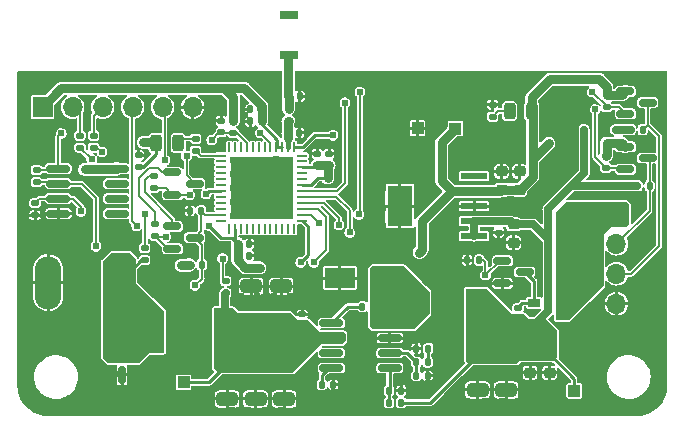
<source format=gtl>
G04 #@! TF.GenerationSoftware,KiCad,Pcbnew,(6.0.0)*
G04 #@! TF.CreationDate,2022-02-07T00:21:05-08:00*
G04 #@! TF.ProjectId,LightsAuxiliary_Rev_C,4c696768-7473-4417-9578-696c69617279,rev?*
G04 #@! TF.SameCoordinates,Original*
G04 #@! TF.FileFunction,Copper,L1,Top*
G04 #@! TF.FilePolarity,Positive*
%FSLAX46Y46*%
G04 Gerber Fmt 4.6, Leading zero omitted, Abs format (unit mm)*
G04 Created by KiCad (PCBNEW (6.0.0)) date 2022-02-07 00:21:05*
%MOMM*%
%LPD*%
G01*
G04 APERTURE LIST*
G04 Aperture macros list*
%AMRoundRect*
0 Rectangle with rounded corners*
0 $1 Rounding radius*
0 $2 $3 $4 $5 $6 $7 $8 $9 X,Y pos of 4 corners*
0 Add a 4 corners polygon primitive as box body*
4,1,4,$2,$3,$4,$5,$6,$7,$8,$9,$2,$3,0*
0 Add four circle primitives for the rounded corners*
1,1,$1+$1,$2,$3*
1,1,$1+$1,$4,$5*
1,1,$1+$1,$6,$7*
1,1,$1+$1,$8,$9*
0 Add four rect primitives between the rounded corners*
20,1,$1+$1,$2,$3,$4,$5,0*
20,1,$1+$1,$4,$5,$6,$7,0*
20,1,$1+$1,$6,$7,$8,$9,0*
20,1,$1+$1,$8,$9,$2,$3,0*%
G04 Aperture macros list end*
G04 #@! TA.AperFunction,ComponentPad*
%ADD10C,0.609600*%
G04 #@! TD*
G04 #@! TA.AperFunction,SMDPad,CuDef*
%ADD11RoundRect,0.062500X-0.062500X0.337500X-0.062500X-0.337500X0.062500X-0.337500X0.062500X0.337500X0*%
G04 #@! TD*
G04 #@! TA.AperFunction,SMDPad,CuDef*
%ADD12RoundRect,0.062500X-0.337500X0.062500X-0.337500X-0.062500X0.337500X-0.062500X0.337500X0.062500X0*%
G04 #@! TD*
G04 #@! TA.AperFunction,SMDPad,CuDef*
%ADD13R,5.300000X5.300000*%
G04 #@! TD*
G04 #@! TA.AperFunction,SMDPad,CuDef*
%ADD14R,1.000000X1.000000*%
G04 #@! TD*
G04 #@! TA.AperFunction,SMDPad,CuDef*
%ADD15RoundRect,0.135000X0.185000X-0.135000X0.185000X0.135000X-0.185000X0.135000X-0.185000X-0.135000X0*%
G04 #@! TD*
G04 #@! TA.AperFunction,SMDPad,CuDef*
%ADD16RoundRect,0.243750X0.243750X0.456250X-0.243750X0.456250X-0.243750X-0.456250X0.243750X-0.456250X0*%
G04 #@! TD*
G04 #@! TA.AperFunction,SMDPad,CuDef*
%ADD17RoundRect,0.140000X0.170000X-0.140000X0.170000X0.140000X-0.170000X0.140000X-0.170000X-0.140000X0*%
G04 #@! TD*
G04 #@! TA.AperFunction,SMDPad,CuDef*
%ADD18RoundRect,0.150000X-0.587500X-0.150000X0.587500X-0.150000X0.587500X0.150000X-0.587500X0.150000X0*%
G04 #@! TD*
G04 #@! TA.AperFunction,SMDPad,CuDef*
%ADD19RoundRect,0.135000X-0.185000X0.135000X-0.185000X-0.135000X0.185000X-0.135000X0.185000X0.135000X0*%
G04 #@! TD*
G04 #@! TA.AperFunction,SMDPad,CuDef*
%ADD20RoundRect,0.140000X-0.140000X-0.170000X0.140000X-0.170000X0.140000X0.170000X-0.140000X0.170000X0*%
G04 #@! TD*
G04 #@! TA.AperFunction,SMDPad,CuDef*
%ADD21RoundRect,0.135000X0.135000X0.185000X-0.135000X0.185000X-0.135000X-0.185000X0.135000X-0.185000X0*%
G04 #@! TD*
G04 #@! TA.AperFunction,SMDPad,CuDef*
%ADD22RoundRect,0.135000X-0.135000X-0.185000X0.135000X-0.185000X0.135000X0.185000X-0.135000X0.185000X0*%
G04 #@! TD*
G04 #@! TA.AperFunction,SMDPad,CuDef*
%ADD23RoundRect,0.225000X-0.250000X0.225000X-0.250000X-0.225000X0.250000X-0.225000X0.250000X0.225000X0*%
G04 #@! TD*
G04 #@! TA.AperFunction,SMDPad,CuDef*
%ADD24RoundRect,0.250000X-0.650000X0.325000X-0.650000X-0.325000X0.650000X-0.325000X0.650000X0.325000X0*%
G04 #@! TD*
G04 #@! TA.AperFunction,SMDPad,CuDef*
%ADD25R,1.600000X0.800000*%
G04 #@! TD*
G04 #@! TA.AperFunction,SMDPad,CuDef*
%ADD26RoundRect,0.275000X-0.275000X-0.775000X0.275000X-0.775000X0.275000X0.775000X-0.275000X0.775000X0*%
G04 #@! TD*
G04 #@! TA.AperFunction,SMDPad,CuDef*
%ADD27RoundRect,0.243750X-0.243750X-0.456250X0.243750X-0.456250X0.243750X0.456250X-0.243750X0.456250X0*%
G04 #@! TD*
G04 #@! TA.AperFunction,SMDPad,CuDef*
%ADD28R,2.200000X0.600000*%
G04 #@! TD*
G04 #@! TA.AperFunction,SMDPad,CuDef*
%ADD29R,2.150000X3.450000*%
G04 #@! TD*
G04 #@! TA.AperFunction,SMDPad,CuDef*
%ADD30RoundRect,0.250000X0.650000X-0.325000X0.650000X0.325000X-0.650000X0.325000X-0.650000X-0.325000X0*%
G04 #@! TD*
G04 #@! TA.AperFunction,SMDPad,CuDef*
%ADD31RoundRect,0.150000X-0.825000X-0.150000X0.825000X-0.150000X0.825000X0.150000X-0.825000X0.150000X0*%
G04 #@! TD*
G04 #@! TA.AperFunction,ComponentPad*
%ADD32O,2.500000X5.000000*%
G04 #@! TD*
G04 #@! TA.AperFunction,ComponentPad*
%ADD33O,2.250000X4.500000*%
G04 #@! TD*
G04 #@! TA.AperFunction,SMDPad,CuDef*
%ADD34RoundRect,0.150000X-0.150000X0.587500X-0.150000X-0.587500X0.150000X-0.587500X0.150000X0.587500X0*%
G04 #@! TD*
G04 #@! TA.AperFunction,SMDPad,CuDef*
%ADD35RoundRect,0.250000X-0.362500X-1.425000X0.362500X-1.425000X0.362500X1.425000X-0.362500X1.425000X0*%
G04 #@! TD*
G04 #@! TA.AperFunction,ComponentPad*
%ADD36O,1.700000X1.700000*%
G04 #@! TD*
G04 #@! TA.AperFunction,ComponentPad*
%ADD37R,1.700000X1.700000*%
G04 #@! TD*
G04 #@! TA.AperFunction,SMDPad,CuDef*
%ADD38RoundRect,0.225000X0.250000X-0.225000X0.250000X0.225000X-0.250000X0.225000X-0.250000X-0.225000X0*%
G04 #@! TD*
G04 #@! TA.AperFunction,SMDPad,CuDef*
%ADD39R,2.500000X1.800000*%
G04 #@! TD*
G04 #@! TA.AperFunction,SMDPad,CuDef*
%ADD40R,1.000000X0.700000*%
G04 #@! TD*
G04 #@! TA.AperFunction,SMDPad,CuDef*
%ADD41RoundRect,0.140000X-0.170000X0.140000X-0.170000X-0.140000X0.170000X-0.140000X0.170000X0.140000X0*%
G04 #@! TD*
G04 #@! TA.AperFunction,SMDPad,CuDef*
%ADD42RoundRect,0.140000X0.140000X0.170000X-0.140000X0.170000X-0.140000X-0.170000X0.140000X-0.170000X0*%
G04 #@! TD*
G04 #@! TA.AperFunction,ViaPad*
%ADD43C,0.609600*%
G04 #@! TD*
G04 #@! TA.AperFunction,Conductor*
%ADD44C,0.254000*%
G04 #@! TD*
G04 #@! TA.AperFunction,Conductor*
%ADD45C,0.177800*%
G04 #@! TD*
G04 #@! TA.AperFunction,Conductor*
%ADD46C,0.787400*%
G04 #@! TD*
G04 #@! TA.AperFunction,Conductor*
%ADD47C,0.635000*%
G04 #@! TD*
G04 #@! TA.AperFunction,Conductor*
%ADD48C,0.381000*%
G04 #@! TD*
G04 APERTURE END LIST*
D10*
X136499600Y-103733600D03*
X135331200Y-103733600D03*
X134112000Y-103733600D03*
X132943600Y-103733600D03*
X131724400Y-103733600D03*
X131724400Y-98958400D03*
X132943600Y-98958400D03*
X134112000Y-98958400D03*
X135331200Y-98907600D03*
X131724400Y-102514400D03*
X131724400Y-101346000D03*
X131724400Y-100126800D03*
X136499600Y-102565200D03*
X136499600Y-101396800D03*
X136499600Y-100126800D03*
X132943600Y-102514400D03*
X132943600Y-101346000D03*
X132943600Y-100126800D03*
X134112000Y-100126800D03*
X134112000Y-101346000D03*
X134112000Y-102565200D03*
X135331200Y-102565200D03*
X135331200Y-101396800D03*
X135331200Y-100126800D03*
D11*
X136862000Y-97896000D03*
X136362000Y-97896000D03*
X135862000Y-97896000D03*
X135362000Y-97896000D03*
X134862000Y-97896000D03*
X134362000Y-97896000D03*
X133862000Y-97896000D03*
X133362000Y-97896000D03*
X132862000Y-97896000D03*
X132362000Y-97896000D03*
X131862000Y-97896000D03*
X131362000Y-97896000D03*
D12*
X130662000Y-98596000D03*
X130662000Y-99096000D03*
X130662000Y-99596000D03*
X130662000Y-100096000D03*
X130662000Y-100596000D03*
X130662000Y-101096000D03*
X130662000Y-101596000D03*
X130662000Y-102096000D03*
X130662000Y-102596000D03*
X130662000Y-103096000D03*
X130662000Y-103596000D03*
X130662000Y-104096000D03*
D11*
X131362000Y-104796000D03*
X131862000Y-104796000D03*
X132362000Y-104796000D03*
X132862000Y-104796000D03*
X133362000Y-104796000D03*
X133862000Y-104796000D03*
X134362000Y-104796000D03*
X134862000Y-104796000D03*
X135362000Y-104796000D03*
X135862000Y-104796000D03*
X136362000Y-104796000D03*
X136862000Y-104796000D03*
D12*
X137562000Y-104096000D03*
X137562000Y-103596000D03*
X137562000Y-103096000D03*
X137562000Y-102596000D03*
X137562000Y-102096000D03*
X137562000Y-101596000D03*
X137562000Y-101096000D03*
X137562000Y-100596000D03*
X137562000Y-100096000D03*
X137562000Y-99596000D03*
X137562000Y-99096000D03*
X137562000Y-98596000D03*
D10*
X136512000Y-98946000D03*
D13*
X134112000Y-101346000D03*
D14*
X147320000Y-96266000D03*
X127508000Y-117805200D03*
X160578800Y-118516400D03*
X150520400Y-96316800D03*
D15*
X128524000Y-98173000D03*
X128524000Y-97153000D03*
D16*
X125173500Y-97536000D03*
X127048500Y-97536000D03*
D17*
X123698000Y-99540000D03*
X123698000Y-98580000D03*
D18*
X128445500Y-100965000D03*
X126570500Y-101915000D03*
X126570500Y-100015000D03*
D19*
X118745000Y-97919000D03*
X118745000Y-96899000D03*
D20*
X139220000Y-117983000D03*
X140180000Y-117983000D03*
D21*
X148211000Y-114935000D03*
X147191000Y-114935000D03*
D22*
X128014000Y-107823000D03*
X129034000Y-107823000D03*
D23*
X156845000Y-115430000D03*
X156845000Y-116980000D03*
D24*
X131191000Y-116254000D03*
X131191000Y-119204000D03*
D19*
X119888000Y-96899000D03*
X119888000Y-97919000D03*
X131699000Y-95629000D03*
X131699000Y-96649000D03*
X124206000Y-106424000D03*
X124206000Y-107444000D03*
D25*
X136433000Y-86670000D03*
X136433000Y-90070000D03*
D26*
X147660000Y-110998000D03*
X152060000Y-110998000D03*
D17*
X138811000Y-99413000D03*
X138811000Y-98453000D03*
D20*
X147221000Y-117221000D03*
X148181000Y-117221000D03*
X132108000Y-106045000D03*
X133068000Y-106045000D03*
D15*
X155829000Y-111504000D03*
X155829000Y-112524000D03*
X115057500Y-100840000D03*
X115057500Y-99820000D03*
D19*
X153670000Y-94282800D03*
X153670000Y-95302800D03*
D21*
X152529000Y-107442000D03*
X151509000Y-107442000D03*
D19*
X125095000Y-105412000D03*
X125095000Y-104392000D03*
D27*
X155120100Y-94843600D03*
X156995100Y-94843600D03*
D18*
X154510500Y-107508000D03*
X154510500Y-109408000D03*
X156385500Y-108458000D03*
D17*
X130683000Y-96619000D03*
X130683000Y-95659000D03*
D28*
X152108500Y-100330000D03*
X152108500Y-101600000D03*
X152108500Y-102870000D03*
D29*
X145808500Y-102870000D03*
D28*
X152108500Y-104140000D03*
X152108500Y-105410000D03*
D30*
X133223000Y-112600000D03*
X133223000Y-109650000D03*
D31*
X140019000Y-112776000D03*
X140019000Y-114046000D03*
X140019000Y-115316000D03*
X140019000Y-116586000D03*
X144969000Y-116586000D03*
X144969000Y-115316000D03*
X144969000Y-114046000D03*
X144969000Y-112776000D03*
D22*
X166372000Y-96393000D03*
X165352000Y-96393000D03*
D32*
X122042500Y-109347000D03*
D33*
X116042500Y-109347000D03*
D17*
X139827000Y-99413000D03*
X139827000Y-98453000D03*
D23*
X155448000Y-104409000D03*
X155448000Y-105959000D03*
D30*
X135763000Y-112600000D03*
X135763000Y-109650000D03*
D22*
X166958500Y-101153000D03*
X165938500Y-101153000D03*
D21*
X145925000Y-119507000D03*
X144905000Y-119507000D03*
D24*
X133604000Y-116254000D03*
X133604000Y-119204000D03*
D22*
X144905000Y-118491000D03*
X145925000Y-118491000D03*
D34*
X123251000Y-115267500D03*
X121351000Y-115267500D03*
X122301000Y-117142500D03*
D35*
X130978500Y-113411000D03*
X125053500Y-113411000D03*
D36*
X164154000Y-111135000D03*
X164154000Y-108595000D03*
X164154000Y-106055000D03*
D37*
X164154000Y-103515000D03*
D20*
X147221000Y-116078000D03*
X148181000Y-116078000D03*
D19*
X163322000Y-94490000D03*
X163322000Y-93470000D03*
D31*
X116900500Y-99695000D03*
X116900500Y-100965000D03*
X116900500Y-102235000D03*
X116900500Y-103505000D03*
X121850500Y-103505000D03*
X121850500Y-102235000D03*
X121850500Y-100965000D03*
X121850500Y-99695000D03*
D19*
X114930500Y-102614000D03*
X114930500Y-103634000D03*
D24*
X152400000Y-115492000D03*
X152400000Y-118442000D03*
D38*
X154432000Y-99936000D03*
X154432000Y-101486000D03*
D17*
X137541000Y-113002000D03*
X137541000Y-112042000D03*
D18*
X166799500Y-94107000D03*
X164924500Y-95057000D03*
X164924500Y-93157000D03*
D20*
X136375200Y-93573600D03*
X137335200Y-93573600D03*
D39*
X144748000Y-108966000D03*
X140748000Y-108966000D03*
D19*
X136395400Y-94613000D03*
X136395400Y-95633000D03*
D24*
X154813000Y-115492000D03*
X154813000Y-118442000D03*
D40*
X159569000Y-112014000D03*
X157169000Y-112964000D03*
X157169000Y-111064000D03*
D41*
X154178000Y-104168000D03*
X154178000Y-105128000D03*
D38*
X155956000Y-99936000D03*
X155956000Y-101486000D03*
D42*
X134112000Y-95707200D03*
X133152000Y-95707200D03*
D19*
X163273500Y-99631000D03*
X163273500Y-98611000D03*
D23*
X158496000Y-115430000D03*
X158496000Y-116980000D03*
D20*
X132108000Y-107061000D03*
X133068000Y-107061000D03*
D37*
X115570000Y-94488000D03*
D36*
X118110000Y-94488000D03*
X120650000Y-94488000D03*
X123190000Y-94488000D03*
X125730000Y-94488000D03*
X128270000Y-94488000D03*
D24*
X136017000Y-116254000D03*
X136017000Y-119204000D03*
D20*
X142649000Y-111379000D03*
X143609000Y-111379000D03*
D18*
X166799500Y-98806000D03*
X164924500Y-99756000D03*
X164924500Y-97856000D03*
D19*
X131064000Y-109218000D03*
X131064000Y-110238000D03*
D18*
X128445500Y-105537000D03*
X126570500Y-106487000D03*
X126570500Y-104587000D03*
D42*
X134112000Y-94691200D03*
X133152000Y-94691200D03*
D19*
X124968000Y-101348000D03*
X124968000Y-100328000D03*
D20*
X136347200Y-96647000D03*
X137307200Y-96647000D03*
D42*
X129004000Y-103251000D03*
X128044000Y-103251000D03*
D43*
X157009047Y-111895909D03*
X137439400Y-107619800D03*
X148056600Y-101803200D03*
X149504400Y-104444800D03*
X148793200Y-113080800D03*
X150825200Y-113080800D03*
X148844000Y-111607600D03*
X150876000Y-111607600D03*
X150876000Y-110185200D03*
X148844000Y-110185200D03*
X126644400Y-111328200D03*
X124739400Y-109423200D03*
X120091200Y-100914200D03*
X121869200Y-105206800D03*
X119608600Y-107772200D03*
X117068600Y-95681800D03*
X127355600Y-95859600D03*
X121564400Y-95910400D03*
X124460000Y-95808800D03*
X141681200Y-101701600D03*
X141833600Y-95656400D03*
X139598400Y-95250000D03*
X143865600Y-95605600D03*
X154736800Y-96723200D03*
X159816800Y-95910400D03*
X158800800Y-100685600D03*
X161010600Y-102006400D03*
X165862000Y-102514400D03*
X166776400Y-105765600D03*
X157429200Y-120142000D03*
X159461200Y-120142000D03*
X149352000Y-120142000D03*
X146812000Y-120142000D03*
X144272000Y-120142000D03*
X141732000Y-120142000D03*
X139192000Y-120142000D03*
X126187200Y-120091200D03*
X123647200Y-120091200D03*
X121107200Y-120091200D03*
X113842800Y-112115600D03*
X113842800Y-109575600D03*
X113842800Y-107035600D03*
X113842800Y-104495600D03*
X113842800Y-101955600D03*
X113842800Y-99415600D03*
X113842800Y-96875600D03*
X113842800Y-94335600D03*
X129540000Y-99161600D03*
X128473200Y-109575600D03*
X133502400Y-91795600D03*
X131622800Y-91795600D03*
X129082800Y-91795600D03*
X126542800Y-91795600D03*
X124002800Y-91795600D03*
X121462800Y-91795600D03*
X157581600Y-91795600D03*
X155041600Y-91795600D03*
X152501600Y-91795600D03*
X149961600Y-91795600D03*
X147421600Y-91795600D03*
X144881600Y-91795600D03*
X142341600Y-91795600D03*
X139801600Y-91795600D03*
X137261600Y-95859600D03*
X137261600Y-94843600D03*
X137261600Y-92811600D03*
X137261600Y-91795600D03*
X135483600Y-95859600D03*
X135483600Y-94843600D03*
X135483600Y-93827600D03*
X135483600Y-92811600D03*
X135483600Y-91795600D03*
X135585200Y-107950000D03*
X137566400Y-111455200D03*
X139090400Y-109372400D03*
X141528800Y-110236000D03*
X133731000Y-110490000D03*
X135128000Y-110490000D03*
X136525000Y-110490000D03*
X132334000Y-110490000D03*
X115570000Y-103632000D03*
X129921000Y-95631000D03*
X132715000Y-95123000D03*
X144399000Y-104521000D03*
X144399000Y-102997000D03*
X144399000Y-101346000D03*
X152781000Y-94742000D03*
X151511000Y-106680000D03*
X154178000Y-105791000D03*
X156337000Y-105918000D03*
X154432000Y-119380000D03*
X153035000Y-119380000D03*
X137160000Y-120142000D03*
X135763000Y-120142000D03*
X134366000Y-120142000D03*
X132969000Y-120142000D03*
X131572000Y-120142000D03*
X130175000Y-120142000D03*
X140208000Y-118618000D03*
X143637000Y-114046000D03*
X146304000Y-114046000D03*
X147574000Y-114173000D03*
X148209000Y-117856000D03*
X146558000Y-118491000D03*
X158496000Y-117856000D03*
X156845000Y-117856000D03*
X155829000Y-119380000D03*
X151511000Y-119380000D03*
X164084000Y-96393000D03*
X161417000Y-96393000D03*
X155956000Y-99060000D03*
X154432000Y-99060000D03*
X129413000Y-101854000D03*
X129667000Y-104521000D03*
X129540000Y-112014000D03*
X129540000Y-113411000D03*
X128016000Y-114681000D03*
X128016000Y-113411000D03*
X129540000Y-114681000D03*
X126492000Y-114681000D03*
X122301000Y-118237000D03*
X122936000Y-117094000D03*
X121666000Y-117094000D03*
X140157200Y-96875600D03*
X127304800Y-107899200D03*
X133959600Y-108102400D03*
X124104400Y-97485200D03*
X119126000Y-99771200D03*
X147447000Y-106807000D03*
X149352000Y-98704400D03*
X139700000Y-100482400D03*
X163322000Y-97536000D03*
X158445200Y-97536000D03*
X162356800Y-94691200D03*
X141173200Y-94132400D03*
X141579600Y-105105200D03*
X138988800Y-104292400D03*
X142341600Y-103581200D03*
X140665200Y-104470200D03*
X138531600Y-107645200D03*
X153060400Y-108712000D03*
X142443200Y-93218000D03*
X162102800Y-93218000D03*
X120091200Y-106273600D03*
X128016000Y-101904800D03*
X125933200Y-99009200D03*
X125984000Y-105460800D03*
X123545600Y-104546400D03*
X124256800Y-103530400D03*
X118821200Y-103327200D03*
X130810000Y-107315000D03*
X127762000Y-98653600D03*
X129895600Y-97268800D03*
X134010400Y-96672400D03*
X117144800Y-96723200D03*
X119735600Y-98907600D03*
X120599200Y-98298000D03*
D44*
X155829000Y-111429800D02*
X155829000Y-111504000D01*
X156184600Y-111074200D02*
X155829000Y-111429800D01*
X157158800Y-111074200D02*
X157169000Y-111064000D01*
X156184600Y-111074200D02*
X157158800Y-111074200D01*
X138049000Y-107010200D02*
X137439400Y-107619800D01*
X138049000Y-104698800D02*
X138049000Y-107010200D01*
X138049000Y-104583000D02*
X137562000Y-104096000D01*
X138049000Y-104698800D02*
X138049000Y-104583000D01*
D45*
X141579600Y-103225600D02*
X140450000Y-102096000D01*
X140450000Y-102096000D02*
X137562000Y-102096000D01*
X141579600Y-105105200D02*
X141579600Y-103225600D01*
X139375200Y-102596000D02*
X137562000Y-102596000D01*
X140665200Y-103886000D02*
X139375200Y-102596000D01*
X140665200Y-104470200D02*
X140665200Y-103886000D01*
D44*
X131191000Y-116254000D02*
X129639800Y-117805200D01*
X129639800Y-117805200D02*
X127508000Y-117805200D01*
D46*
X149352000Y-97485200D02*
X150520400Y-96316800D01*
X149352000Y-98704400D02*
X149352000Y-97485200D01*
D44*
X160578800Y-117512800D02*
X158496000Y-115430000D01*
X160578800Y-118516400D02*
X160578800Y-117512800D01*
D45*
X128473200Y-109575600D02*
X129034000Y-109014800D01*
X129034000Y-109014800D02*
X129034000Y-107823000D01*
D44*
X152400000Y-115519200D02*
X152400000Y-115492000D01*
X148412200Y-119507000D02*
X152400000Y-115519200D01*
X145925000Y-119507000D02*
X148412200Y-119507000D01*
D46*
X132653613Y-92913200D02*
X130962400Y-92913200D01*
X134112000Y-94371587D02*
X132653613Y-92913200D01*
X134112000Y-94691200D02*
X134112000Y-94371587D01*
X131699000Y-93649800D02*
X131699000Y-95629000D01*
X130962400Y-92913200D02*
X131699000Y-93649800D01*
X117144800Y-92913200D02*
X130962400Y-92913200D01*
X115570000Y-94488000D02*
X117144800Y-92913200D01*
D47*
X130978500Y-113411000D02*
X130978500Y-110323500D01*
X130978500Y-110323500D02*
X131064000Y-110238000D01*
D44*
X138299000Y-101096000D02*
X137562000Y-101096000D01*
X138912600Y-100482400D02*
X138299000Y-101096000D01*
X139700000Y-100482400D02*
X138912600Y-100482400D01*
X139220000Y-117193000D02*
X139220000Y-117983000D01*
X139827000Y-116586000D02*
X139220000Y-117193000D01*
X140019000Y-116586000D02*
X139827000Y-116586000D01*
D47*
X164084000Y-96393000D02*
X165352000Y-96393000D01*
X161417000Y-100076000D02*
X161417000Y-96393000D01*
X160340000Y-101153000D02*
X161417000Y-100076000D01*
X160340000Y-101153000D02*
X165938500Y-101153000D01*
X158369000Y-103124000D02*
X160340000Y-101153000D01*
X158369000Y-105664000D02*
X158369000Y-103124000D01*
X152108500Y-104140000D02*
X152108500Y-105410000D01*
X154178000Y-104168000D02*
X152136500Y-104168000D01*
X152136500Y-104168000D02*
X152108500Y-104140000D01*
X155448000Y-104409000D02*
X155207000Y-104168000D01*
X155207000Y-104168000D02*
X154178000Y-104168000D01*
X158369000Y-105664000D02*
X157114000Y-104409000D01*
X157114000Y-104409000D02*
X155448000Y-104409000D01*
X158369000Y-111764000D02*
X158369000Y-105664000D01*
X157169000Y-112964000D02*
X158369000Y-111764000D01*
D46*
X147701000Y-106553000D02*
X147447000Y-106807000D01*
X147701000Y-104120100D02*
X147701000Y-106553000D01*
X150221100Y-101600000D02*
X147701000Y-104120100D01*
D44*
X157169000Y-109241500D02*
X156385500Y-108458000D01*
X157169000Y-111064000D02*
X157169000Y-109241500D01*
X141416000Y-111379000D02*
X140019000Y-112776000D01*
X142649000Y-111379000D02*
X141416000Y-111379000D01*
X148181000Y-114965000D02*
X148211000Y-114935000D01*
X148181000Y-116078000D02*
X148181000Y-114965000D01*
X144905000Y-118491000D02*
X144905000Y-119507000D01*
X144969000Y-118427000D02*
X144905000Y-118491000D01*
X144969000Y-116586000D02*
X144969000Y-118427000D01*
X147221000Y-116078000D02*
X147221000Y-117221000D01*
X146459000Y-115316000D02*
X147221000Y-116078000D01*
X144969000Y-115316000D02*
X146459000Y-115316000D01*
X129671000Y-101596000D02*
X129413000Y-101854000D01*
X130662000Y-101596000D02*
X129671000Y-101596000D01*
X130683000Y-105537000D02*
X129667000Y-104521000D01*
X131600000Y-105537000D02*
X130683000Y-105537000D01*
X131727000Y-105664000D02*
X131600000Y-105537000D01*
X132108000Y-106045000D02*
X131727000Y-105664000D01*
D45*
X130810000Y-108964000D02*
X131064000Y-109218000D01*
X130810000Y-107315000D02*
X130810000Y-108964000D01*
D44*
X123945500Y-107444000D02*
X122042500Y-109347000D01*
X124206000Y-107444000D02*
X123945500Y-107444000D01*
X135457711Y-97256111D02*
X134112000Y-95910400D01*
X134112000Y-95910400D02*
X134112000Y-95707200D01*
X135457711Y-97800289D02*
X135457711Y-97256111D01*
X135362000Y-97896000D02*
X135457711Y-97800289D01*
D45*
X134862000Y-97524000D02*
X134862000Y-97896000D01*
X134010400Y-96672400D02*
X134862000Y-97524000D01*
D44*
X138633200Y-96875600D02*
X137612800Y-97896000D01*
X137612800Y-97896000D02*
X136862000Y-97896000D01*
X140157200Y-96875600D02*
X138633200Y-96875600D01*
X135862000Y-97896000D02*
X135362000Y-97896000D01*
D46*
X134112000Y-94691200D02*
X134112000Y-95707200D01*
X134089200Y-94668400D02*
X134112000Y-94691200D01*
X127304800Y-107899200D02*
X127937800Y-107899200D01*
X127937800Y-107899200D02*
X128014000Y-107823000D01*
D44*
X131862000Y-105799000D02*
X132108000Y-106045000D01*
X131862000Y-104796000D02*
X131862000Y-105799000D01*
D46*
X132108000Y-107061000D02*
X132108000Y-106045000D01*
X132108000Y-107470000D02*
X132108000Y-107061000D01*
X133959600Y-108102400D02*
X132740400Y-108102400D01*
X132740400Y-108102400D02*
X132108000Y-107470000D01*
D44*
X125173500Y-98448100D02*
X125173500Y-97536000D01*
X124081600Y-99540000D02*
X125173500Y-98448100D01*
X123698000Y-99540000D02*
X124081600Y-99540000D01*
D46*
X125122700Y-97485200D02*
X125173500Y-97536000D01*
X124104400Y-97485200D02*
X125122700Y-97485200D01*
D45*
X120220200Y-97919000D02*
X119888000Y-97919000D01*
X120599200Y-98298000D02*
X120220200Y-97919000D01*
X119735600Y-98907600D02*
X119733600Y-98907600D01*
X119733600Y-98907600D02*
X118745000Y-97919000D01*
D46*
X119126000Y-99771200D02*
X121774300Y-99771200D01*
X121774300Y-99771200D02*
X121850500Y-99695000D01*
D45*
X137571611Y-103086389D02*
X137562000Y-103096000D01*
X139598400Y-103784400D02*
X138900389Y-103086389D01*
X138900389Y-103086389D02*
X137571611Y-103086389D01*
X138531600Y-107645200D02*
X139598400Y-106578400D01*
X139598400Y-106578400D02*
X139598400Y-103784400D01*
X153060400Y-107645200D02*
X152857200Y-107442000D01*
X153060400Y-108712000D02*
X153060400Y-107645200D01*
X154264400Y-107508000D02*
X154510500Y-107508000D01*
X152857200Y-107442000D02*
X152529000Y-107442000D01*
X153060400Y-108712000D02*
X154264400Y-107508000D01*
D44*
X138628000Y-99596000D02*
X138811000Y-99413000D01*
X137562000Y-99596000D02*
X138628000Y-99596000D01*
D46*
X139827000Y-99413000D02*
X138811000Y-99413000D01*
X139700000Y-100482400D02*
X139700000Y-99540000D01*
X149352000Y-100730900D02*
X149352000Y-98704400D01*
X150221100Y-101600000D02*
X149352000Y-100730900D01*
X139700000Y-99540000D02*
X139827000Y-99413000D01*
X152108500Y-101600000D02*
X150221100Y-101600000D01*
X164611500Y-93470000D02*
X164924500Y-93157000D01*
X163322000Y-93470000D02*
X164611500Y-93470000D01*
X163322000Y-92760800D02*
X163322000Y-93470000D01*
X156995100Y-93652100D02*
X158496000Y-92151200D01*
X156995100Y-94843600D02*
X156995100Y-93652100D01*
X158496000Y-92151200D02*
X162712400Y-92151200D01*
X162712400Y-92151200D02*
X163322000Y-92760800D01*
X164604500Y-97536000D02*
X164924500Y-97856000D01*
X163322000Y-97536000D02*
X164604500Y-97536000D01*
X163322000Y-98562500D02*
X163273500Y-98611000D01*
X157076021Y-98905179D02*
X158445200Y-97536000D01*
X157076021Y-100380800D02*
X157076021Y-98905179D01*
X163322000Y-97536000D02*
X163322000Y-98562500D01*
X157076021Y-94924521D02*
X156995100Y-94843600D01*
X157076021Y-100380800D02*
X157076021Y-94924521D01*
X155970821Y-101486000D02*
X157076021Y-100380800D01*
X155956000Y-101486000D02*
X155970821Y-101486000D01*
X154432000Y-101486000D02*
X155956000Y-101486000D01*
X154318000Y-101600000D02*
X154432000Y-101486000D01*
X152108500Y-101600000D02*
X154318000Y-101600000D01*
D48*
X136362008Y-97521192D02*
X136362008Y-97114792D01*
X136362000Y-97521200D02*
X136362008Y-97521192D01*
X136362000Y-97896000D02*
X136362000Y-97521200D01*
D46*
X136347200Y-96647000D02*
X136362008Y-96661808D01*
X136362008Y-97114792D02*
X136362008Y-96661808D01*
D48*
X136362000Y-96661800D02*
X136347200Y-96647000D01*
D46*
X136375200Y-90127800D02*
X136433000Y-90070000D01*
X136375200Y-93573600D02*
X136375200Y-90127800D01*
X136395400Y-93593800D02*
X136375200Y-93573600D01*
X136395400Y-94613000D02*
X136395400Y-93593800D01*
X136347200Y-95681200D02*
X136395400Y-95633000D01*
X136347200Y-96647000D02*
X136347200Y-95681200D01*
D45*
X167777820Y-106237380D02*
X165420200Y-108595000D01*
X166799500Y-95984300D02*
X167777820Y-96962620D01*
X165420200Y-108595000D02*
X164154000Y-108595000D01*
X166799500Y-95965500D02*
X166799500Y-95984300D01*
X167777820Y-96962620D02*
X167777820Y-106237380D01*
X166799500Y-94107000D02*
X166799500Y-95965500D01*
X166799500Y-95965500D02*
X166372000Y-96393000D01*
X166958500Y-103250500D02*
X164154000Y-106055000D01*
X166958500Y-101153000D02*
X166958500Y-103250500D01*
X166799500Y-98806000D02*
X166958500Y-98965000D01*
X166958500Y-98965000D02*
X166958500Y-101153000D01*
X164799500Y-99631000D02*
X164924500Y-99756000D01*
X163273500Y-99631000D02*
X164799500Y-99631000D01*
X162356800Y-94691200D02*
X162356800Y-98714300D01*
X162356800Y-98714300D02*
X163273500Y-99631000D01*
X140501670Y-101596000D02*
X137562000Y-101596000D01*
X141173200Y-100924470D02*
X140501670Y-101596000D01*
X141173200Y-94132400D02*
X141173200Y-100924470D01*
X138292400Y-103596000D02*
X137562000Y-103596000D01*
X138988800Y-104292400D02*
X138292400Y-103596000D01*
X142443200Y-103479600D02*
X142443200Y-93218000D01*
X142341600Y-103581200D02*
X142443200Y-103479600D01*
X163322000Y-94437200D02*
X162102800Y-93218000D01*
X163322000Y-94490000D02*
X163322000Y-94437200D01*
X164937400Y-95057000D02*
X164370400Y-94490000D01*
X164370400Y-94490000D02*
X163322000Y-94490000D01*
X164924500Y-95057000D02*
X164937400Y-95057000D01*
X116925900Y-100990400D02*
X116900500Y-100965000D01*
X120091200Y-102209600D02*
X118872000Y-100990400D01*
X118872000Y-100990400D02*
X116925900Y-100990400D01*
X120091200Y-106273600D02*
X120091200Y-102209600D01*
X118135400Y-102235000D02*
X116900500Y-102235000D01*
X118821200Y-102920800D02*
X118135400Y-102235000D01*
X118821200Y-103327200D02*
X118821200Y-102920800D01*
X126570500Y-104015300D02*
X126570500Y-104587000D01*
X124256800Y-101701600D02*
X126570500Y-104015300D01*
X124256800Y-100634800D02*
X124256800Y-101701600D01*
X124563600Y-100328000D02*
X124256800Y-100634800D01*
X124968000Y-100328000D02*
X124563600Y-100328000D01*
X123748800Y-100482400D02*
X123748800Y-102057200D01*
X124612400Y-99618800D02*
X123748800Y-100482400D01*
X123748800Y-102057200D02*
X125095000Y-103403400D01*
X125095000Y-103403400D02*
X125095000Y-104392000D01*
X125323600Y-99618800D02*
X124612400Y-99618800D01*
X125719800Y-100015000D02*
X125323600Y-99618800D01*
X126570500Y-100015000D02*
X125719800Y-100015000D01*
X126003500Y-101348000D02*
X124968000Y-101348000D01*
X126570500Y-101915000D02*
X126003500Y-101348000D01*
X126580700Y-101904800D02*
X126570500Y-101915000D01*
X128016000Y-101904800D02*
X126580700Y-101904800D01*
X125901820Y-98977820D02*
X125933200Y-99009200D01*
X125730000Y-94488000D02*
X125901820Y-94659820D01*
X125901820Y-94659820D02*
X125901820Y-98977820D01*
X125143800Y-105460800D02*
X125095000Y-105412000D01*
X125984000Y-105460800D02*
X125143800Y-105460800D01*
X123147180Y-94530820D02*
X123147180Y-104147980D01*
X123147180Y-104147980D02*
X123545600Y-104546400D01*
X123190000Y-94488000D02*
X123147180Y-94530820D01*
X126170000Y-106487000D02*
X125095000Y-105412000D01*
X126570500Y-106487000D02*
X126170000Y-106487000D01*
X124256800Y-106373200D02*
X124206000Y-106424000D01*
X124256800Y-103530400D02*
X124256800Y-106373200D01*
X116900500Y-102235000D02*
X115309500Y-102235000D01*
X115309500Y-102235000D02*
X114930500Y-102614000D01*
X116775500Y-100840000D02*
X116900500Y-100965000D01*
X115057500Y-100840000D02*
X116775500Y-100840000D01*
X116775500Y-99820000D02*
X116900500Y-99695000D01*
X115057500Y-99820000D02*
X116775500Y-99820000D01*
X154129200Y-94843600D02*
X153670000Y-95302800D01*
X155120100Y-94843600D02*
X154129200Y-94843600D01*
X129034000Y-106125500D02*
X129034000Y-107823000D01*
X128445500Y-105537000D02*
X129034000Y-106125500D01*
X129004000Y-104978500D02*
X128445500Y-105537000D01*
X129004000Y-103251000D02*
X129004000Y-104978500D01*
X129349000Y-103596000D02*
X129004000Y-103251000D01*
X130662000Y-103596000D02*
X129349000Y-103596000D01*
X127762000Y-100281500D02*
X128445500Y-100965000D01*
X127762000Y-98653600D02*
X127762000Y-100281500D01*
X130545400Y-96619000D02*
X129895600Y-97268800D01*
X130683000Y-96619000D02*
X130545400Y-96619000D01*
X130713000Y-96649000D02*
X130683000Y-96619000D01*
X131699000Y-96649000D02*
X130713000Y-96649000D01*
X132862000Y-97556000D02*
X132029200Y-96723200D01*
X132862000Y-97896000D02*
X132862000Y-97556000D01*
X116900500Y-96967500D02*
X117144800Y-96723200D01*
X116900500Y-99695000D02*
X116900500Y-96967500D01*
X119888000Y-95250000D02*
X119888000Y-96899000D01*
X120650000Y-94488000D02*
X119888000Y-95250000D01*
X118745000Y-95123000D02*
X118745000Y-96899000D01*
X118110000Y-94488000D02*
X118745000Y-95123000D01*
X127431500Y-97153000D02*
X127048500Y-97536000D01*
X128524000Y-97153000D02*
X127431500Y-97153000D01*
X128524000Y-98173000D02*
X128947000Y-98596000D01*
X128947000Y-98596000D02*
X130662000Y-98596000D01*
G04 #@! TA.AperFunction,Conductor*
G36*
X122953190Y-106824593D02*
G01*
X122958026Y-106829026D01*
X123421974Y-107292974D01*
X123443714Y-107339594D01*
X123444000Y-107346148D01*
X123444000Y-109448600D01*
X123451365Y-109455577D01*
X123451365Y-109455578D01*
X125833518Y-111712354D01*
X125856509Y-111758370D01*
X125857000Y-111766946D01*
X125857000Y-115215400D01*
X125839407Y-115263738D01*
X125794858Y-115289458D01*
X125781800Y-115290600D01*
X124587000Y-115290600D01*
X123720026Y-116157574D01*
X123673406Y-116179314D01*
X123666852Y-116179600D01*
X121188026Y-116179600D01*
X121136232Y-116158920D01*
X120673406Y-115719236D01*
X120650479Y-115673188D01*
X120650000Y-115664716D01*
X120650000Y-107600148D01*
X120667593Y-107551810D01*
X120672026Y-107546974D01*
X121389974Y-106829026D01*
X121436594Y-106807286D01*
X121443148Y-106807000D01*
X122904852Y-106807000D01*
X122953190Y-106824593D01*
G37*
G04 #@! TD.AperFunction*
G04 #@! TA.AperFunction,Conductor*
G36*
X131716190Y-111523593D02*
G01*
X131721026Y-111528026D01*
X132080000Y-111887000D01*
X136493852Y-111887000D01*
X136542190Y-111904593D01*
X136547026Y-111909026D01*
X137160000Y-112522000D01*
X138017852Y-112522000D01*
X138066190Y-112539593D01*
X138071026Y-112544026D01*
X139065000Y-113538000D01*
X141065852Y-113538000D01*
X141114190Y-113555593D01*
X141119026Y-113560026D01*
X141201974Y-113642974D01*
X141223714Y-113689594D01*
X141224000Y-113696148D01*
X141224000Y-114268852D01*
X141206407Y-114317190D01*
X141201974Y-114322026D01*
X140992026Y-114531974D01*
X140945406Y-114553714D01*
X140938852Y-114554000D01*
X139192000Y-114554000D01*
X136801026Y-116944974D01*
X136754406Y-116966714D01*
X136747852Y-116967000D01*
X130460148Y-116967000D01*
X130411810Y-116949407D01*
X130406974Y-116944974D01*
X130070026Y-116608026D01*
X130048286Y-116561406D01*
X130048000Y-116554852D01*
X130048000Y-111581200D01*
X130065593Y-111532862D01*
X130110142Y-111507142D01*
X130123200Y-111506000D01*
X131667852Y-111506000D01*
X131716190Y-111523593D01*
G37*
G04 #@! TD.AperFunction*
G04 #@! TA.AperFunction,Conductor*
G36*
X146194190Y-107967593D02*
G01*
X146199026Y-107972026D01*
X148313974Y-110086974D01*
X148335714Y-110133594D01*
X148336000Y-110140148D01*
X148336000Y-111982852D01*
X148318407Y-112031190D01*
X148313974Y-112036026D01*
X147088026Y-113261974D01*
X147041406Y-113283714D01*
X147034852Y-113284000D01*
X143541148Y-113284000D01*
X143492810Y-113266407D01*
X143487974Y-113261974D01*
X143278026Y-113052026D01*
X143256286Y-113005406D01*
X143256000Y-112998852D01*
X143256000Y-108235148D01*
X143273593Y-108186810D01*
X143278026Y-108181974D01*
X143487974Y-107972026D01*
X143534594Y-107950286D01*
X143541148Y-107950000D01*
X146145852Y-107950000D01*
X146194190Y-107967593D01*
G37*
G04 #@! TD.AperFunction*
G04 #@! TA.AperFunction,Conductor*
G36*
X153179190Y-109872593D02*
G01*
X153184026Y-109877026D01*
X155321000Y-112014000D01*
X156305852Y-112014000D01*
X156354190Y-112031593D01*
X156359026Y-112036026D01*
X156718000Y-112395000D01*
X158083852Y-112395000D01*
X158132190Y-112412593D01*
X158137026Y-112417026D01*
X159108974Y-113388974D01*
X159130714Y-113435594D01*
X159131000Y-113442148D01*
X159131000Y-115570000D01*
X159131327Y-115572462D01*
X159146516Y-115686951D01*
X159135432Y-115737182D01*
X159119223Y-115755340D01*
X158897675Y-115934299D01*
X158850421Y-115951000D01*
X155956000Y-115951000D01*
X155724026Y-116182974D01*
X155677406Y-116204714D01*
X155670852Y-116205000D01*
X151669148Y-116205000D01*
X151620810Y-116187407D01*
X151615974Y-116182974D01*
X151406026Y-115973026D01*
X151384286Y-115926406D01*
X151384000Y-115919852D01*
X151384000Y-109930200D01*
X151401593Y-109881862D01*
X151446142Y-109856142D01*
X151459200Y-109855000D01*
X153130852Y-109855000D01*
X153179190Y-109872593D01*
G37*
G04 #@! TD.AperFunction*
G04 #@! TA.AperFunction,Conductor*
G36*
X164990190Y-102506593D02*
G01*
X164995026Y-102511026D01*
X165204974Y-102720974D01*
X165226714Y-102767594D01*
X165227000Y-102774148D01*
X165227000Y-104362852D01*
X165209407Y-104411190D01*
X165204974Y-104416026D01*
X164995026Y-104625974D01*
X164948406Y-104647714D01*
X164941852Y-104648000D01*
X163702999Y-104648000D01*
X163068000Y-105283000D01*
X163068000Y-109569852D01*
X163050407Y-109618190D01*
X163045974Y-109623026D01*
X160169026Y-112499974D01*
X160122406Y-112521714D01*
X160115852Y-112522000D01*
X159079200Y-112522000D01*
X159030862Y-112504407D01*
X159005142Y-112459858D01*
X159004000Y-112446800D01*
X159004000Y-103409148D01*
X159021593Y-103360810D01*
X159026026Y-103355974D01*
X159870974Y-102511026D01*
X159917594Y-102489286D01*
X159924148Y-102489000D01*
X164941852Y-102489000D01*
X164990190Y-102506593D01*
G37*
G04 #@! TD.AperFunction*
G04 #@! TA.AperFunction,Conductor*
G36*
X135801738Y-91457593D02*
G01*
X135827458Y-91502142D01*
X135828600Y-91515200D01*
X135828600Y-93559765D01*
X135828534Y-93562914D01*
X135825910Y-93625523D01*
X135827081Y-93630515D01*
X135836312Y-93669876D01*
X135837603Y-93676840D01*
X135843786Y-93721974D01*
X135845824Y-93726683D01*
X135846030Y-93727422D01*
X135848800Y-93747645D01*
X135848800Y-94650515D01*
X135849148Y-94653054D01*
X135849148Y-94653057D01*
X135849777Y-94657649D01*
X135863986Y-94761374D01*
X135866022Y-94766080D01*
X135866023Y-94766082D01*
X135915276Y-94879900D01*
X135923462Y-94898816D01*
X135926688Y-94902800D01*
X135926690Y-94902803D01*
X135949796Y-94931336D01*
X136017709Y-95015200D01*
X136021883Y-95018166D01*
X136021889Y-95018172D01*
X136079974Y-95059451D01*
X136109184Y-95101793D01*
X136104343Y-95153004D01*
X136072637Y-95186647D01*
X136066440Y-95190054D01*
X136058378Y-95197013D01*
X135970501Y-95284890D01*
X135968228Y-95287071D01*
X135925851Y-95326038D01*
X135925849Y-95326040D01*
X135922078Y-95329508D01*
X135919378Y-95333862D01*
X135919376Y-95333865D01*
X135898072Y-95368226D01*
X135894062Y-95374061D01*
X135866517Y-95410350D01*
X135864631Y-95415114D01*
X135864629Y-95415117D01*
X135859380Y-95428375D01*
X135853377Y-95440310D01*
X135843161Y-95456788D01*
X135841731Y-95461710D01*
X135830452Y-95500533D01*
X135828157Y-95507236D01*
X135815149Y-95540091D01*
X135811387Y-95549592D01*
X135809564Y-95566941D01*
X135809362Y-95568864D01*
X135806789Y-95581983D01*
X135801380Y-95600600D01*
X135800600Y-95611221D01*
X135800600Y-95648290D01*
X135800188Y-95656150D01*
X135795734Y-95698530D01*
X135796589Y-95703585D01*
X135799547Y-95721074D01*
X135800600Y-95733615D01*
X135800600Y-96633165D01*
X135800534Y-96636314D01*
X135797910Y-96698923D01*
X135799081Y-96703915D01*
X135808312Y-96743276D01*
X135809603Y-96750240D01*
X135814593Y-96786661D01*
X135814712Y-96787533D01*
X135815408Y-96797740D01*
X135815408Y-97036421D01*
X135797815Y-97084759D01*
X135753266Y-97110479D01*
X135702608Y-97101546D01*
X135687034Y-97089595D01*
X135685123Y-97087684D01*
X135674281Y-97073969D01*
X135668654Y-97064840D01*
X135646098Y-97047688D01*
X135638442Y-97041003D01*
X135131690Y-96534251D01*
X134624892Y-96027454D01*
X134603152Y-95980834D01*
X134612581Y-95941245D01*
X134611252Y-95940653D01*
X134613338Y-95935969D01*
X134616039Y-95931612D01*
X134617850Y-95925379D01*
X134656722Y-95791581D01*
X134656723Y-95791577D01*
X134657820Y-95787800D01*
X134658600Y-95777179D01*
X134658600Y-94705035D01*
X134658666Y-94701886D01*
X134659458Y-94682979D01*
X134661290Y-94639277D01*
X134660119Y-94634286D01*
X134659637Y-94629182D01*
X134659764Y-94629170D01*
X134658600Y-94619108D01*
X134658600Y-94385436D01*
X134658666Y-94382287D01*
X134659883Y-94353247D01*
X134661291Y-94319664D01*
X134657669Y-94304218D01*
X134650887Y-94275305D01*
X134649596Y-94268340D01*
X134644110Y-94228292D01*
X134644110Y-94228290D01*
X134643414Y-94223213D01*
X134635715Y-94205421D01*
X134631519Y-94192732D01*
X134628264Y-94178855D01*
X134627093Y-94173861D01*
X134609758Y-94142329D01*
X134605145Y-94133937D01*
X134602029Y-94127576D01*
X134595866Y-94113335D01*
X134583938Y-94085771D01*
X134575517Y-94075372D01*
X134571739Y-94070706D01*
X134564284Y-94059613D01*
X134554946Y-94042627D01*
X134547987Y-94034565D01*
X134521780Y-94008358D01*
X134516513Y-94002509D01*
X134513976Y-93999376D01*
X134489691Y-93969387D01*
X134471051Y-93956140D01*
X134461439Y-93948017D01*
X133049923Y-92536501D01*
X133047742Y-92534228D01*
X133008775Y-92491851D01*
X133008773Y-92491849D01*
X133005305Y-92488078D01*
X133000951Y-92485378D01*
X133000948Y-92485376D01*
X132966587Y-92464072D01*
X132960748Y-92460059D01*
X132953695Y-92454705D01*
X132924463Y-92432517D01*
X132919699Y-92430631D01*
X132919696Y-92430629D01*
X132906438Y-92425380D01*
X132894503Y-92419377D01*
X132878025Y-92409161D01*
X132848478Y-92400577D01*
X132834280Y-92396452D01*
X132827577Y-92394157D01*
X132789993Y-92379276D01*
X132789990Y-92379275D01*
X132785221Y-92377387D01*
X132765947Y-92375362D01*
X132752830Y-92372789D01*
X132734213Y-92367380D01*
X132723592Y-92366600D01*
X132686523Y-92366600D01*
X132678663Y-92366188D01*
X132641383Y-92362270D01*
X132636283Y-92361734D01*
X132623424Y-92363909D01*
X132613739Y-92365547D01*
X132601198Y-92366600D01*
X130995310Y-92366600D01*
X130987450Y-92366188D01*
X130950170Y-92362270D01*
X130945070Y-92361734D01*
X130932211Y-92363909D01*
X130922526Y-92365547D01*
X130909985Y-92366600D01*
X117158649Y-92366600D01*
X117155500Y-92366534D01*
X117092877Y-92363909D01*
X117087890Y-92365079D01*
X117087887Y-92365079D01*
X117048518Y-92374313D01*
X117041553Y-92375604D01*
X117001505Y-92381090D01*
X117001503Y-92381090D01*
X116996426Y-92381786D01*
X116978634Y-92389485D01*
X116965945Y-92393681D01*
X116947074Y-92398107D01*
X116942581Y-92400577D01*
X116907150Y-92420055D01*
X116900789Y-92423171D01*
X116858984Y-92441262D01*
X116854998Y-92444490D01*
X116854996Y-92444491D01*
X116843919Y-92453461D01*
X116832826Y-92460916D01*
X116815840Y-92470254D01*
X116807778Y-92477212D01*
X116781566Y-92503424D01*
X116775717Y-92508691D01*
X116742600Y-92535509D01*
X116729354Y-92554148D01*
X116721230Y-92563760D01*
X115821916Y-93463074D01*
X115775296Y-93484814D01*
X115768742Y-93485100D01*
X114821116Y-93485101D01*
X114704944Y-93485101D01*
X114660342Y-93493972D01*
X114609766Y-93527766D01*
X114605652Y-93533923D01*
X114580544Y-93571500D01*
X114575972Y-93578342D01*
X114574527Y-93585606D01*
X114567847Y-93619190D01*
X114567100Y-93622943D01*
X114567101Y-95353056D01*
X114575972Y-95397658D01*
X114609766Y-95448234D01*
X114615923Y-95452348D01*
X114654183Y-95477913D01*
X114654184Y-95477914D01*
X114660342Y-95482028D01*
X114667606Y-95483473D01*
X114698931Y-95489704D01*
X114704943Y-95490900D01*
X115569882Y-95490900D01*
X116435056Y-95490899D01*
X116479658Y-95482028D01*
X116530234Y-95448234D01*
X116540283Y-95433195D01*
X116559913Y-95403817D01*
X116559914Y-95403816D01*
X116564028Y-95397658D01*
X116568497Y-95375194D01*
X116572179Y-95356682D01*
X116572179Y-95356681D01*
X116572900Y-95353057D01*
X116572899Y-94289258D01*
X116590492Y-94240920D01*
X116594925Y-94236084D01*
X117349183Y-93481826D01*
X117395803Y-93460086D01*
X117402357Y-93459800D01*
X117605805Y-93459800D01*
X117654143Y-93477393D01*
X117679863Y-93521942D01*
X117670930Y-93572600D01*
X117640646Y-93601642D01*
X117558192Y-93644748D01*
X117491711Y-93698200D01*
X117430214Y-93747645D01*
X117404912Y-93767988D01*
X117357992Y-93823905D01*
X117286038Y-93909657D01*
X117278489Y-93918653D01*
X117276718Y-93921875D01*
X117276717Y-93921876D01*
X117200913Y-94059765D01*
X117183739Y-94091004D01*
X117124269Y-94278476D01*
X117102345Y-94473930D01*
X117102653Y-94477598D01*
X117102653Y-94477601D01*
X117117361Y-94652744D01*
X117118803Y-94669919D01*
X117173015Y-94858979D01*
X117174697Y-94862251D01*
X117174697Y-94862252D01*
X117176965Y-94866665D01*
X117262916Y-95033908D01*
X117385083Y-95188044D01*
X117387877Y-95190422D01*
X117387878Y-95190423D01*
X117484681Y-95272809D01*
X117534862Y-95315516D01*
X117538063Y-95317305D01*
X117538066Y-95317307D01*
X117573550Y-95337138D01*
X117706547Y-95411467D01*
X117710044Y-95412603D01*
X117710048Y-95412605D01*
X117761191Y-95429222D01*
X117893600Y-95472244D01*
X118000984Y-95485049D01*
X118085237Y-95495096D01*
X118085239Y-95495096D01*
X118088895Y-95495532D01*
X118284994Y-95480443D01*
X118407778Y-95446161D01*
X118459065Y-95450108D01*
X118495818Y-95486098D01*
X118503200Y-95518591D01*
X118503200Y-96425285D01*
X118485607Y-96473623D01*
X118458527Y-96494010D01*
X118394107Y-96522624D01*
X118389205Y-96527535D01*
X118389203Y-96527536D01*
X118323437Y-96593418D01*
X118318335Y-96598529D01*
X118315528Y-96604879D01*
X118315527Y-96604880D01*
X118299038Y-96642177D01*
X118274969Y-96696621D01*
X118272100Y-96721228D01*
X118272100Y-97076772D01*
X118272362Y-97078976D01*
X118272363Y-97078986D01*
X118273676Y-97090019D01*
X118275087Y-97101876D01*
X118318624Y-97199893D01*
X118323535Y-97204795D01*
X118323536Y-97204797D01*
X118389615Y-97270760D01*
X118394529Y-97275665D01*
X118400879Y-97278472D01*
X118400880Y-97278473D01*
X118439834Y-97295694D01*
X118492621Y-97319031D01*
X118498239Y-97319686D01*
X118515066Y-97321648D01*
X118515067Y-97321648D01*
X118517228Y-97321900D01*
X118972772Y-97321900D01*
X118974979Y-97321637D01*
X118974986Y-97321637D01*
X118992270Y-97319580D01*
X118997876Y-97318913D01*
X119095893Y-97275376D01*
X119100795Y-97270465D01*
X119100797Y-97270464D01*
X119166760Y-97204385D01*
X119166761Y-97204384D01*
X119171665Y-97199471D01*
X119178369Y-97184308D01*
X119203828Y-97126720D01*
X119215031Y-97101379D01*
X119216233Y-97091071D01*
X119217648Y-97078934D01*
X119217648Y-97078933D01*
X119217900Y-97076772D01*
X119217900Y-96721228D01*
X119217463Y-96717551D01*
X119215713Y-96702852D01*
X119214913Y-96696124D01*
X119171376Y-96598107D01*
X119166465Y-96593205D01*
X119166464Y-96593203D01*
X119100385Y-96527240D01*
X119100384Y-96527239D01*
X119095471Y-96522335D01*
X119031593Y-96494095D01*
X118994497Y-96458459D01*
X118986800Y-96425317D01*
X118986800Y-95131310D01*
X118986903Y-95127374D01*
X118988235Y-95101953D01*
X118989159Y-95084329D01*
X118982008Y-95065699D01*
X118979682Y-95059640D01*
X118976331Y-95048327D01*
X118973785Y-95036350D01*
X118981955Y-94983570D01*
X119028810Y-94901091D01*
X119028812Y-94901088D01*
X119030628Y-94897890D01*
X119068475Y-94784119D01*
X119091548Y-94714760D01*
X119091549Y-94714757D01*
X119092710Y-94711266D01*
X119116038Y-94526600D01*
X119117096Y-94518228D01*
X119117360Y-94516138D01*
X119117639Y-94496193D01*
X119117724Y-94490099D01*
X119117724Y-94490093D01*
X119117753Y-94488000D01*
X119116962Y-94479931D01*
X119098921Y-94295927D01*
X119098920Y-94295922D01*
X119098561Y-94292260D01*
X119041714Y-94103975D01*
X118949379Y-93930318D01*
X118825072Y-93777903D01*
X118673528Y-93652535D01*
X118578492Y-93601149D01*
X118544341Y-93562683D01*
X118542904Y-93511263D01*
X118574856Y-93470950D01*
X118614260Y-93459800D01*
X120145805Y-93459800D01*
X120194143Y-93477393D01*
X120219863Y-93521942D01*
X120210930Y-93572600D01*
X120180646Y-93601642D01*
X120098192Y-93644748D01*
X120031711Y-93698200D01*
X119970214Y-93747645D01*
X119944912Y-93767988D01*
X119897992Y-93823905D01*
X119826038Y-93909657D01*
X119818489Y-93918653D01*
X119816718Y-93921875D01*
X119816717Y-93921876D01*
X119740913Y-94059765D01*
X119723739Y-94091004D01*
X119664269Y-94278476D01*
X119642345Y-94473930D01*
X119642653Y-94477598D01*
X119642653Y-94477601D01*
X119657361Y-94652744D01*
X119658803Y-94669919D01*
X119713015Y-94858979D01*
X119714697Y-94862251D01*
X119714697Y-94862252D01*
X119716965Y-94866665D01*
X119764007Y-94958200D01*
X119770454Y-95009232D01*
X119750297Y-95045746D01*
X119722901Y-95073142D01*
X119720045Y-95075853D01*
X119698507Y-95095246D01*
X119688009Y-95104698D01*
X119684794Y-95111920D01*
X119677251Y-95128861D01*
X119671620Y-95139231D01*
X119661524Y-95154778D01*
X119661523Y-95154780D01*
X119657217Y-95161411D01*
X119655980Y-95169219D01*
X119655980Y-95169220D01*
X119655706Y-95170952D01*
X119650130Y-95189776D01*
X119649842Y-95190423D01*
X119646200Y-95198604D01*
X119646200Y-95225054D01*
X119645274Y-95236818D01*
X119642869Y-95252004D01*
X119641137Y-95262938D01*
X119643182Y-95270570D01*
X119643182Y-95270571D01*
X119643638Y-95272272D01*
X119646200Y-95291735D01*
X119646200Y-96425285D01*
X119628607Y-96473623D01*
X119601527Y-96494010D01*
X119537107Y-96522624D01*
X119532205Y-96527535D01*
X119532203Y-96527536D01*
X119466437Y-96593418D01*
X119461335Y-96598529D01*
X119458528Y-96604879D01*
X119458527Y-96604880D01*
X119442038Y-96642177D01*
X119417969Y-96696621D01*
X119415100Y-96721228D01*
X119415100Y-97076772D01*
X119415362Y-97078976D01*
X119415363Y-97078986D01*
X119416676Y-97090019D01*
X119418087Y-97101876D01*
X119461624Y-97199893D01*
X119466535Y-97204795D01*
X119466536Y-97204797D01*
X119532615Y-97270760D01*
X119537529Y-97275665D01*
X119543879Y-97278472D01*
X119543880Y-97278473D01*
X119582834Y-97295694D01*
X119635621Y-97319031D01*
X119641239Y-97319686D01*
X119658066Y-97321648D01*
X119658067Y-97321648D01*
X119660228Y-97321900D01*
X120115772Y-97321900D01*
X120117979Y-97321637D01*
X120117986Y-97321637D01*
X120135270Y-97319580D01*
X120140876Y-97318913D01*
X120238893Y-97275376D01*
X120243795Y-97270465D01*
X120243797Y-97270464D01*
X120309760Y-97204385D01*
X120309761Y-97204384D01*
X120314665Y-97199471D01*
X120321369Y-97184308D01*
X120346828Y-97126720D01*
X120358031Y-97101379D01*
X120359233Y-97091071D01*
X120360648Y-97078934D01*
X120360648Y-97078933D01*
X120360900Y-97076772D01*
X120360900Y-96721228D01*
X120360463Y-96717551D01*
X120358713Y-96702852D01*
X120357913Y-96696124D01*
X120314376Y-96598107D01*
X120309465Y-96593205D01*
X120309464Y-96593203D01*
X120243385Y-96527240D01*
X120243384Y-96527239D01*
X120238471Y-96522335D01*
X120174593Y-96494095D01*
X120137497Y-96458459D01*
X120129800Y-96425317D01*
X120129800Y-95474395D01*
X120147393Y-95426057D01*
X120191942Y-95400337D01*
X120239857Y-95408441D01*
X120239963Y-95408199D01*
X120240933Y-95408623D01*
X120241685Y-95408750D01*
X120243334Y-95409672D01*
X120243340Y-95409674D01*
X120246547Y-95411467D01*
X120250044Y-95412603D01*
X120250048Y-95412605D01*
X120301191Y-95429222D01*
X120433600Y-95472244D01*
X120540984Y-95485049D01*
X120625237Y-95495096D01*
X120625239Y-95495096D01*
X120628895Y-95495532D01*
X120824994Y-95480443D01*
X120950522Y-95445395D01*
X121010883Y-95428542D01*
X121010885Y-95428541D01*
X121014428Y-95427552D01*
X121117488Y-95375493D01*
X121186697Y-95340533D01*
X121186698Y-95340532D01*
X121189981Y-95338874D01*
X121344966Y-95217786D01*
X121473480Y-95068901D01*
X121479787Y-95057799D01*
X121568810Y-94901091D01*
X121568812Y-94901088D01*
X121570628Y-94897890D01*
X121608475Y-94784119D01*
X121631548Y-94714760D01*
X121631549Y-94714757D01*
X121632710Y-94711266D01*
X121656038Y-94526600D01*
X121657096Y-94518228D01*
X121657360Y-94516138D01*
X121657639Y-94496193D01*
X121657724Y-94490099D01*
X121657724Y-94490093D01*
X121657753Y-94488000D01*
X121656962Y-94479931D01*
X121638921Y-94295927D01*
X121638920Y-94295922D01*
X121638561Y-94292260D01*
X121581714Y-94103975D01*
X121489379Y-93930318D01*
X121365072Y-93777903D01*
X121213528Y-93652535D01*
X121118492Y-93601149D01*
X121084341Y-93562683D01*
X121082904Y-93511263D01*
X121114856Y-93470950D01*
X121154260Y-93459800D01*
X122685805Y-93459800D01*
X122734143Y-93477393D01*
X122759863Y-93521942D01*
X122750930Y-93572600D01*
X122720646Y-93601642D01*
X122638192Y-93644748D01*
X122571711Y-93698200D01*
X122510214Y-93747645D01*
X122484912Y-93767988D01*
X122437992Y-93823905D01*
X122366038Y-93909657D01*
X122358489Y-93918653D01*
X122356718Y-93921875D01*
X122356717Y-93921876D01*
X122280913Y-94059765D01*
X122263739Y-94091004D01*
X122204269Y-94278476D01*
X122182345Y-94473930D01*
X122182653Y-94477598D01*
X122182653Y-94477601D01*
X122197361Y-94652744D01*
X122198803Y-94669919D01*
X122253015Y-94858979D01*
X122254697Y-94862251D01*
X122254697Y-94862252D01*
X122256965Y-94866665D01*
X122342916Y-95033908D01*
X122465083Y-95188044D01*
X122467877Y-95190422D01*
X122467878Y-95190423D01*
X122564681Y-95272809D01*
X122614862Y-95315516D01*
X122618063Y-95317305D01*
X122618066Y-95317307D01*
X122653550Y-95337138D01*
X122786547Y-95411467D01*
X122790048Y-95412604D01*
X122790049Y-95412605D01*
X122853418Y-95433195D01*
X122893953Y-95464864D01*
X122905380Y-95504714D01*
X122905380Y-99199941D01*
X122887787Y-99248279D01*
X122843238Y-99273999D01*
X122799773Y-99268719D01*
X122746389Y-99245118D01*
X122722760Y-99242363D01*
X122722666Y-99242352D01*
X122722665Y-99242352D01*
X122720504Y-99242100D01*
X122179324Y-99242100D01*
X122137709Y-99229536D01*
X122094902Y-99201095D01*
X122094900Y-99201094D01*
X122090633Y-99198259D01*
X122085758Y-99196675D01*
X122085756Y-99196674D01*
X121953080Y-99153565D01*
X121953078Y-99153565D01*
X121948204Y-99151981D01*
X121943086Y-99151766D01*
X121943083Y-99151766D01*
X121873391Y-99148846D01*
X121798577Y-99145710D01*
X121793590Y-99146880D01*
X121793587Y-99146880D01*
X121657766Y-99178736D01*
X121657765Y-99178736D01*
X121652774Y-99179907D01*
X121614233Y-99201095D01*
X121588398Y-99215298D01*
X121552170Y-99224600D01*
X120210642Y-99224600D01*
X120162304Y-99207007D01*
X120136584Y-99162458D01*
X120142966Y-99116612D01*
X120173783Y-99053004D01*
X120176117Y-99048187D01*
X120188910Y-98972147D01*
X120197387Y-98921765D01*
X120197387Y-98921761D01*
X120197869Y-98918898D01*
X120197905Y-98915986D01*
X120197972Y-98910501D01*
X120197972Y-98910495D01*
X120198007Y-98907600D01*
X120197326Y-98902839D01*
X120180180Y-98783115D01*
X120180179Y-98783112D01*
X120179421Y-98777818D01*
X120174035Y-98765972D01*
X120141390Y-98694173D01*
X120137399Y-98642888D01*
X120163969Y-98605707D01*
X120116392Y-98617349D01*
X120067611Y-98591685D01*
X120039575Y-98559147D01*
X119929558Y-98487837D01*
X119924424Y-98486302D01*
X119922399Y-98485366D01*
X119885897Y-98449121D01*
X119881233Y-98397893D01*
X119910589Y-98355652D01*
X119953939Y-98341900D01*
X120077301Y-98341900D01*
X120125639Y-98359493D01*
X120151866Y-98407352D01*
X120153827Y-98422350D01*
X120155986Y-98427256D01*
X120155986Y-98427257D01*
X120173250Y-98466492D01*
X120192853Y-98511042D01*
X120193410Y-98512309D01*
X120196775Y-98563639D01*
X120169830Y-98600387D01*
X120217119Y-98588201D01*
X120263528Y-98610387D01*
X120267408Y-98614658D01*
X120290991Y-98642713D01*
X120295450Y-98645681D01*
X120295451Y-98645682D01*
X120395668Y-98712393D01*
X120395671Y-98712394D01*
X120400129Y-98715362D01*
X120525270Y-98754459D01*
X120592908Y-98755698D01*
X120650992Y-98756763D01*
X120650994Y-98756763D01*
X120656354Y-98756861D01*
X120661525Y-98755451D01*
X120661527Y-98755451D01*
X120735516Y-98735279D01*
X120782844Y-98722376D01*
X120802835Y-98710102D01*
X120890006Y-98656579D01*
X120894571Y-98653776D01*
X120898163Y-98649808D01*
X120898165Y-98649806D01*
X120947401Y-98595410D01*
X120982553Y-98556575D01*
X121039717Y-98438587D01*
X121053186Y-98358533D01*
X121060987Y-98312165D01*
X121060987Y-98312161D01*
X121061469Y-98309298D01*
X121061511Y-98305882D01*
X121061572Y-98300901D01*
X121061572Y-98300895D01*
X121061607Y-98298000D01*
X121060571Y-98290760D01*
X121043780Y-98173515D01*
X121043779Y-98173512D01*
X121043021Y-98168218D01*
X121039676Y-98160860D01*
X120990975Y-98053749D01*
X120990974Y-98053748D01*
X120988756Y-98048869D01*
X120975824Y-98033860D01*
X120906670Y-97953603D01*
X120906669Y-97953603D01*
X120903175Y-97949547D01*
X120898684Y-97946636D01*
X120797654Y-97881151D01*
X120797653Y-97881151D01*
X120793158Y-97878237D01*
X120667548Y-97840672D01*
X120662192Y-97840639D01*
X120662190Y-97840639D01*
X120605280Y-97840292D01*
X120536444Y-97839871D01*
X120531297Y-97841342D01*
X120527121Y-97841914D01*
X120476843Y-97831044D01*
X120463741Y-97820584D01*
X120397058Y-97753901D01*
X120394347Y-97751045D01*
X120365502Y-97719009D01*
X120366543Y-97718072D01*
X120349328Y-97696795D01*
X120317194Y-97624451D01*
X120314376Y-97618107D01*
X120271870Y-97575675D01*
X120243385Y-97547240D01*
X120243384Y-97547239D01*
X120238471Y-97542335D01*
X120232121Y-97539528D01*
X120232120Y-97539527D01*
X120145554Y-97501257D01*
X120145555Y-97501257D01*
X120140379Y-97498969D01*
X120118028Y-97496363D01*
X120117934Y-97496352D01*
X120117933Y-97496352D01*
X120115772Y-97496100D01*
X119660228Y-97496100D01*
X119658021Y-97496363D01*
X119658014Y-97496363D01*
X119641852Y-97498287D01*
X119635124Y-97499087D01*
X119537107Y-97542624D01*
X119532205Y-97547535D01*
X119532203Y-97547536D01*
X119466342Y-97613513D01*
X119461335Y-97618529D01*
X119458528Y-97624879D01*
X119458527Y-97624880D01*
X119440061Y-97666649D01*
X119417969Y-97716621D01*
X119415100Y-97741228D01*
X119415100Y-98065595D01*
X119397507Y-98113933D01*
X119352958Y-98139653D01*
X119302300Y-98130720D01*
X119286726Y-98118769D01*
X119239926Y-98071969D01*
X119218186Y-98025349D01*
X119217900Y-98018795D01*
X119217900Y-97741228D01*
X119214913Y-97716124D01*
X119171376Y-97618107D01*
X119166465Y-97613205D01*
X119166464Y-97613203D01*
X119100385Y-97547240D01*
X119100384Y-97547239D01*
X119095471Y-97542335D01*
X119089121Y-97539528D01*
X119089120Y-97539527D01*
X119002554Y-97501257D01*
X119002555Y-97501257D01*
X118997379Y-97498969D01*
X118975028Y-97496363D01*
X118974934Y-97496352D01*
X118974933Y-97496352D01*
X118972772Y-97496100D01*
X118517228Y-97496100D01*
X118515021Y-97496363D01*
X118515014Y-97496363D01*
X118498852Y-97498287D01*
X118492124Y-97499087D01*
X118394107Y-97542624D01*
X118389205Y-97547535D01*
X118389203Y-97547536D01*
X118323342Y-97613513D01*
X118318335Y-97618529D01*
X118315528Y-97624879D01*
X118315527Y-97624880D01*
X118297061Y-97666649D01*
X118274969Y-97716621D01*
X118272100Y-97741228D01*
X118272100Y-98096772D01*
X118272363Y-98098979D01*
X118272363Y-98098986D01*
X118273980Y-98112571D01*
X118275087Y-98121876D01*
X118318624Y-98219893D01*
X118323535Y-98224795D01*
X118323536Y-98224797D01*
X118389615Y-98290760D01*
X118394529Y-98295665D01*
X118400879Y-98298472D01*
X118400880Y-98298473D01*
X118445276Y-98318100D01*
X118492621Y-98339031D01*
X118498239Y-98339686D01*
X118515066Y-98341648D01*
X118515067Y-98341648D01*
X118517228Y-98341900D01*
X118794795Y-98341900D01*
X118843133Y-98359493D01*
X118847969Y-98363926D01*
X119261414Y-98777371D01*
X119283154Y-98823991D01*
X119282545Y-98842109D01*
X119273228Y-98901951D01*
X119273922Y-98907259D01*
X119273922Y-98907261D01*
X119280390Y-98956720D01*
X119290227Y-99031950D01*
X119327480Y-99116612D01*
X119328580Y-99119113D01*
X119331945Y-99170443D01*
X119301528Y-99211926D01*
X119259749Y-99224600D01*
X119088485Y-99224600D01*
X119085946Y-99224948D01*
X119085943Y-99224948D01*
X119037742Y-99231551D01*
X118977626Y-99239786D01*
X118972920Y-99241822D01*
X118972918Y-99241823D01*
X118844893Y-99297224D01*
X118844892Y-99297225D01*
X118840184Y-99299262D01*
X118836200Y-99302488D01*
X118836197Y-99302490D01*
X118772358Y-99354187D01*
X118723800Y-99393509D01*
X118720833Y-99397684D01*
X118720832Y-99397685D01*
X118696827Y-99431464D01*
X118637047Y-99515582D01*
X118635310Y-99520408D01*
X118635309Y-99520409D01*
X118632061Y-99529431D01*
X118586318Y-99656487D01*
X118585942Y-99661601D01*
X118585942Y-99661603D01*
X118584118Y-99686443D01*
X118575350Y-99805844D01*
X118576364Y-99810872D01*
X118576364Y-99810875D01*
X118593376Y-99895245D01*
X118604951Y-99952649D01*
X118607279Y-99957218D01*
X118633490Y-100008660D01*
X118672940Y-100086085D01*
X118704560Y-100120471D01*
X118770838Y-100192549D01*
X118770840Y-100192551D01*
X118774308Y-100196322D01*
X118778662Y-100199022D01*
X118778665Y-100199024D01*
X118882239Y-100263242D01*
X118901588Y-100275239D01*
X118906509Y-100276669D01*
X118906512Y-100276670D01*
X119041619Y-100315922D01*
X119041623Y-100315923D01*
X119045400Y-100317020D01*
X119056021Y-100317800D01*
X121760465Y-100317800D01*
X121763614Y-100317866D01*
X121826223Y-100320490D01*
X121841018Y-100317020D01*
X121870576Y-100310088D01*
X121877540Y-100308797D01*
X121913022Y-100303936D01*
X121922674Y-100302614D01*
X121927380Y-100300578D01*
X121927386Y-100300576D01*
X121940467Y-100294916D01*
X121953156Y-100290719D01*
X121954972Y-100290293D01*
X121972026Y-100286293D01*
X121983782Y-100279830D01*
X122011950Y-100264345D01*
X122018311Y-100261229D01*
X122046935Y-100248842D01*
X122060116Y-100243138D01*
X122064102Y-100239910D01*
X122064104Y-100239909D01*
X122075181Y-100230939D01*
X122086274Y-100223484D01*
X122103260Y-100214146D01*
X122111322Y-100207187D01*
X122137530Y-100180979D01*
X122143369Y-100175720D01*
X122157029Y-100164658D01*
X122204353Y-100147900D01*
X122720504Y-100147900D01*
X122722711Y-100147637D01*
X122722718Y-100147637D01*
X122741309Y-100145425D01*
X122741311Y-100145424D01*
X122746912Y-100144758D01*
X122799654Y-100121331D01*
X122850971Y-100117787D01*
X122892560Y-100148059D01*
X122905380Y-100190056D01*
X122905380Y-100469941D01*
X122887787Y-100518279D01*
X122843238Y-100543999D01*
X122799773Y-100538719D01*
X122746389Y-100515118D01*
X122722760Y-100512363D01*
X122722666Y-100512352D01*
X122722665Y-100512352D01*
X122720504Y-100512100D01*
X120980496Y-100512100D01*
X120978289Y-100512363D01*
X120978282Y-100512363D01*
X120959691Y-100514575D01*
X120959689Y-100514576D01*
X120954088Y-100515242D01*
X120850964Y-100561048D01*
X120828647Y-100583404D01*
X120776580Y-100635562D01*
X120771244Y-100640907D01*
X120768437Y-100647257D01*
X120768436Y-100647258D01*
X120752486Y-100683337D01*
X120725618Y-100744111D01*
X120724963Y-100749729D01*
X120723628Y-100761183D01*
X120722600Y-100769996D01*
X120722600Y-101160004D01*
X120725742Y-101186412D01*
X120771548Y-101289536D01*
X120796361Y-101314306D01*
X120846183Y-101364041D01*
X120851407Y-101369256D01*
X120857757Y-101372063D01*
X120857758Y-101372064D01*
X120887148Y-101385057D01*
X120954611Y-101414882D01*
X120960229Y-101415537D01*
X120978334Y-101417648D01*
X120978335Y-101417648D01*
X120980496Y-101417900D01*
X122720504Y-101417900D01*
X122722711Y-101417637D01*
X122722718Y-101417637D01*
X122741309Y-101415425D01*
X122741311Y-101415424D01*
X122746912Y-101414758D01*
X122799654Y-101391331D01*
X122850971Y-101387787D01*
X122892560Y-101418059D01*
X122905380Y-101460056D01*
X122905380Y-101739941D01*
X122887787Y-101788279D01*
X122843238Y-101813999D01*
X122799773Y-101808719D01*
X122791664Y-101805134D01*
X122746389Y-101785118D01*
X122722760Y-101782363D01*
X122722666Y-101782352D01*
X122722665Y-101782352D01*
X122720504Y-101782100D01*
X120980496Y-101782100D01*
X120978289Y-101782363D01*
X120978282Y-101782363D01*
X120959691Y-101784575D01*
X120959689Y-101784576D01*
X120954088Y-101785242D01*
X120850964Y-101831048D01*
X120811257Y-101870824D01*
X120776580Y-101905562D01*
X120771244Y-101910907D01*
X120768437Y-101917257D01*
X120768436Y-101917258D01*
X120762442Y-101930817D01*
X120725618Y-102014111D01*
X120722600Y-102039996D01*
X120722600Y-102430004D01*
X120722863Y-102432211D01*
X120722863Y-102432218D01*
X120724914Y-102449455D01*
X120725742Y-102456412D01*
X120771548Y-102559536D01*
X120776459Y-102564438D01*
X120846183Y-102634041D01*
X120851407Y-102639256D01*
X120857757Y-102642063D01*
X120857758Y-102642064D01*
X120901340Y-102661331D01*
X120954611Y-102684882D01*
X120960229Y-102685537D01*
X120978334Y-102687648D01*
X120978335Y-102687648D01*
X120980496Y-102687900D01*
X122720504Y-102687900D01*
X122722711Y-102687637D01*
X122722718Y-102687637D01*
X122741309Y-102685425D01*
X122741311Y-102685424D01*
X122746912Y-102684758D01*
X122799654Y-102661331D01*
X122850971Y-102657787D01*
X122892560Y-102688059D01*
X122905380Y-102730056D01*
X122905380Y-103009941D01*
X122887787Y-103058279D01*
X122843238Y-103083999D01*
X122799773Y-103078719D01*
X122789117Y-103074008D01*
X122746389Y-103055118D01*
X122737304Y-103054059D01*
X122722666Y-103052352D01*
X122722665Y-103052352D01*
X122720504Y-103052100D01*
X120980496Y-103052100D01*
X120978289Y-103052363D01*
X120978282Y-103052363D01*
X120959691Y-103054575D01*
X120959689Y-103054576D01*
X120954088Y-103055242D01*
X120850964Y-103101048D01*
X120834803Y-103117237D01*
X120778315Y-103173824D01*
X120771244Y-103180907D01*
X120768437Y-103187257D01*
X120768436Y-103187258D01*
X120747205Y-103235283D01*
X120725618Y-103284111D01*
X120722600Y-103309996D01*
X120722600Y-103700004D01*
X120722863Y-103702211D01*
X120722863Y-103702218D01*
X120724997Y-103720154D01*
X120725742Y-103726412D01*
X120771548Y-103829536D01*
X120795042Y-103852989D01*
X120846073Y-103903931D01*
X120851407Y-103909256D01*
X120857757Y-103912063D01*
X120857758Y-103912064D01*
X120894400Y-103928263D01*
X120954611Y-103954882D01*
X120960229Y-103955537D01*
X120978334Y-103957648D01*
X120978335Y-103957648D01*
X120980496Y-103957900D01*
X122720504Y-103957900D01*
X122722711Y-103957637D01*
X122722718Y-103957637D01*
X122741309Y-103955425D01*
X122741311Y-103955424D01*
X122746912Y-103954758D01*
X122799654Y-103931331D01*
X122850971Y-103927787D01*
X122892560Y-103958059D01*
X122905380Y-104000056D01*
X122905380Y-104139670D01*
X122905277Y-104143606D01*
X122903021Y-104186651D01*
X122905854Y-104194031D01*
X122912498Y-104211340D01*
X122915849Y-104222653D01*
X122919705Y-104240790D01*
X122919706Y-104240793D01*
X122921350Y-104248526D01*
X122925997Y-104254922D01*
X122925998Y-104254924D01*
X122927029Y-104256343D01*
X122936395Y-104273593D01*
X122937026Y-104275236D01*
X122939859Y-104282616D01*
X122958561Y-104301318D01*
X122966225Y-104310291D01*
X122981770Y-104331687D01*
X122990143Y-104336521D01*
X123005713Y-104348470D01*
X123071683Y-104414440D01*
X123093423Y-104461060D01*
X123092814Y-104479180D01*
X123083228Y-104540751D01*
X123083922Y-104546059D01*
X123083922Y-104546061D01*
X123090915Y-104599536D01*
X123100227Y-104670750D01*
X123102386Y-104675656D01*
X123102386Y-104675657D01*
X123148222Y-104779828D01*
X123153030Y-104790754D01*
X123237391Y-104891113D01*
X123241850Y-104894081D01*
X123241851Y-104894082D01*
X123342068Y-104960793D01*
X123342071Y-104960794D01*
X123346529Y-104963762D01*
X123471670Y-105002859D01*
X123539308Y-105004098D01*
X123597392Y-105005163D01*
X123597394Y-105005163D01*
X123602754Y-105005261D01*
X123607925Y-105003851D01*
X123607927Y-105003851D01*
X123704371Y-104977557D01*
X123729244Y-104970776D01*
X123750344Y-104957821D01*
X123836406Y-104904979D01*
X123840971Y-104902176D01*
X123844563Y-104898208D01*
X123844565Y-104898206D01*
X123878288Y-104860949D01*
X123884048Y-104854586D01*
X123929529Y-104830556D01*
X123979816Y-104841382D01*
X124011380Y-104882000D01*
X124015000Y-104905051D01*
X124015000Y-105930634D01*
X123997407Y-105978972D01*
X123959730Y-106003145D01*
X123958729Y-106003420D01*
X123953124Y-106004087D01*
X123855107Y-106047624D01*
X123850205Y-106052535D01*
X123850203Y-106052536D01*
X123784240Y-106118615D01*
X123779335Y-106123529D01*
X123776528Y-106129879D01*
X123776527Y-106129880D01*
X123765684Y-106154407D01*
X123735969Y-106221621D01*
X123733100Y-106246228D01*
X123733100Y-106601772D01*
X123736087Y-106626876D01*
X123779624Y-106724893D01*
X123784535Y-106729795D01*
X123784536Y-106729797D01*
X123850615Y-106795760D01*
X123855529Y-106800665D01*
X123861879Y-106803472D01*
X123861880Y-106803473D01*
X123890232Y-106816007D01*
X123953621Y-106844031D01*
X123959239Y-106844686D01*
X123976066Y-106846648D01*
X123976067Y-106846648D01*
X123978228Y-106846900D01*
X124433772Y-106846900D01*
X124435979Y-106846637D01*
X124435986Y-106846637D01*
X124453270Y-106844580D01*
X124458876Y-106843913D01*
X124556893Y-106800376D01*
X124561795Y-106795465D01*
X124561797Y-106795464D01*
X124627760Y-106729385D01*
X124627761Y-106729384D01*
X124632665Y-106724471D01*
X124635698Y-106717612D01*
X124663483Y-106654763D01*
X124676031Y-106626379D01*
X124678900Y-106601772D01*
X124678900Y-106246228D01*
X124675913Y-106221124D01*
X124632376Y-106123107D01*
X124627465Y-106118205D01*
X124627464Y-106118203D01*
X124561385Y-106052240D01*
X124561384Y-106052239D01*
X124556471Y-106047335D01*
X124550121Y-106044528D01*
X124550120Y-106044527D01*
X124543395Y-106041554D01*
X124506298Y-106005919D01*
X124498600Y-105972775D01*
X124498600Y-105684661D01*
X124516193Y-105636323D01*
X124560742Y-105610603D01*
X124611400Y-105619536D01*
X124642525Y-105654135D01*
X124668624Y-105712893D01*
X124673535Y-105717795D01*
X124673536Y-105717797D01*
X124736108Y-105780259D01*
X124744529Y-105788665D01*
X124750879Y-105791472D01*
X124750880Y-105791473D01*
X124772222Y-105800908D01*
X124842621Y-105832031D01*
X124848239Y-105832686D01*
X124865066Y-105834648D01*
X124865067Y-105834648D01*
X124867228Y-105834900D01*
X125144795Y-105834900D01*
X125193133Y-105852493D01*
X125197969Y-105856926D01*
X125658074Y-106317031D01*
X125679814Y-106363651D01*
X125680100Y-106370205D01*
X125680100Y-106682004D01*
X125680363Y-106684211D01*
X125680363Y-106684218D01*
X125682000Y-106697976D01*
X125683242Y-106708412D01*
X125729048Y-106811536D01*
X125761600Y-106844031D01*
X125803683Y-106886041D01*
X125808907Y-106891256D01*
X125815257Y-106894063D01*
X125815258Y-106894064D01*
X125841972Y-106905874D01*
X125912111Y-106936882D01*
X125917729Y-106937537D01*
X125935834Y-106939648D01*
X125935835Y-106939648D01*
X125937996Y-106939900D01*
X127203004Y-106939900D01*
X127205211Y-106939637D01*
X127205218Y-106939637D01*
X127223809Y-106937425D01*
X127223811Y-106937424D01*
X127229412Y-106936758D01*
X127332536Y-106890952D01*
X127378053Y-106845356D01*
X127407351Y-106816007D01*
X127407352Y-106816006D01*
X127412256Y-106811093D01*
X127419865Y-106793883D01*
X127448081Y-106730059D01*
X127457882Y-106707889D01*
X127460900Y-106682004D01*
X127460900Y-106291996D01*
X127460370Y-106287537D01*
X127458425Y-106271191D01*
X127458424Y-106271189D01*
X127457758Y-106265588D01*
X127411952Y-106162464D01*
X127346174Y-106096800D01*
X127337007Y-106087649D01*
X127337006Y-106087648D01*
X127332093Y-106082744D01*
X127325743Y-106079937D01*
X127325742Y-106079936D01*
X127234064Y-106039406D01*
X127234065Y-106039406D01*
X127228889Y-106037118D01*
X127219804Y-106036059D01*
X127205166Y-106034352D01*
X127205165Y-106034352D01*
X127203004Y-106034100D01*
X126183125Y-106034100D01*
X126134787Y-106016507D01*
X126109067Y-105971958D01*
X126118000Y-105921300D01*
X126157405Y-105888235D01*
X126162132Y-105886734D01*
X126162477Y-105886585D01*
X126167644Y-105885176D01*
X126176047Y-105880017D01*
X126274806Y-105819379D01*
X126279371Y-105816576D01*
X126282963Y-105812608D01*
X126282965Y-105812606D01*
X126332492Y-105757889D01*
X126367353Y-105719375D01*
X126424517Y-105601387D01*
X126436599Y-105529576D01*
X126445787Y-105474965D01*
X126445787Y-105474961D01*
X126446269Y-105472098D01*
X126446407Y-105460800D01*
X126445274Y-105452882D01*
X126428580Y-105336315D01*
X126428579Y-105336312D01*
X126427821Y-105331018D01*
X126420805Y-105315588D01*
X126375775Y-105216549D01*
X126375774Y-105216548D01*
X126373556Y-105211669D01*
X126332643Y-105164187D01*
X126314418Y-105116084D01*
X126331378Y-105067520D01*
X126375585Y-105041220D01*
X126389612Y-105039900D01*
X127203004Y-105039900D01*
X127205211Y-105039637D01*
X127205218Y-105039637D01*
X127223809Y-105037425D01*
X127223811Y-105037424D01*
X127229412Y-105036758D01*
X127332536Y-104990952D01*
X127377890Y-104945519D01*
X127407351Y-104916007D01*
X127407352Y-104916006D01*
X127412256Y-104911093D01*
X127416510Y-104901472D01*
X127455594Y-104813064D01*
X127457882Y-104807889D01*
X127460451Y-104785852D01*
X127460648Y-104784166D01*
X127460648Y-104784165D01*
X127460900Y-104782004D01*
X127460900Y-104391996D01*
X127458828Y-104374574D01*
X127458425Y-104371191D01*
X127458424Y-104371189D01*
X127457758Y-104365588D01*
X127411952Y-104262464D01*
X127360432Y-104211034D01*
X127337007Y-104187649D01*
X127337006Y-104187648D01*
X127332093Y-104182744D01*
X127325743Y-104179937D01*
X127325742Y-104179936D01*
X127268817Y-104154770D01*
X127228889Y-104137118D01*
X127205260Y-104134363D01*
X127205166Y-104134352D01*
X127205165Y-104134352D01*
X127203004Y-104134100D01*
X126887500Y-104134100D01*
X126839162Y-104116507D01*
X126813442Y-104071958D01*
X126812300Y-104058900D01*
X126812300Y-104023610D01*
X126812403Y-104019674D01*
X126813723Y-103994489D01*
X126814659Y-103976629D01*
X126807049Y-103956804D01*
X126805182Y-103951940D01*
X126801831Y-103940627D01*
X126797975Y-103922490D01*
X126797974Y-103922487D01*
X126796330Y-103914754D01*
X126791683Y-103908358D01*
X126791682Y-103908356D01*
X126790651Y-103906937D01*
X126781285Y-103889687D01*
X126780654Y-103888044D01*
X126780654Y-103888043D01*
X126777821Y-103880664D01*
X126759119Y-103861962D01*
X126751455Y-103852989D01*
X126735910Y-103831593D01*
X126727537Y-103826759D01*
X126711967Y-103814810D01*
X126359384Y-103462227D01*
X127611601Y-103462227D01*
X127611863Y-103466644D01*
X127613967Y-103484337D01*
X127616923Y-103495092D01*
X127656034Y-103583144D01*
X127663762Y-103594388D01*
X127731028Y-103661537D01*
X127742293Y-103669250D01*
X127830395Y-103708200D01*
X127841186Y-103711142D01*
X127858392Y-103713148D01*
X127862731Y-103713400D01*
X127903741Y-103713400D01*
X127913898Y-103709703D01*
X127917000Y-103704331D01*
X127917000Y-103391259D01*
X127913303Y-103381102D01*
X127907931Y-103378000D01*
X127624860Y-103378000D01*
X127614703Y-103381697D01*
X127611601Y-103387069D01*
X127611601Y-103462227D01*
X126359384Y-103462227D01*
X126007898Y-103110741D01*
X127611600Y-103110741D01*
X127615297Y-103120898D01*
X127620669Y-103124000D01*
X127903741Y-103124000D01*
X127913898Y-103120303D01*
X127917000Y-103114931D01*
X127917000Y-102801860D01*
X127913303Y-102791703D01*
X127907931Y-102788601D01*
X127862773Y-102788601D01*
X127858356Y-102788863D01*
X127840663Y-102790967D01*
X127829908Y-102793923D01*
X127741856Y-102833034D01*
X127730612Y-102840762D01*
X127663463Y-102908028D01*
X127655750Y-102919293D01*
X127616800Y-103007395D01*
X127613858Y-103018186D01*
X127611852Y-103035392D01*
X127611600Y-103039731D01*
X127611600Y-103110741D01*
X126007898Y-103110741D01*
X124796431Y-101899274D01*
X124774691Y-101852654D01*
X124788005Y-101802967D01*
X124830142Y-101773462D01*
X124849605Y-101770900D01*
X125195772Y-101770900D01*
X125197979Y-101770637D01*
X125197986Y-101770637D01*
X125215270Y-101768580D01*
X125220876Y-101767913D01*
X125318893Y-101724376D01*
X125323795Y-101719465D01*
X125323797Y-101719464D01*
X125389760Y-101653385D01*
X125389761Y-101653384D01*
X125394665Y-101648471D01*
X125397472Y-101642122D01*
X125397474Y-101642119D01*
X125400801Y-101634593D01*
X125436437Y-101597497D01*
X125469579Y-101589800D01*
X125613987Y-101589800D01*
X125662325Y-101607393D01*
X125688045Y-101651942D01*
X125686538Y-101684783D01*
X125685405Y-101688938D01*
X125683118Y-101694111D01*
X125680100Y-101719996D01*
X125680100Y-102110004D01*
X125680363Y-102112211D01*
X125680363Y-102112218D01*
X125682563Y-102130708D01*
X125683242Y-102136412D01*
X125729048Y-102239536D01*
X125762530Y-102272960D01*
X125803683Y-102314041D01*
X125808907Y-102319256D01*
X125815257Y-102322063D01*
X125815258Y-102322064D01*
X125856648Y-102340362D01*
X125912111Y-102364882D01*
X125917729Y-102365537D01*
X125935834Y-102367648D01*
X125935835Y-102367648D01*
X125937996Y-102367900D01*
X127203004Y-102367900D01*
X127205211Y-102367637D01*
X127205218Y-102367637D01*
X127223809Y-102365425D01*
X127223811Y-102365424D01*
X127229412Y-102364758D01*
X127332536Y-102318952D01*
X127373041Y-102278376D01*
X127407351Y-102244007D01*
X127407352Y-102244006D01*
X127412256Y-102239093D01*
X127423030Y-102214724D01*
X127433344Y-102191393D01*
X127468980Y-102154297D01*
X127502122Y-102146600D01*
X127586257Y-102146600D01*
X127634595Y-102164193D01*
X127643821Y-102173412D01*
X127707791Y-102249513D01*
X127712250Y-102252481D01*
X127712251Y-102252482D01*
X127812468Y-102319193D01*
X127812471Y-102319194D01*
X127816929Y-102322162D01*
X127942070Y-102361259D01*
X128007994Y-102362467D01*
X128067792Y-102363563D01*
X128067794Y-102363563D01*
X128073154Y-102363661D01*
X128078325Y-102362251D01*
X128078327Y-102362251D01*
X128168011Y-102337800D01*
X128199644Y-102329176D01*
X128215801Y-102319256D01*
X128306806Y-102263379D01*
X128311371Y-102260576D01*
X128314963Y-102256608D01*
X128314965Y-102256606D01*
X128364679Y-102201682D01*
X128399353Y-102163375D01*
X128456517Y-102045387D01*
X128464100Y-102000318D01*
X128477787Y-101918965D01*
X128477787Y-101918961D01*
X128478269Y-101916098D01*
X128478305Y-101913186D01*
X128478372Y-101907701D01*
X128478372Y-101907695D01*
X128478407Y-101904800D01*
X128477017Y-101895088D01*
X128460580Y-101780315D01*
X128460579Y-101780312D01*
X128459821Y-101775018D01*
X128455746Y-101766056D01*
X128407775Y-101660549D01*
X128407774Y-101660548D01*
X128405556Y-101655669D01*
X128397165Y-101645930D01*
X128323470Y-101560403D01*
X128323469Y-101560403D01*
X128319975Y-101556347D01*
X128315484Y-101553436D01*
X128311441Y-101549909D01*
X128313358Y-101547712D01*
X128288778Y-101515205D01*
X128291386Y-101463832D01*
X128326405Y-101426153D01*
X128360656Y-101417900D01*
X129020712Y-101417900D01*
X129069050Y-101435493D01*
X129094770Y-101480042D01*
X129085837Y-101530700D01*
X129077079Y-101542877D01*
X129026517Y-101600128D01*
X129024241Y-101604975D01*
X129024240Y-101604977D01*
X128990389Y-101677078D01*
X128970798Y-101718805D01*
X128950628Y-101848351D01*
X128951322Y-101853659D01*
X128951322Y-101853661D01*
X128961049Y-101928045D01*
X128967627Y-101978350D01*
X128969786Y-101983256D01*
X128969786Y-101983257D01*
X129011834Y-102078818D01*
X129020430Y-102098354D01*
X129104791Y-102198713D01*
X129109250Y-102201681D01*
X129109251Y-102201682D01*
X129209468Y-102268393D01*
X129209471Y-102268394D01*
X129213929Y-102271362D01*
X129339070Y-102310459D01*
X129406708Y-102311698D01*
X129464792Y-102312763D01*
X129464794Y-102312763D01*
X129470154Y-102312861D01*
X129475325Y-102311451D01*
X129475327Y-102311451D01*
X129562330Y-102287731D01*
X129596644Y-102278376D01*
X129625635Y-102260576D01*
X129703806Y-102212579D01*
X129708371Y-102209776D01*
X129711963Y-102205808D01*
X129711965Y-102205806D01*
X129771854Y-102139641D01*
X129796353Y-102112575D01*
X129844942Y-102012286D01*
X129851181Y-101999409D01*
X129851181Y-101999408D01*
X129853517Y-101994587D01*
X129862932Y-101938623D01*
X129888301Y-101893875D01*
X129937090Y-101875900D01*
X130044597Y-101875900D01*
X130092935Y-101893493D01*
X130118655Y-101938042D01*
X130118352Y-101965770D01*
X130109848Y-102008524D01*
X130109100Y-102012285D01*
X130109101Y-102179714D01*
X130109822Y-102183337D01*
X130109822Y-102183341D01*
X130117870Y-102223800D01*
X130121598Y-102242545D01*
X130162810Y-102304223D01*
X130175035Y-102354187D01*
X130162810Y-102387776D01*
X130121598Y-102449455D01*
X130109100Y-102512285D01*
X130109101Y-102679714D01*
X130109822Y-102683337D01*
X130109822Y-102683341D01*
X130113769Y-102703185D01*
X130121598Y-102742545D01*
X130162810Y-102804223D01*
X130175035Y-102854187D01*
X130162810Y-102887776D01*
X130121598Y-102949455D01*
X130109100Y-103012285D01*
X130109101Y-103179714D01*
X130109822Y-103183337D01*
X130109822Y-103183341D01*
X130111653Y-103192544D01*
X130121598Y-103242545D01*
X130125711Y-103248701D01*
X130126342Y-103250224D01*
X130128585Y-103301615D01*
X130097269Y-103342424D01*
X130056866Y-103354200D01*
X129512100Y-103354200D01*
X129463762Y-103336607D01*
X129438042Y-103292058D01*
X129436900Y-103279000D01*
X129436899Y-103039697D01*
X129436899Y-103037480D01*
X129433862Y-103011945D01*
X129389568Y-102912226D01*
X129332849Y-102855606D01*
X129317259Y-102840043D01*
X129317258Y-102840042D01*
X129312345Y-102835138D01*
X129212549Y-102791018D01*
X129206931Y-102790363D01*
X129189683Y-102788352D01*
X129189682Y-102788352D01*
X129187521Y-102788100D01*
X129005713Y-102788100D01*
X128820480Y-102788101D01*
X128794945Y-102791138D01*
X128695226Y-102835432D01*
X128667622Y-102863084D01*
X128623460Y-102907324D01*
X128618138Y-102912655D01*
X128615331Y-102919005D01*
X128615330Y-102919006D01*
X128592513Y-102970616D01*
X128556877Y-103007712D01*
X128505733Y-103013222D01*
X128463012Y-102984569D01*
X128455010Y-102970735D01*
X128431967Y-102918858D01*
X128424238Y-102907612D01*
X128356972Y-102840463D01*
X128345707Y-102832750D01*
X128257605Y-102793800D01*
X128246814Y-102790858D01*
X128229608Y-102788852D01*
X128225269Y-102788600D01*
X128184259Y-102788600D01*
X128174102Y-102792297D01*
X128171000Y-102797669D01*
X128171000Y-103700140D01*
X128174697Y-103710297D01*
X128180069Y-103713399D01*
X128225227Y-103713399D01*
X128229644Y-103713137D01*
X128247337Y-103711033D01*
X128258092Y-103708077D01*
X128346144Y-103668966D01*
X128357388Y-103661238D01*
X128424537Y-103593972D01*
X128432250Y-103582707D01*
X128454940Y-103531384D01*
X128490576Y-103494288D01*
X128541720Y-103488778D01*
X128584441Y-103517431D01*
X128592443Y-103531265D01*
X128614624Y-103581200D01*
X128618432Y-103589774D01*
X128650804Y-103622089D01*
X128690321Y-103661537D01*
X128695655Y-103666862D01*
X128715881Y-103675804D01*
X128717408Y-103676479D01*
X128754503Y-103712116D01*
X128762200Y-103745257D01*
X128762200Y-104847195D01*
X128744607Y-104895533D01*
X128740174Y-104900369D01*
X128578469Y-105062074D01*
X128531849Y-105083814D01*
X128525295Y-105084100D01*
X127812996Y-105084100D01*
X127810789Y-105084363D01*
X127810782Y-105084363D01*
X127792191Y-105086575D01*
X127792189Y-105086576D01*
X127786588Y-105087242D01*
X127683464Y-105133048D01*
X127661836Y-105154714D01*
X127609034Y-105207608D01*
X127603744Y-105212907D01*
X127600937Y-105219257D01*
X127600936Y-105219258D01*
X127579273Y-105268259D01*
X127558118Y-105316111D01*
X127555100Y-105341996D01*
X127555100Y-105732004D01*
X127555363Y-105734211D01*
X127555363Y-105734218D01*
X127557345Y-105750877D01*
X127558242Y-105758412D01*
X127604048Y-105861536D01*
X127625991Y-105883441D01*
X127653236Y-105910638D01*
X127683907Y-105941256D01*
X127690257Y-105944063D01*
X127690258Y-105944064D01*
X127711254Y-105953346D01*
X127787111Y-105986882D01*
X127792729Y-105987537D01*
X127810834Y-105989648D01*
X127810835Y-105989648D01*
X127812996Y-105989900D01*
X128525295Y-105989900D01*
X128573633Y-106007493D01*
X128578469Y-106011926D01*
X128770174Y-106203631D01*
X128791914Y-106250251D01*
X128792200Y-106256805D01*
X128792200Y-107321494D01*
X128774607Y-107369832D01*
X128747528Y-107390218D01*
X128733107Y-107396624D01*
X128728205Y-107401535D01*
X128662652Y-107467203D01*
X128657335Y-107472529D01*
X128654528Y-107478879D01*
X128654527Y-107478880D01*
X128625101Y-107545441D01*
X128589465Y-107582537D01*
X128538322Y-107588048D01*
X128495601Y-107559395D01*
X128488280Y-107547053D01*
X128478909Y-107527138D01*
X128478907Y-107527135D01*
X128476727Y-107522502D01*
X128457035Y-107499688D01*
X128382221Y-107413016D01*
X128378871Y-107409135D01*
X128289895Y-107350019D01*
X128258402Y-107329095D01*
X128258400Y-107329094D01*
X128254133Y-107326259D01*
X128249258Y-107324675D01*
X128249256Y-107324674D01*
X128116580Y-107281565D01*
X128116578Y-107281565D01*
X128111704Y-107279981D01*
X128106586Y-107279766D01*
X128106583Y-107279766D01*
X128036891Y-107276846D01*
X127962077Y-107273710D01*
X127957090Y-107274880D01*
X127957087Y-107274880D01*
X127821266Y-107306736D01*
X127821265Y-107306736D01*
X127816274Y-107307907D01*
X127790470Y-107322093D01*
X127751898Y-107343298D01*
X127715670Y-107352600D01*
X127267285Y-107352600D01*
X127264746Y-107352948D01*
X127264743Y-107352948D01*
X127205005Y-107361131D01*
X127156426Y-107367786D01*
X127151720Y-107369822D01*
X127151718Y-107369823D01*
X127023693Y-107425224D01*
X127023692Y-107425225D01*
X127018984Y-107427262D01*
X127015000Y-107430488D01*
X127014997Y-107430490D01*
X126955770Y-107478452D01*
X126902600Y-107521509D01*
X126899633Y-107525684D01*
X126899632Y-107525685D01*
X126877881Y-107556292D01*
X126815847Y-107643582D01*
X126814110Y-107648408D01*
X126814109Y-107648409D01*
X126805667Y-107671858D01*
X126765118Y-107784487D01*
X126764742Y-107789601D01*
X126764742Y-107789603D01*
X126761334Y-107836018D01*
X126754150Y-107933844D01*
X126755164Y-107938872D01*
X126755164Y-107938875D01*
X126775014Y-108037318D01*
X126783751Y-108080649D01*
X126851740Y-108214085D01*
X126890100Y-108255801D01*
X126949638Y-108320549D01*
X126949640Y-108320551D01*
X126953108Y-108324322D01*
X126957462Y-108327022D01*
X126957465Y-108327024D01*
X127062818Y-108392345D01*
X127080388Y-108403239D01*
X127085309Y-108404669D01*
X127085312Y-108404670D01*
X127220419Y-108443922D01*
X127220423Y-108443923D01*
X127224200Y-108445020D01*
X127234821Y-108445800D01*
X127923965Y-108445800D01*
X127927114Y-108445866D01*
X127989723Y-108448490D01*
X128004518Y-108445020D01*
X128034076Y-108438088D01*
X128041040Y-108436797D01*
X128081093Y-108431310D01*
X128086174Y-108430614D01*
X128090880Y-108428578D01*
X128090886Y-108428576D01*
X128103967Y-108422916D01*
X128116656Y-108418719D01*
X128117168Y-108418599D01*
X128135526Y-108414293D01*
X128153030Y-108404670D01*
X128175450Y-108392345D01*
X128181811Y-108389229D01*
X128218911Y-108373174D01*
X128223616Y-108371138D01*
X128227602Y-108367910D01*
X128227604Y-108367909D01*
X128238681Y-108358939D01*
X128249774Y-108351484D01*
X128266760Y-108342146D01*
X128274822Y-108335187D01*
X128301030Y-108308979D01*
X128306879Y-108303712D01*
X128336016Y-108280117D01*
X128340000Y-108276891D01*
X128353243Y-108258256D01*
X128361366Y-108248643D01*
X128392153Y-108217857D01*
X128427032Y-108182978D01*
X128430519Y-108178385D01*
X128478585Y-108115058D01*
X128494683Y-108093850D01*
X128495280Y-108094303D01*
X128531142Y-108063566D01*
X128582579Y-108063026D01*
X128622328Y-108095676D01*
X128626325Y-108103428D01*
X128657624Y-108173893D01*
X128662535Y-108178795D01*
X128662536Y-108178797D01*
X128728615Y-108244760D01*
X128733529Y-108249665D01*
X128739878Y-108252472D01*
X128739881Y-108252474D01*
X128747407Y-108255801D01*
X128784503Y-108291437D01*
X128792200Y-108324579D01*
X128792200Y-108883495D01*
X128774607Y-108931833D01*
X128770174Y-108936669D01*
X128608591Y-109098252D01*
X128561971Y-109119992D01*
X128545627Y-109119492D01*
X128541548Y-109118272D01*
X128536195Y-109118239D01*
X128536193Y-109118239D01*
X128476639Y-109117875D01*
X128410444Y-109117471D01*
X128284385Y-109153499D01*
X128259103Y-109169451D01*
X128183904Y-109216898D01*
X128173505Y-109223459D01*
X128086717Y-109321728D01*
X128084441Y-109326575D01*
X128084440Y-109326577D01*
X128037744Y-109426036D01*
X128030998Y-109440405D01*
X128010828Y-109569951D01*
X128011522Y-109575259D01*
X128011522Y-109575261D01*
X128020105Y-109640900D01*
X128027827Y-109699950D01*
X128029986Y-109704856D01*
X128029986Y-109704857D01*
X128078436Y-109814968D01*
X128080630Y-109819954D01*
X128164991Y-109920313D01*
X128169450Y-109923281D01*
X128169451Y-109923282D01*
X128269668Y-109989993D01*
X128269671Y-109989994D01*
X128274129Y-109992962D01*
X128399270Y-110032059D01*
X128466908Y-110033298D01*
X128524992Y-110034363D01*
X128524994Y-110034363D01*
X128530354Y-110034461D01*
X128535525Y-110033051D01*
X128535527Y-110033051D01*
X128622530Y-110009331D01*
X128656844Y-109999976D01*
X128690664Y-109979211D01*
X128764006Y-109934179D01*
X128768571Y-109931376D01*
X128772163Y-109927408D01*
X128772165Y-109927406D01*
X128812562Y-109882775D01*
X128856553Y-109834175D01*
X128913717Y-109716187D01*
X128923424Y-109658493D01*
X128934987Y-109589765D01*
X128934987Y-109589760D01*
X128935469Y-109586898D01*
X128935607Y-109575600D01*
X128925850Y-109507473D01*
X128936414Y-109457131D01*
X128947117Y-109443640D01*
X129199099Y-109191658D01*
X129201955Y-109188947D01*
X129228116Y-109165392D01*
X129228116Y-109165391D01*
X129233991Y-109160102D01*
X129241373Y-109143520D01*
X129244749Y-109135939D01*
X129250380Y-109125569D01*
X129260476Y-109110022D01*
X129260477Y-109110020D01*
X129264783Y-109103389D01*
X129266294Y-109093847D01*
X129271870Y-109075024D01*
X129272585Y-109073418D01*
X129272585Y-109073416D01*
X129275800Y-109066196D01*
X129275800Y-109039746D01*
X129276726Y-109027982D01*
X129279627Y-109009669D01*
X129279627Y-109009667D01*
X129280863Y-109001862D01*
X129278362Y-108992528D01*
X129275800Y-108973065D01*
X129275800Y-108324506D01*
X129293393Y-108276168D01*
X129320472Y-108255782D01*
X129334893Y-108249376D01*
X129395224Y-108188939D01*
X129405760Y-108178385D01*
X129405761Y-108178384D01*
X129410665Y-108173471D01*
X129413565Y-108166913D01*
X129450295Y-108083830D01*
X129454031Y-108075379D01*
X129456518Y-108054048D01*
X129456648Y-108052934D01*
X129456648Y-108052933D01*
X129456900Y-108050772D01*
X129456900Y-107595228D01*
X129455954Y-107587272D01*
X129454580Y-107575730D01*
X129453913Y-107570124D01*
X129410376Y-107472107D01*
X129405465Y-107467205D01*
X129405464Y-107467203D01*
X129339385Y-107401240D01*
X129339384Y-107401239D01*
X129334471Y-107396335D01*
X129328122Y-107393528D01*
X129328119Y-107393526D01*
X129320593Y-107390199D01*
X129283497Y-107354563D01*
X129275800Y-107321421D01*
X129275800Y-106133810D01*
X129275903Y-106129874D01*
X129275975Y-106128493D01*
X129278159Y-106086829D01*
X129268682Y-106062140D01*
X129265331Y-106050827D01*
X129261475Y-106032690D01*
X129261474Y-106032687D01*
X129259830Y-106024954D01*
X129255183Y-106018558D01*
X129255182Y-106018556D01*
X129254151Y-106017137D01*
X129244785Y-105999887D01*
X129244155Y-105998246D01*
X129244154Y-105998244D01*
X129241321Y-105990864D01*
X129239573Y-105989116D01*
X129228746Y-105942212D01*
X129250164Y-105898250D01*
X129282351Y-105866007D01*
X129282352Y-105866006D01*
X129287256Y-105861093D01*
X129290380Y-105854028D01*
X129320692Y-105785463D01*
X129332882Y-105757889D01*
X129335900Y-105732004D01*
X129335900Y-105341996D01*
X129335407Y-105337847D01*
X129333425Y-105321191D01*
X129333424Y-105321189D01*
X129332758Y-105315588D01*
X129286952Y-105212464D01*
X129241160Y-105166751D01*
X129219380Y-105120151D01*
X129228972Y-105081606D01*
X129227645Y-105081096D01*
X129230478Y-105073717D01*
X129234782Y-105067089D01*
X129236018Y-105059286D01*
X129236019Y-105059283D01*
X129236293Y-105057550D01*
X129241869Y-105038726D01*
X129242585Y-105037117D01*
X129245800Y-105029896D01*
X129245800Y-105003445D01*
X129246726Y-104991681D01*
X129249627Y-104973368D01*
X129249627Y-104973366D01*
X129250863Y-104965562D01*
X129248790Y-104957823D01*
X129248362Y-104956228D01*
X129245800Y-104936765D01*
X129245800Y-104930894D01*
X129263393Y-104882556D01*
X129307942Y-104856836D01*
X129362670Y-104868295D01*
X129463468Y-104935393D01*
X129463471Y-104935394D01*
X129467929Y-104938362D01*
X129593070Y-104977459D01*
X129641023Y-104978338D01*
X129699794Y-104979415D01*
X129751590Y-105001428D01*
X130449323Y-105699161D01*
X130452446Y-105702779D01*
X130454399Y-105706774D01*
X130459488Y-105711495D01*
X130459489Y-105711496D01*
X130488434Y-105738346D01*
X130490466Y-105740304D01*
X130503488Y-105753326D01*
X130506344Y-105755286D01*
X130508128Y-105756768D01*
X130511201Y-105759466D01*
X130530844Y-105777687D01*
X130537289Y-105780258D01*
X130537290Y-105780259D01*
X130542562Y-105782362D01*
X130557232Y-105790195D01*
X130567636Y-105797332D01*
X130574394Y-105798936D01*
X130574395Y-105798936D01*
X130592985Y-105803347D01*
X130603483Y-105806666D01*
X130627692Y-105816325D01*
X130633556Y-105816900D01*
X130641293Y-105816900D01*
X130658656Y-105818932D01*
X130669090Y-105821408D01*
X130675968Y-105820472D01*
X130675969Y-105820472D01*
X130697166Y-105817587D01*
X130707307Y-105816900D01*
X131452913Y-105816900D01*
X131501251Y-105834493D01*
X131506087Y-105838926D01*
X131546352Y-105879191D01*
X131568092Y-105925811D01*
X131565392Y-105953343D01*
X131562180Y-105964400D01*
X131561400Y-105975021D01*
X131561400Y-107456165D01*
X131561334Y-107459314D01*
X131558710Y-107521923D01*
X131559881Y-107526915D01*
X131569112Y-107566276D01*
X131570403Y-107573240D01*
X131573844Y-107598361D01*
X131576586Y-107618374D01*
X131578622Y-107623080D01*
X131578624Y-107623086D01*
X131584284Y-107636167D01*
X131588481Y-107648856D01*
X131592907Y-107667726D01*
X131595377Y-107672219D01*
X131614855Y-107707650D01*
X131617971Y-107714011D01*
X131636062Y-107755816D01*
X131639290Y-107759802D01*
X131639291Y-107759804D01*
X131648261Y-107770881D01*
X131655716Y-107781974D01*
X131665054Y-107798960D01*
X131672013Y-107807022D01*
X131698220Y-107833229D01*
X131703487Y-107839078D01*
X131730309Y-107872200D01*
X131744584Y-107882345D01*
X131748949Y-107885447D01*
X131758561Y-107893570D01*
X132344090Y-108479099D01*
X132346271Y-108481372D01*
X132385238Y-108523749D01*
X132385240Y-108523751D01*
X132388708Y-108527522D01*
X132393062Y-108530222D01*
X132393065Y-108530224D01*
X132427426Y-108551528D01*
X132433261Y-108555538D01*
X132469550Y-108583083D01*
X132474314Y-108584969D01*
X132474317Y-108584971D01*
X132487575Y-108590220D01*
X132499510Y-108596223D01*
X132515988Y-108606439D01*
X132520910Y-108607869D01*
X132559733Y-108619148D01*
X132566436Y-108621443D01*
X132604020Y-108636324D01*
X132604023Y-108636325D01*
X132608792Y-108638213D01*
X132628066Y-108640238D01*
X132641183Y-108642811D01*
X132659800Y-108648220D01*
X132670421Y-108649000D01*
X132707491Y-108649000D01*
X132715351Y-108649412D01*
X132757731Y-108653866D01*
X132780275Y-108650053D01*
X132792816Y-108649000D01*
X133997115Y-108649000D01*
X133999654Y-108648652D01*
X133999657Y-108648652D01*
X134075861Y-108638213D01*
X134107974Y-108633814D01*
X134112680Y-108631778D01*
X134112682Y-108631777D01*
X134240707Y-108576376D01*
X134240708Y-108576375D01*
X134245416Y-108574338D01*
X134249400Y-108571112D01*
X134249403Y-108571110D01*
X134315914Y-108517249D01*
X134361800Y-108480091D01*
X134373963Y-108462977D01*
X134439229Y-108371138D01*
X134448553Y-108358018D01*
X134456622Y-108335607D01*
X134486653Y-108252191D01*
X134499282Y-108217113D01*
X134500686Y-108198004D01*
X134507878Y-108100059D01*
X134510250Y-108067756D01*
X134508477Y-108058959D01*
X134481663Y-107925980D01*
X134480649Y-107920951D01*
X134476904Y-107913600D01*
X134414987Y-107792082D01*
X134412660Y-107787515D01*
X134358751Y-107728889D01*
X134314762Y-107681051D01*
X134314760Y-107681049D01*
X134311292Y-107677278D01*
X134306938Y-107674578D01*
X134306935Y-107674576D01*
X134188370Y-107601063D01*
X134184012Y-107598361D01*
X134179091Y-107596931D01*
X134179088Y-107596930D01*
X134043981Y-107557678D01*
X134043977Y-107557677D01*
X134040200Y-107556580D01*
X134029579Y-107555800D01*
X133478299Y-107555800D01*
X133429961Y-107538207D01*
X133404241Y-107493658D01*
X133413174Y-107443000D01*
X133425078Y-107427472D01*
X133448537Y-107403972D01*
X133456250Y-107392707D01*
X133495200Y-107304605D01*
X133498142Y-107293814D01*
X133500148Y-107276608D01*
X133500400Y-107272269D01*
X133500400Y-107201259D01*
X133496703Y-107191102D01*
X133491331Y-107188000D01*
X133016200Y-107188000D01*
X132967862Y-107170407D01*
X132942142Y-107125858D01*
X132941000Y-107112800D01*
X132941000Y-107009200D01*
X132958593Y-106960862D01*
X133003142Y-106935142D01*
X133016200Y-106934000D01*
X133487140Y-106934000D01*
X133497297Y-106930303D01*
X133500399Y-106924931D01*
X133500399Y-106849773D01*
X133500137Y-106845356D01*
X133498033Y-106827663D01*
X133495077Y-106816908D01*
X133455966Y-106728856D01*
X133448238Y-106717612D01*
X133380972Y-106650463D01*
X133369707Y-106642750D01*
X133322280Y-106621783D01*
X133285184Y-106586147D01*
X133279673Y-106535004D01*
X133308326Y-106492283D01*
X133322160Y-106484280D01*
X133370144Y-106462966D01*
X133381388Y-106455238D01*
X133448537Y-106387972D01*
X133456250Y-106376707D01*
X133495200Y-106288605D01*
X133498142Y-106277814D01*
X133500148Y-106260608D01*
X133500400Y-106256269D01*
X133500400Y-106185259D01*
X133496703Y-106175102D01*
X133491331Y-106172000D01*
X133016200Y-106172000D01*
X132967862Y-106154407D01*
X132942142Y-106109858D01*
X132941000Y-106096800D01*
X132941000Y-105904741D01*
X133195000Y-105904741D01*
X133198697Y-105914898D01*
X133204069Y-105918000D01*
X133487140Y-105918000D01*
X133497297Y-105914303D01*
X133500399Y-105908931D01*
X133500399Y-105833773D01*
X133500137Y-105829356D01*
X133498033Y-105811663D01*
X133495077Y-105800908D01*
X133455966Y-105712856D01*
X133448238Y-105701612D01*
X133380972Y-105634463D01*
X133369707Y-105626750D01*
X133281605Y-105587800D01*
X133270814Y-105584858D01*
X133253608Y-105582852D01*
X133249269Y-105582600D01*
X133208259Y-105582600D01*
X133198102Y-105586297D01*
X133195000Y-105591669D01*
X133195000Y-105904741D01*
X132941000Y-105904741D01*
X132941000Y-105595860D01*
X132937303Y-105585703D01*
X132931931Y-105582601D01*
X132886773Y-105582601D01*
X132882356Y-105582863D01*
X132864663Y-105584967D01*
X132853908Y-105587923D01*
X132765856Y-105627034D01*
X132754612Y-105634762D01*
X132687463Y-105702028D01*
X132675829Y-105719020D01*
X132673891Y-105717693D01*
X132645502Y-105747240D01*
X132594358Y-105752747D01*
X132553924Y-105727060D01*
X132549309Y-105721361D01*
X132485691Y-105642800D01*
X132474381Y-105634762D01*
X132413743Y-105591669D01*
X132363618Y-105556047D01*
X132304750Y-105534853D01*
X132282304Y-105526772D01*
X132222713Y-105505318D01*
X132217599Y-105504943D01*
X132217597Y-105504942D01*
X132211590Y-105504501D01*
X132164671Y-105483413D01*
X132142285Y-105437100D01*
X132141900Y-105429503D01*
X132141900Y-105413403D01*
X132159493Y-105365065D01*
X132204042Y-105339345D01*
X132231770Y-105339648D01*
X132274658Y-105348179D01*
X132274663Y-105348179D01*
X132278285Y-105348900D01*
X132361977Y-105348900D01*
X132445714Y-105348899D01*
X132449337Y-105348178D01*
X132449341Y-105348178D01*
X132501280Y-105337847D01*
X132508545Y-105336402D01*
X132570223Y-105295190D01*
X132620187Y-105282965D01*
X132653776Y-105295190D01*
X132715455Y-105336402D01*
X132778285Y-105348900D01*
X132861977Y-105348900D01*
X132945714Y-105348899D01*
X132949337Y-105348178D01*
X132949341Y-105348178D01*
X133001280Y-105337847D01*
X133008545Y-105336402D01*
X133070223Y-105295190D01*
X133120187Y-105282965D01*
X133153776Y-105295190D01*
X133215455Y-105336402D01*
X133278285Y-105348900D01*
X133361977Y-105348900D01*
X133445714Y-105348899D01*
X133449337Y-105348178D01*
X133449341Y-105348178D01*
X133501280Y-105337847D01*
X133508545Y-105336402D01*
X133570223Y-105295190D01*
X133620187Y-105282965D01*
X133653776Y-105295190D01*
X133715455Y-105336402D01*
X133778285Y-105348900D01*
X133861977Y-105348900D01*
X133945714Y-105348899D01*
X133949337Y-105348178D01*
X133949341Y-105348178D01*
X134001280Y-105337847D01*
X134008545Y-105336402D01*
X134070223Y-105295190D01*
X134120187Y-105282965D01*
X134153776Y-105295190D01*
X134215455Y-105336402D01*
X134278285Y-105348900D01*
X134361977Y-105348900D01*
X134445714Y-105348899D01*
X134449337Y-105348178D01*
X134449341Y-105348178D01*
X134501280Y-105337847D01*
X134508545Y-105336402D01*
X134570223Y-105295190D01*
X134620187Y-105282965D01*
X134653776Y-105295190D01*
X134715455Y-105336402D01*
X134778285Y-105348900D01*
X134861977Y-105348900D01*
X134945714Y-105348899D01*
X134949337Y-105348178D01*
X134949341Y-105348178D01*
X135001280Y-105337847D01*
X135008545Y-105336402D01*
X135070223Y-105295190D01*
X135120187Y-105282965D01*
X135153776Y-105295190D01*
X135215455Y-105336402D01*
X135278285Y-105348900D01*
X135361977Y-105348900D01*
X135445714Y-105348899D01*
X135449337Y-105348178D01*
X135449341Y-105348178D01*
X135501280Y-105337847D01*
X135508545Y-105336402D01*
X135570223Y-105295190D01*
X135620187Y-105282965D01*
X135653776Y-105295190D01*
X135715455Y-105336402D01*
X135778285Y-105348900D01*
X135861977Y-105348900D01*
X135945714Y-105348899D01*
X135949337Y-105348178D01*
X135949341Y-105348178D01*
X136001280Y-105337847D01*
X136008545Y-105336402D01*
X136070223Y-105295190D01*
X136120187Y-105282965D01*
X136153776Y-105295190D01*
X136215455Y-105336402D01*
X136278285Y-105348900D01*
X136361977Y-105348900D01*
X136445714Y-105348899D01*
X136449337Y-105348178D01*
X136449341Y-105348178D01*
X136501280Y-105337847D01*
X136508545Y-105336402D01*
X136570223Y-105295190D01*
X136620187Y-105282965D01*
X136653776Y-105295190D01*
X136715455Y-105336402D01*
X136778285Y-105348900D01*
X136861977Y-105348900D01*
X136945714Y-105348899D01*
X136949337Y-105348178D01*
X136949341Y-105348178D01*
X137001280Y-105337847D01*
X137008545Y-105336402D01*
X137079795Y-105288795D01*
X137127402Y-105217545D01*
X137139900Y-105154715D01*
X137139899Y-104449099D01*
X137157492Y-104400762D01*
X137202041Y-104375042D01*
X137215099Y-104373900D01*
X137412914Y-104373900D01*
X137461252Y-104391493D01*
X137466088Y-104395926D01*
X137747074Y-104676912D01*
X137768814Y-104723532D01*
X137769100Y-104730086D01*
X137769100Y-106863113D01*
X137751507Y-106911451D01*
X137747074Y-106916287D01*
X137523148Y-107140213D01*
X137476528Y-107161953D01*
X137469515Y-107162238D01*
X137440896Y-107162063D01*
X137376644Y-107161671D01*
X137250585Y-107197699D01*
X137220020Y-107216984D01*
X137171047Y-107247884D01*
X137139705Y-107267659D01*
X137052917Y-107365928D01*
X137050641Y-107370775D01*
X137050640Y-107370777D01*
X137009072Y-107459314D01*
X136997198Y-107484605D01*
X136977028Y-107614151D01*
X136977722Y-107619459D01*
X136977722Y-107619461D01*
X136984035Y-107667738D01*
X136994027Y-107744150D01*
X136996186Y-107749056D01*
X136996186Y-107749057D01*
X137034450Y-107836018D01*
X137046830Y-107864154D01*
X137131191Y-107964513D01*
X137135650Y-107967481D01*
X137135651Y-107967482D01*
X137235868Y-108034193D01*
X137235871Y-108034194D01*
X137240329Y-108037162D01*
X137365470Y-108076259D01*
X137433108Y-108077498D01*
X137491192Y-108078563D01*
X137491194Y-108078563D01*
X137496554Y-108078661D01*
X137501725Y-108077251D01*
X137501727Y-108077251D01*
X137584501Y-108054684D01*
X137623044Y-108044176D01*
X137634214Y-108037318D01*
X137730206Y-107978379D01*
X137734771Y-107975576D01*
X137738363Y-107971608D01*
X137738365Y-107971606D01*
X137787332Y-107917507D01*
X137822753Y-107878375D01*
X137879917Y-107760387D01*
X137894803Y-107671910D01*
X137901187Y-107633965D01*
X137901187Y-107633961D01*
X137901669Y-107631098D01*
X137901807Y-107619800D01*
X137901397Y-107616934D01*
X137901396Y-107616925D01*
X137898801Y-107598807D01*
X137909363Y-107548463D01*
X137920067Y-107534971D01*
X137953094Y-107501944D01*
X137999714Y-107480204D01*
X138049401Y-107493518D01*
X138078906Y-107535655D01*
X138080573Y-107566686D01*
X138069228Y-107639551D01*
X138069922Y-107644859D01*
X138069922Y-107644861D01*
X138074726Y-107681599D01*
X138086227Y-107769550D01*
X138088386Y-107774456D01*
X138088386Y-107774457D01*
X138131990Y-107873555D01*
X138139030Y-107889554D01*
X138223391Y-107989913D01*
X138227850Y-107992881D01*
X138227851Y-107992882D01*
X138328068Y-108059593D01*
X138328071Y-108059594D01*
X138332529Y-108062562D01*
X138457670Y-108101659D01*
X138525308Y-108102898D01*
X138583392Y-108103963D01*
X138583394Y-108103963D01*
X138588754Y-108104061D01*
X138593925Y-108102651D01*
X138593927Y-108102651D01*
X138672956Y-108081105D01*
X138715244Y-108069576D01*
X138725033Y-108063566D01*
X138822406Y-108003779D01*
X138826971Y-108000976D01*
X138830563Y-107997008D01*
X138830565Y-107997006D01*
X138887736Y-107933844D01*
X138914953Y-107903775D01*
X138972117Y-107785787D01*
X138986544Y-107700036D01*
X138992024Y-107667468D01*
X151086600Y-107667468D01*
X151086863Y-107671910D01*
X151088915Y-107689155D01*
X151091873Y-107699915D01*
X151130227Y-107786263D01*
X151137955Y-107797507D01*
X151203902Y-107863340D01*
X151215166Y-107871052D01*
X151301572Y-107909252D01*
X151312352Y-107912190D01*
X151329142Y-107914148D01*
X151333480Y-107914400D01*
X151368741Y-107914400D01*
X151378898Y-107910703D01*
X151382000Y-107905331D01*
X151382000Y-107901141D01*
X151636000Y-107901141D01*
X151639697Y-107911298D01*
X151645069Y-107914400D01*
X151684468Y-107914400D01*
X151688910Y-107914137D01*
X151706155Y-107912085D01*
X151716915Y-107909127D01*
X151803263Y-107870773D01*
X151814507Y-107863045D01*
X151880340Y-107797098D01*
X151888052Y-107785834D01*
X151926252Y-107699428D01*
X151929190Y-107688648D01*
X151931148Y-107671858D01*
X151931269Y-107669772D01*
X152106100Y-107669772D01*
X152106363Y-107671979D01*
X152106363Y-107671986D01*
X152106993Y-107677278D01*
X152109087Y-107694876D01*
X152152624Y-107792893D01*
X152157535Y-107797795D01*
X152157536Y-107797797D01*
X152223615Y-107863760D01*
X152228529Y-107868665D01*
X152234879Y-107871472D01*
X152234880Y-107871473D01*
X152271710Y-107887755D01*
X152326621Y-107912031D01*
X152332239Y-107912686D01*
X152349066Y-107914648D01*
X152349067Y-107914648D01*
X152351228Y-107914900D01*
X152706772Y-107914900D01*
X152708979Y-107914637D01*
X152708986Y-107914637D01*
X152731876Y-107911913D01*
X152732130Y-107914050D01*
X152774750Y-107917507D01*
X152811352Y-107953651D01*
X152818600Y-107985861D01*
X152818600Y-108281860D01*
X152801007Y-108330198D01*
X152783527Y-108345459D01*
X152765235Y-108357000D01*
X152765231Y-108357003D01*
X152760705Y-108359859D01*
X152673917Y-108458128D01*
X152671641Y-108462975D01*
X152671640Y-108462977D01*
X152629188Y-108553397D01*
X152618198Y-108576805D01*
X152598028Y-108706351D01*
X152598722Y-108711659D01*
X152598722Y-108711661D01*
X152607584Y-108779433D01*
X152615027Y-108836350D01*
X152617186Y-108841256D01*
X152617186Y-108841257D01*
X152657521Y-108932926D01*
X152667830Y-108956354D01*
X152752191Y-109056713D01*
X152756650Y-109059681D01*
X152756651Y-109059682D01*
X152856868Y-109126393D01*
X152856871Y-109126394D01*
X152861329Y-109129362D01*
X152986470Y-109168459D01*
X153054108Y-109169698D01*
X153112192Y-109170763D01*
X153112194Y-109170763D01*
X153117554Y-109170861D01*
X153122725Y-109169451D01*
X153122727Y-109169451D01*
X153209407Y-109145819D01*
X153244044Y-109136376D01*
X153249411Y-109133081D01*
X153351206Y-109070579D01*
X153355771Y-109067776D01*
X153359363Y-109063808D01*
X153359365Y-109063806D01*
X153409795Y-109008091D01*
X153443753Y-108970575D01*
X153500917Y-108852587D01*
X153511950Y-108787008D01*
X153522187Y-108726165D01*
X153522187Y-108726161D01*
X153522669Y-108723298D01*
X153522807Y-108712000D01*
X153513050Y-108643873D01*
X153523614Y-108593531D01*
X153534317Y-108580040D01*
X154131431Y-107982926D01*
X154178051Y-107961186D01*
X154184605Y-107960900D01*
X155143004Y-107960900D01*
X155145211Y-107960637D01*
X155145218Y-107960637D01*
X155163809Y-107958425D01*
X155163811Y-107958424D01*
X155169412Y-107957758D01*
X155272536Y-107911952D01*
X155320374Y-107864031D01*
X155347351Y-107837007D01*
X155347352Y-107837006D01*
X155352256Y-107832093D01*
X155362908Y-107808000D01*
X155392899Y-107740160D01*
X155397882Y-107728889D01*
X155400900Y-107703004D01*
X155400900Y-107312996D01*
X155400467Y-107309351D01*
X155398425Y-107292191D01*
X155398424Y-107292189D01*
X155397758Y-107286588D01*
X155351952Y-107183464D01*
X155293950Y-107125563D01*
X155277007Y-107108649D01*
X155277006Y-107108648D01*
X155272093Y-107103744D01*
X155265743Y-107100937D01*
X155265742Y-107100936D01*
X155189737Y-107067335D01*
X155168889Y-107058118D01*
X155145260Y-107055363D01*
X155145166Y-107055352D01*
X155145165Y-107055352D01*
X155143004Y-107055100D01*
X153877996Y-107055100D01*
X153875789Y-107055363D01*
X153875782Y-107055363D01*
X153857191Y-107057575D01*
X153857189Y-107057576D01*
X153851588Y-107058242D01*
X153748464Y-107104048D01*
X153713957Y-107138615D01*
X153674080Y-107178562D01*
X153668744Y-107183907D01*
X153665937Y-107190257D01*
X153665936Y-107190258D01*
X153647684Y-107231544D01*
X153623118Y-107287111D01*
X153620100Y-107312996D01*
X153620100Y-107703004D01*
X153620363Y-107705211D01*
X153620363Y-107705218D01*
X153622511Y-107723271D01*
X153623242Y-107729412D01*
X153625533Y-107734570D01*
X153626208Y-107736091D01*
X153626294Y-107737342D01*
X153627028Y-107740012D01*
X153626489Y-107740160D01*
X153629749Y-107787408D01*
X153610655Y-107819788D01*
X153430574Y-107999869D01*
X153383954Y-108021609D01*
X153334267Y-108008295D01*
X153304762Y-107966158D01*
X153302200Y-107946695D01*
X153302200Y-107653510D01*
X153302303Y-107649574D01*
X153303006Y-107636167D01*
X153304559Y-107606529D01*
X153297167Y-107587272D01*
X153295082Y-107581840D01*
X153291731Y-107570527D01*
X153287875Y-107552390D01*
X153287874Y-107552387D01*
X153286230Y-107544654D01*
X153281583Y-107538258D01*
X153281582Y-107538256D01*
X153280551Y-107536837D01*
X153271185Y-107519587D01*
X153270554Y-107517944D01*
X153270554Y-107517943D01*
X153267721Y-107510564D01*
X153249019Y-107491862D01*
X153241355Y-107482889D01*
X153230456Y-107467888D01*
X153225810Y-107461493D01*
X153217437Y-107456659D01*
X153201867Y-107444710D01*
X153034058Y-107276901D01*
X153031347Y-107274045D01*
X153007792Y-107247884D01*
X153007791Y-107247884D01*
X153002502Y-107242009D01*
X152989506Y-107236223D01*
X152952503Y-107200492D01*
X152949236Y-107191840D01*
X152948913Y-107189124D01*
X152905376Y-107091107D01*
X152900465Y-107086205D01*
X152900464Y-107086203D01*
X152834385Y-107020240D01*
X152834384Y-107020239D01*
X152829471Y-107015335D01*
X152823121Y-107012528D01*
X152823120Y-107012527D01*
X152742017Y-106976672D01*
X152731379Y-106971969D01*
X152719663Y-106970603D01*
X152708934Y-106969352D01*
X152708933Y-106969352D01*
X152706772Y-106969100D01*
X152351228Y-106969100D01*
X152349021Y-106969363D01*
X152349014Y-106969363D01*
X152332852Y-106971287D01*
X152326124Y-106972087D01*
X152228107Y-107015624D01*
X152223205Y-107020535D01*
X152223203Y-107020536D01*
X152157362Y-107086493D01*
X152152335Y-107091529D01*
X152149528Y-107097879D01*
X152149527Y-107097880D01*
X152130812Y-107140213D01*
X152108969Y-107189621D01*
X152106100Y-107214228D01*
X152106100Y-107669772D01*
X151931269Y-107669772D01*
X151931400Y-107667520D01*
X151931400Y-107582259D01*
X151927703Y-107572102D01*
X151922331Y-107569000D01*
X151649259Y-107569000D01*
X151639102Y-107572697D01*
X151636000Y-107578069D01*
X151636000Y-107901141D01*
X151382000Y-107901141D01*
X151382000Y-107582259D01*
X151378303Y-107572102D01*
X151372931Y-107569000D01*
X151099859Y-107569000D01*
X151089702Y-107572697D01*
X151086600Y-107578069D01*
X151086600Y-107667468D01*
X138992024Y-107667468D01*
X138993387Y-107659365D01*
X138993387Y-107659361D01*
X138993869Y-107656498D01*
X138993906Y-107653510D01*
X138993937Y-107650923D01*
X138994007Y-107645200D01*
X138984250Y-107577073D01*
X138994814Y-107526731D01*
X139005517Y-107513240D01*
X139763499Y-106755258D01*
X139766355Y-106752547D01*
X139792516Y-106728992D01*
X139792516Y-106728991D01*
X139798391Y-106723702D01*
X139807693Y-106702809D01*
X139809149Y-106699539D01*
X139814780Y-106689169D01*
X139824876Y-106673622D01*
X139824877Y-106673620D01*
X139829183Y-106666989D01*
X139830694Y-106657447D01*
X139836270Y-106638624D01*
X139836985Y-106637018D01*
X139836985Y-106637016D01*
X139840200Y-106629796D01*
X139840200Y-106603346D01*
X139841126Y-106591582D01*
X139844027Y-106573269D01*
X139844027Y-106573267D01*
X139845263Y-106565462D01*
X139842762Y-106556128D01*
X139840200Y-106536665D01*
X139840200Y-103792710D01*
X139840303Y-103788774D01*
X139841306Y-103769629D01*
X139842559Y-103745729D01*
X139837543Y-103732662D01*
X139833082Y-103721040D01*
X139829731Y-103709727D01*
X139825875Y-103691590D01*
X139825874Y-103691587D01*
X139824230Y-103683854D01*
X139819583Y-103677458D01*
X139819582Y-103677456D01*
X139818551Y-103676037D01*
X139809185Y-103658787D01*
X139808554Y-103657144D01*
X139808554Y-103657143D01*
X139805721Y-103649764D01*
X139787019Y-103631062D01*
X139779355Y-103622089D01*
X139768456Y-103607088D01*
X139763810Y-103600693D01*
X139755437Y-103595859D01*
X139739867Y-103583910D01*
X139122131Y-102966174D01*
X139100391Y-102919554D01*
X139113705Y-102869867D01*
X139155842Y-102840362D01*
X139175305Y-102837800D01*
X139243895Y-102837800D01*
X139292233Y-102855393D01*
X139297069Y-102859826D01*
X140401374Y-103964130D01*
X140423114Y-104010750D01*
X140423400Y-104017304D01*
X140423400Y-104040060D01*
X140405807Y-104088398D01*
X140388327Y-104103659D01*
X140370035Y-104115200D01*
X140370031Y-104115203D01*
X140365505Y-104118059D01*
X140278717Y-104216328D01*
X140276441Y-104221175D01*
X140276440Y-104221177D01*
X140238814Y-104301318D01*
X140222998Y-104335005D01*
X140202828Y-104464551D01*
X140203522Y-104469859D01*
X140203522Y-104469861D01*
X140209949Y-104519006D01*
X140219827Y-104594550D01*
X140221986Y-104599456D01*
X140221986Y-104599457D01*
X140253255Y-104670521D01*
X140272630Y-104714554D01*
X140356991Y-104814913D01*
X140361450Y-104817881D01*
X140361451Y-104817882D01*
X140461668Y-104884593D01*
X140461671Y-104884594D01*
X140466129Y-104887562D01*
X140591270Y-104926659D01*
X140658908Y-104927898D01*
X140716992Y-104928963D01*
X140716994Y-104928963D01*
X140722354Y-104929061D01*
X140727525Y-104927651D01*
X140727527Y-104927651D01*
X140820967Y-104902176D01*
X140848844Y-104894576D01*
X140869488Y-104881901D01*
X140956006Y-104828779D01*
X140960571Y-104825976D01*
X140964163Y-104822008D01*
X140964165Y-104822006D01*
X141017154Y-104763464D01*
X141048553Y-104728775D01*
X141105717Y-104610787D01*
X141114772Y-104556969D01*
X141126987Y-104484365D01*
X141126987Y-104484361D01*
X141127469Y-104481498D01*
X141127505Y-104478586D01*
X141127572Y-104473101D01*
X141127572Y-104473095D01*
X141127607Y-104470200D01*
X141126299Y-104461060D01*
X141109780Y-104345715D01*
X141109779Y-104345712D01*
X141109021Y-104340418D01*
X141093415Y-104306095D01*
X141056975Y-104225949D01*
X141056974Y-104225948D01*
X141054756Y-104221069D01*
X141050594Y-104216238D01*
X140972670Y-104125803D01*
X140972669Y-104125803D01*
X140969175Y-104121747D01*
X140941298Y-104103678D01*
X140910305Y-104062623D01*
X140907000Y-104040574D01*
X140907000Y-103894303D01*
X140907103Y-103890366D01*
X140907323Y-103886176D01*
X140909359Y-103847329D01*
X140904359Y-103834304D01*
X140899882Y-103822640D01*
X140896531Y-103811327D01*
X140892675Y-103793190D01*
X140892674Y-103793187D01*
X140891030Y-103785454D01*
X140886383Y-103779058D01*
X140886382Y-103779056D01*
X140885351Y-103777637D01*
X140875985Y-103760387D01*
X140875354Y-103758744D01*
X140875354Y-103758743D01*
X140872521Y-103751364D01*
X140853819Y-103732662D01*
X140846155Y-103723689D01*
X140838679Y-103713399D01*
X140830610Y-103702293D01*
X140822237Y-103697459D01*
X140806667Y-103685510D01*
X139587331Y-102466174D01*
X139565591Y-102419554D01*
X139578905Y-102369867D01*
X139621042Y-102340362D01*
X139640505Y-102337800D01*
X140318695Y-102337800D01*
X140367033Y-102355393D01*
X140371869Y-102359826D01*
X141315774Y-103303731D01*
X141337514Y-103350351D01*
X141337800Y-103356905D01*
X141337800Y-104675060D01*
X141320207Y-104723398D01*
X141302727Y-104738659D01*
X141284435Y-104750200D01*
X141284431Y-104750203D01*
X141279905Y-104753059D01*
X141193117Y-104851328D01*
X141190841Y-104856175D01*
X141190840Y-104856177D01*
X141148356Y-104946666D01*
X141137398Y-104970005D01*
X141117228Y-105099551D01*
X141117922Y-105104859D01*
X141117922Y-105104861D01*
X141123096Y-105144429D01*
X141134227Y-105229550D01*
X141136386Y-105234456D01*
X141136386Y-105234457D01*
X141138608Y-105239507D01*
X141187030Y-105349554D01*
X141271391Y-105449913D01*
X141275850Y-105452881D01*
X141275851Y-105452882D01*
X141376068Y-105519593D01*
X141376071Y-105519594D01*
X141380529Y-105522562D01*
X141505670Y-105561659D01*
X141573308Y-105562898D01*
X141631392Y-105563963D01*
X141631394Y-105563963D01*
X141636754Y-105564061D01*
X141641925Y-105562651D01*
X141641927Y-105562651D01*
X141743888Y-105534853D01*
X141763244Y-105529576D01*
X141800209Y-105506880D01*
X141870406Y-105463779D01*
X141874971Y-105460976D01*
X141878563Y-105457008D01*
X141878565Y-105457006D01*
X141957445Y-105369860D01*
X141962953Y-105363775D01*
X142020117Y-105245787D01*
X142034752Y-105158802D01*
X142041387Y-105119365D01*
X142041387Y-105119361D01*
X142041869Y-105116498D01*
X142042007Y-105105200D01*
X142041068Y-105098639D01*
X142024180Y-104980715D01*
X142024179Y-104980712D01*
X142023421Y-104975418D01*
X142020960Y-104970005D01*
X141971375Y-104860949D01*
X141971374Y-104860948D01*
X141969156Y-104856069D01*
X141961612Y-104847313D01*
X141887070Y-104760803D01*
X141887069Y-104760803D01*
X141883575Y-104756747D01*
X141872148Y-104749340D01*
X141855698Y-104738678D01*
X141824705Y-104697623D01*
X141821400Y-104675574D01*
X141821400Y-104606316D01*
X144581100Y-104606316D01*
X144581821Y-104613637D01*
X144588497Y-104647198D01*
X144594058Y-104660623D01*
X144619514Y-104698720D01*
X144629780Y-104708986D01*
X144667877Y-104734442D01*
X144681302Y-104740003D01*
X144714863Y-104746679D01*
X144722184Y-104747400D01*
X145668241Y-104747400D01*
X145678398Y-104743703D01*
X145681500Y-104738331D01*
X145681500Y-103010259D01*
X145677803Y-103000102D01*
X145672431Y-102997000D01*
X144594359Y-102997000D01*
X144584202Y-103000697D01*
X144581100Y-103006069D01*
X144581100Y-104606316D01*
X141821400Y-104606316D01*
X141821400Y-103880050D01*
X141838993Y-103831712D01*
X141883542Y-103805992D01*
X141934200Y-103814925D01*
X141954164Y-103831662D01*
X141989342Y-103873511D01*
X142033391Y-103925913D01*
X142037850Y-103928881D01*
X142037851Y-103928882D01*
X142138068Y-103995593D01*
X142138071Y-103995594D01*
X142142529Y-103998562D01*
X142267670Y-104037659D01*
X142335308Y-104038898D01*
X142393392Y-104039963D01*
X142393394Y-104039963D01*
X142398754Y-104040061D01*
X142403925Y-104038651D01*
X142403927Y-104038651D01*
X142497822Y-104013052D01*
X142525244Y-104005576D01*
X142555551Y-103986968D01*
X142632406Y-103939779D01*
X142636971Y-103936976D01*
X142640563Y-103933008D01*
X142640565Y-103933006D01*
X142691725Y-103876485D01*
X142724953Y-103839775D01*
X142782117Y-103721787D01*
X142790008Y-103674882D01*
X142803387Y-103595365D01*
X142803387Y-103595361D01*
X142803869Y-103592498D01*
X142803940Y-103586697D01*
X142803972Y-103584101D01*
X142803972Y-103584095D01*
X142804007Y-103581200D01*
X142796684Y-103530061D01*
X142786180Y-103456715D01*
X142786179Y-103456712D01*
X142785421Y-103451418D01*
X142756850Y-103388580D01*
X142733375Y-103336949D01*
X142733374Y-103336948D01*
X142731156Y-103332069D01*
X142722825Y-103322400D01*
X142703231Y-103299660D01*
X142685000Y-103250573D01*
X142685000Y-102729741D01*
X144581100Y-102729741D01*
X144584797Y-102739898D01*
X144590169Y-102743000D01*
X145668241Y-102743000D01*
X145678398Y-102739303D01*
X145681500Y-102733931D01*
X145681500Y-102729741D01*
X145935500Y-102729741D01*
X145939197Y-102739898D01*
X145944569Y-102743000D01*
X147022641Y-102743000D01*
X147032798Y-102739303D01*
X147035900Y-102733931D01*
X147035900Y-101133684D01*
X147035179Y-101126363D01*
X147028503Y-101092802D01*
X147022942Y-101079377D01*
X146997486Y-101041280D01*
X146987220Y-101031014D01*
X146949123Y-101005558D01*
X146935698Y-100999997D01*
X146902137Y-100993321D01*
X146894816Y-100992600D01*
X145948759Y-100992600D01*
X145938602Y-100996297D01*
X145935500Y-101001669D01*
X145935500Y-102729741D01*
X145681500Y-102729741D01*
X145681500Y-101005859D01*
X145677803Y-100995702D01*
X145672431Y-100992600D01*
X144722184Y-100992600D01*
X144714863Y-100993321D01*
X144681302Y-100999997D01*
X144667877Y-101005558D01*
X144629780Y-101031014D01*
X144619514Y-101041280D01*
X144594058Y-101079377D01*
X144588497Y-101092802D01*
X144581821Y-101126363D01*
X144581100Y-101133684D01*
X144581100Y-102729741D01*
X142685000Y-102729741D01*
X142685000Y-96777316D01*
X146667600Y-96777316D01*
X146668321Y-96784637D01*
X146674997Y-96818198D01*
X146680558Y-96831623D01*
X146706014Y-96869720D01*
X146716280Y-96879986D01*
X146754377Y-96905442D01*
X146767802Y-96911003D01*
X146801363Y-96917679D01*
X146808684Y-96918400D01*
X147179741Y-96918400D01*
X147189898Y-96914703D01*
X147193000Y-96909331D01*
X147193000Y-96905141D01*
X147447000Y-96905141D01*
X147450697Y-96915298D01*
X147456069Y-96918400D01*
X147831316Y-96918400D01*
X147838637Y-96917679D01*
X147872198Y-96911003D01*
X147885623Y-96905442D01*
X147923720Y-96879986D01*
X147933986Y-96869720D01*
X147959442Y-96831623D01*
X147965003Y-96818198D01*
X147971679Y-96784637D01*
X147972400Y-96777316D01*
X147972400Y-96406259D01*
X147968703Y-96396102D01*
X147963331Y-96393000D01*
X147460259Y-96393000D01*
X147450102Y-96396697D01*
X147447000Y-96402069D01*
X147447000Y-96905141D01*
X147193000Y-96905141D01*
X147193000Y-96406259D01*
X147189303Y-96396102D01*
X147183931Y-96393000D01*
X146680859Y-96393000D01*
X146670702Y-96396697D01*
X146667600Y-96402069D01*
X146667600Y-96777316D01*
X142685000Y-96777316D01*
X142685000Y-96125741D01*
X146667600Y-96125741D01*
X146671297Y-96135898D01*
X146676669Y-96139000D01*
X147179741Y-96139000D01*
X147189898Y-96135303D01*
X147193000Y-96129931D01*
X147193000Y-96125741D01*
X147447000Y-96125741D01*
X147450697Y-96135898D01*
X147456069Y-96139000D01*
X147959141Y-96139000D01*
X147969298Y-96135303D01*
X147972400Y-96129931D01*
X147972400Y-95754684D01*
X147971679Y-95747363D01*
X147965003Y-95713802D01*
X147959442Y-95700377D01*
X147933986Y-95662280D01*
X147923720Y-95652014D01*
X147885623Y-95626558D01*
X147872198Y-95620997D01*
X147838637Y-95614321D01*
X147831316Y-95613600D01*
X147460259Y-95613600D01*
X147450102Y-95617297D01*
X147447000Y-95622669D01*
X147447000Y-96125741D01*
X147193000Y-96125741D01*
X147193000Y-95626859D01*
X147189303Y-95616702D01*
X147183931Y-95613600D01*
X146808684Y-95613600D01*
X146801363Y-95614321D01*
X146767802Y-95620997D01*
X146754377Y-95626558D01*
X146716280Y-95652014D01*
X146706014Y-95662280D01*
X146680558Y-95700377D01*
X146674997Y-95713802D01*
X146668321Y-95747363D01*
X146667600Y-95754684D01*
X146667600Y-96125741D01*
X142685000Y-96125741D01*
X142685000Y-95480572D01*
X153197100Y-95480572D01*
X153197363Y-95482779D01*
X153197363Y-95482786D01*
X153198243Y-95490177D01*
X153200087Y-95505676D01*
X153243624Y-95603693D01*
X153248535Y-95608595D01*
X153248536Y-95608597D01*
X153314615Y-95674560D01*
X153319529Y-95679465D01*
X153325879Y-95682272D01*
X153325880Y-95682273D01*
X153366831Y-95700377D01*
X153417621Y-95722831D01*
X153423239Y-95723486D01*
X153440066Y-95725448D01*
X153440067Y-95725448D01*
X153442228Y-95725700D01*
X153897772Y-95725700D01*
X153899979Y-95725437D01*
X153899986Y-95725437D01*
X153917270Y-95723380D01*
X153922876Y-95722713D01*
X154020893Y-95679176D01*
X154025795Y-95674265D01*
X154025797Y-95674264D01*
X154091760Y-95608185D01*
X154091761Y-95608184D01*
X154096665Y-95603271D01*
X154108924Y-95575543D01*
X154137743Y-95510354D01*
X154140031Y-95505179D01*
X154142900Y-95480572D01*
X154142900Y-95203005D01*
X154160493Y-95154667D01*
X154164926Y-95149831D01*
X154207331Y-95107426D01*
X154253951Y-95085686D01*
X154260505Y-95085400D01*
X154404500Y-95085400D01*
X154452838Y-95102993D01*
X154478558Y-95147542D01*
X154479700Y-95160600D01*
X154479700Y-95331066D01*
X154480162Y-95333982D01*
X154480162Y-95333984D01*
X154482724Y-95350157D01*
X154494411Y-95423949D01*
X154518990Y-95472188D01*
X154547583Y-95528303D01*
X154551454Y-95535901D01*
X154640299Y-95624746D01*
X154645575Y-95627434D01*
X154645576Y-95627435D01*
X154674833Y-95642342D01*
X154752251Y-95681789D01*
X154758098Y-95682715D01*
X154842216Y-95696038D01*
X154842218Y-95696038D01*
X154845134Y-95696500D01*
X155395066Y-95696500D01*
X155397982Y-95696038D01*
X155397984Y-95696038D01*
X155482102Y-95682715D01*
X155487949Y-95681789D01*
X155565367Y-95642342D01*
X155594624Y-95627435D01*
X155594625Y-95627434D01*
X155599901Y-95624746D01*
X155688746Y-95535901D01*
X155692618Y-95528303D01*
X155721210Y-95472188D01*
X155745789Y-95423949D01*
X155757476Y-95350157D01*
X155760038Y-95333984D01*
X155760038Y-95333982D01*
X155760500Y-95331066D01*
X155760500Y-94356134D01*
X155759184Y-94347821D01*
X155747151Y-94271853D01*
X155745789Y-94263251D01*
X155688746Y-94151299D01*
X155599901Y-94062454D01*
X155487949Y-94005411D01*
X155449845Y-93999376D01*
X155397984Y-93991162D01*
X155397982Y-93991162D01*
X155395066Y-93990700D01*
X154845134Y-93990700D01*
X154842218Y-93991162D01*
X154842216Y-93991162D01*
X154790355Y-93999376D01*
X154752251Y-94005411D01*
X154640299Y-94062454D01*
X154551454Y-94151299D01*
X154494411Y-94263251D01*
X154493049Y-94271853D01*
X154481017Y-94347821D01*
X154479700Y-94356134D01*
X154479700Y-94526600D01*
X154462107Y-94574938D01*
X154417558Y-94600658D01*
X154404500Y-94601800D01*
X154203393Y-94601800D01*
X154155055Y-94584207D01*
X154129335Y-94539658D01*
X154134615Y-94496193D01*
X154137251Y-94490231D01*
X154140190Y-94479448D01*
X154142148Y-94462658D01*
X154142400Y-94458320D01*
X154142400Y-94423059D01*
X154138703Y-94412902D01*
X154133331Y-94409800D01*
X153810259Y-94409800D01*
X153800102Y-94413497D01*
X153797000Y-94418869D01*
X153797000Y-94691941D01*
X153802155Y-94706104D01*
X153830069Y-94739370D01*
X153830069Y-94790810D01*
X153812578Y-94818265D01*
X153772969Y-94857874D01*
X153726349Y-94879614D01*
X153719795Y-94879900D01*
X153442228Y-94879900D01*
X153440021Y-94880163D01*
X153440014Y-94880163D01*
X153423852Y-94882087D01*
X153417124Y-94882887D01*
X153319107Y-94926424D01*
X153314205Y-94931335D01*
X153314203Y-94931336D01*
X153285255Y-94960335D01*
X153243335Y-95002329D01*
X153240528Y-95008679D01*
X153240527Y-95008680D01*
X153222357Y-95049780D01*
X153199969Y-95100421D01*
X153197100Y-95125028D01*
X153197100Y-95480572D01*
X142685000Y-95480572D01*
X142685000Y-94458268D01*
X153197600Y-94458268D01*
X153197863Y-94462710D01*
X153199915Y-94479955D01*
X153202873Y-94490715D01*
X153241227Y-94577063D01*
X153248955Y-94588307D01*
X153314902Y-94654140D01*
X153326166Y-94661852D01*
X153412572Y-94700052D01*
X153423352Y-94702990D01*
X153440142Y-94704948D01*
X153444480Y-94705200D01*
X153529741Y-94705200D01*
X153539898Y-94701503D01*
X153543000Y-94696131D01*
X153543000Y-94423059D01*
X153539303Y-94412902D01*
X153533931Y-94409800D01*
X153210859Y-94409800D01*
X153200702Y-94413497D01*
X153197600Y-94418869D01*
X153197600Y-94458268D01*
X142685000Y-94458268D01*
X142685000Y-94142541D01*
X153197600Y-94142541D01*
X153201297Y-94152698D01*
X153206669Y-94155800D01*
X153529741Y-94155800D01*
X153539898Y-94152103D01*
X153543000Y-94146731D01*
X153543000Y-94142541D01*
X153797000Y-94142541D01*
X153800697Y-94152698D01*
X153806069Y-94155800D01*
X154129141Y-94155800D01*
X154139298Y-94152103D01*
X154142400Y-94146731D01*
X154142400Y-94107332D01*
X154142137Y-94102890D01*
X154140085Y-94085645D01*
X154137127Y-94074885D01*
X154098773Y-93988537D01*
X154091045Y-93977293D01*
X154025098Y-93911460D01*
X154013834Y-93903748D01*
X153927428Y-93865548D01*
X153916648Y-93862610D01*
X153899858Y-93860652D01*
X153895520Y-93860400D01*
X153810259Y-93860400D01*
X153800102Y-93864097D01*
X153797000Y-93869469D01*
X153797000Y-94142541D01*
X153543000Y-94142541D01*
X153543000Y-93873659D01*
X153539303Y-93863502D01*
X153533931Y-93860400D01*
X153444532Y-93860400D01*
X153440090Y-93860663D01*
X153422845Y-93862715D01*
X153412085Y-93865673D01*
X153325737Y-93904027D01*
X153314493Y-93911755D01*
X153248660Y-93977702D01*
X153240948Y-93988966D01*
X153202748Y-94075372D01*
X153199810Y-94086152D01*
X153197852Y-94102942D01*
X153197600Y-94107280D01*
X153197600Y-94142541D01*
X142685000Y-94142541D01*
X142685000Y-93648740D01*
X142702593Y-93600402D01*
X142720852Y-93584656D01*
X142734004Y-93576580D01*
X142738571Y-93573776D01*
X142742163Y-93569808D01*
X142742165Y-93569806D01*
X142809914Y-93494957D01*
X142826553Y-93476575D01*
X142883717Y-93358587D01*
X142901012Y-93255790D01*
X142904987Y-93232165D01*
X142904987Y-93232161D01*
X142905469Y-93229298D01*
X142905607Y-93218000D01*
X142904041Y-93207061D01*
X142887780Y-93093515D01*
X142887779Y-93093512D01*
X142887021Y-93088218D01*
X142832756Y-92968869D01*
X142825212Y-92960113D01*
X142750670Y-92873603D01*
X142750669Y-92873603D01*
X142747175Y-92869547D01*
X142690647Y-92832907D01*
X142641654Y-92801151D01*
X142641653Y-92801151D01*
X142637158Y-92798237D01*
X142511548Y-92760672D01*
X142506192Y-92760639D01*
X142506190Y-92760639D01*
X142448652Y-92760288D01*
X142380444Y-92759871D01*
X142254385Y-92795899D01*
X142143505Y-92865859D01*
X142056717Y-92964128D01*
X142054441Y-92968975D01*
X142054440Y-92968977D01*
X142031256Y-93018357D01*
X142000998Y-93082805D01*
X141980828Y-93212351D01*
X141981522Y-93217659D01*
X141981522Y-93217661D01*
X141983419Y-93232165D01*
X141997827Y-93342350D01*
X141999986Y-93347256D01*
X141999986Y-93347257D01*
X142043698Y-93446600D01*
X142050630Y-93462354D01*
X142134991Y-93562713D01*
X142139450Y-93565681D01*
X142139451Y-93565682D01*
X142148143Y-93571468D01*
X142166198Y-93583486D01*
X142167870Y-93584599D01*
X142198359Y-93626029D01*
X142201400Y-93647198D01*
X142201400Y-103089442D01*
X142183807Y-103137780D01*
X142157259Y-103157820D01*
X142152785Y-103159099D01*
X142041905Y-103229059D01*
X141955117Y-103327328D01*
X141953898Y-103326251D01*
X141918208Y-103352853D01*
X141866854Y-103349891D01*
X141829418Y-103314612D01*
X141821400Y-103280824D01*
X141821400Y-103233910D01*
X141821503Y-103229974D01*
X141821771Y-103224859D01*
X141823759Y-103186929D01*
X141814282Y-103162240D01*
X141810931Y-103150927D01*
X141807075Y-103132790D01*
X141807074Y-103132787D01*
X141805430Y-103125054D01*
X141800783Y-103118658D01*
X141800782Y-103118656D01*
X141799751Y-103117237D01*
X141790385Y-103099987D01*
X141789754Y-103098344D01*
X141789754Y-103098343D01*
X141786921Y-103090964D01*
X141768219Y-103072262D01*
X141760555Y-103063289D01*
X141755043Y-103055702D01*
X141745010Y-103041893D01*
X141736637Y-103037059D01*
X141721067Y-103025110D01*
X140626858Y-101930901D01*
X140624147Y-101928045D01*
X140615570Y-101918519D01*
X140596301Y-101870824D01*
X140612197Y-101821902D01*
X140629714Y-101805851D01*
X140636306Y-101803321D01*
X140655008Y-101784619D01*
X140663981Y-101776955D01*
X140672879Y-101770490D01*
X140685377Y-101761410D01*
X140690211Y-101753037D01*
X140702160Y-101737467D01*
X141338299Y-101101328D01*
X141341155Y-101098617D01*
X141367316Y-101075062D01*
X141367316Y-101075061D01*
X141373191Y-101069772D01*
X141383949Y-101045609D01*
X141389580Y-101035239D01*
X141399676Y-101019692D01*
X141399677Y-101019690D01*
X141403983Y-101013059D01*
X141405345Y-101004463D01*
X141405494Y-101003518D01*
X141411070Y-100984694D01*
X141411785Y-100983088D01*
X141411785Y-100983086D01*
X141415000Y-100975866D01*
X141415000Y-100949416D01*
X141415926Y-100937652D01*
X141418827Y-100919339D01*
X141418827Y-100919337D01*
X141420063Y-100911532D01*
X141417562Y-100902198D01*
X141415000Y-100882735D01*
X141415000Y-94563140D01*
X141432593Y-94514802D01*
X141450852Y-94499056D01*
X141464004Y-94490980D01*
X141468571Y-94488176D01*
X141472163Y-94484208D01*
X141472165Y-94484206D01*
X141515792Y-94436007D01*
X141556553Y-94390975D01*
X141613717Y-94272987D01*
X141626763Y-94195446D01*
X141634987Y-94146565D01*
X141634987Y-94146561D01*
X141635469Y-94143698D01*
X141635607Y-94132400D01*
X141635157Y-94129253D01*
X141617780Y-94007915D01*
X141617779Y-94007912D01*
X141617021Y-94002618D01*
X141614560Y-93997205D01*
X141564975Y-93888149D01*
X141564974Y-93888148D01*
X141562756Y-93883269D01*
X141555212Y-93874513D01*
X141480670Y-93788003D01*
X141480669Y-93788003D01*
X141477175Y-93783947D01*
X141456895Y-93770802D01*
X141371654Y-93715551D01*
X141371653Y-93715551D01*
X141367158Y-93712637D01*
X141241548Y-93675072D01*
X141236192Y-93675039D01*
X141236190Y-93675039D01*
X141178652Y-93674688D01*
X141110444Y-93674271D01*
X140984385Y-93710299D01*
X140873505Y-93780259D01*
X140786717Y-93878528D01*
X140784441Y-93883375D01*
X140784440Y-93883377D01*
X140733275Y-93992355D01*
X140730998Y-93997205D01*
X140710828Y-94126751D01*
X140711522Y-94132059D01*
X140711522Y-94132061D01*
X140720867Y-94203526D01*
X140727827Y-94256750D01*
X140729986Y-94261656D01*
X140729986Y-94261657D01*
X140767450Y-94346800D01*
X140780630Y-94376754D01*
X140864991Y-94477113D01*
X140869450Y-94480081D01*
X140869451Y-94480082D01*
X140878143Y-94485868D01*
X140893655Y-94496193D01*
X140897870Y-94498999D01*
X140928359Y-94540429D01*
X140931400Y-94561598D01*
X140931400Y-100793165D01*
X140913807Y-100841503D01*
X140909374Y-100846339D01*
X140423539Y-101332174D01*
X140376919Y-101353914D01*
X140370365Y-101354200D01*
X138618186Y-101354200D01*
X138569848Y-101336607D01*
X138544128Y-101292058D01*
X138553061Y-101241400D01*
X138565012Y-101225826D01*
X138770135Y-101020704D01*
X139006513Y-100784326D01*
X139053133Y-100762586D01*
X139059687Y-100762300D01*
X139187403Y-100762300D01*
X139235741Y-100779893D01*
X139245844Y-100790175D01*
X139266838Y-100816100D01*
X139322309Y-100884600D01*
X139326484Y-100887567D01*
X139326485Y-100887568D01*
X139347072Y-100902198D01*
X139444382Y-100971353D01*
X139449208Y-100973090D01*
X139449209Y-100973091D01*
X139456917Y-100975866D01*
X139585287Y-101022082D01*
X139590401Y-101022458D01*
X139590403Y-101022458D01*
X139669394Y-101028258D01*
X139734644Y-101033050D01*
X139739672Y-101032036D01*
X139739675Y-101032036D01*
X139876420Y-101004463D01*
X139881449Y-101003449D01*
X140014885Y-100935460D01*
X140075987Y-100879274D01*
X140121349Y-100837562D01*
X140121351Y-100837560D01*
X140125122Y-100834092D01*
X140127822Y-100829738D01*
X140127824Y-100829735D01*
X140201337Y-100711170D01*
X140204039Y-100706812D01*
X140207233Y-100695818D01*
X140244722Y-100566781D01*
X140244723Y-100566777D01*
X140245820Y-100563000D01*
X140246600Y-100552379D01*
X140246600Y-99790206D01*
X140260501Y-99746646D01*
X140266898Y-99737644D01*
X140268298Y-99735738D01*
X140271440Y-99731599D01*
X140307683Y-99683850D01*
X140309570Y-99679084D01*
X140311317Y-99675984D01*
X140312982Y-99672799D01*
X140315953Y-99668618D01*
X140337800Y-99607936D01*
X140338004Y-99607370D01*
X140338839Y-99605160D01*
X140354643Y-99565242D01*
X140362813Y-99544608D01*
X140363349Y-99539513D01*
X140364194Y-99536072D01*
X140364945Y-99532538D01*
X140366682Y-99527713D01*
X140367058Y-99522598D01*
X140371451Y-99462775D01*
X140371661Y-99460423D01*
X140377930Y-99400773D01*
X140377930Y-99400771D01*
X140378466Y-99395670D01*
X140377610Y-99390612D01*
X140377497Y-99387010D01*
X140377274Y-99383469D01*
X140377650Y-99378356D01*
X140376290Y-99371607D01*
X140368626Y-99333601D01*
X140364776Y-99314510D01*
X140364349Y-99312206D01*
X140362854Y-99303363D01*
X140356019Y-99262955D01*
X140354346Y-99253062D01*
X140353491Y-99248007D01*
X140351310Y-99243371D01*
X140350232Y-99239931D01*
X140349061Y-99236569D01*
X140348049Y-99231551D01*
X140318471Y-99173500D01*
X140317444Y-99171403D01*
X140291909Y-99117138D01*
X140291907Y-99117136D01*
X140289727Y-99112502D01*
X140286379Y-99108624D01*
X140284437Y-99105633D01*
X140282388Y-99102685D01*
X140280060Y-99098115D01*
X140276593Y-99094344D01*
X140276589Y-99094339D01*
X140235976Y-99050172D01*
X140234406Y-99048410D01*
X140195223Y-99003017D01*
X140195218Y-99003013D01*
X140191871Y-98999135D01*
X140187601Y-98996298D01*
X140184883Y-98993902D01*
X140182160Y-98991649D01*
X140178692Y-98987878D01*
X140153320Y-98972146D01*
X140121510Y-98931722D01*
X140123126Y-98880308D01*
X140154013Y-98845763D01*
X140153420Y-98844900D01*
X140156961Y-98842466D01*
X140157413Y-98841961D01*
X140158397Y-98841479D01*
X140170388Y-98833238D01*
X140237537Y-98765972D01*
X140245250Y-98754707D01*
X140284200Y-98666605D01*
X140287142Y-98655814D01*
X140289148Y-98638608D01*
X140289400Y-98634269D01*
X140289400Y-98593259D01*
X140285703Y-98583102D01*
X140280331Y-98580000D01*
X139775200Y-98580000D01*
X139726862Y-98562407D01*
X139701142Y-98517858D01*
X139700000Y-98504800D01*
X139700000Y-98312741D01*
X139954000Y-98312741D01*
X139957697Y-98322898D01*
X139963069Y-98326000D01*
X140276140Y-98326000D01*
X140286297Y-98322303D01*
X140289399Y-98316931D01*
X140289399Y-98271773D01*
X140289137Y-98267356D01*
X140287033Y-98249663D01*
X140284077Y-98238908D01*
X140244966Y-98150856D01*
X140237238Y-98139612D01*
X140169972Y-98072463D01*
X140158707Y-98064750D01*
X140070605Y-98025800D01*
X140059814Y-98022858D01*
X140042608Y-98020852D01*
X140038269Y-98020600D01*
X139967259Y-98020600D01*
X139957102Y-98024297D01*
X139954000Y-98029669D01*
X139954000Y-98312741D01*
X139700000Y-98312741D01*
X139700000Y-98033860D01*
X139696303Y-98023703D01*
X139690931Y-98020601D01*
X139615773Y-98020601D01*
X139611356Y-98020863D01*
X139593663Y-98022967D01*
X139582908Y-98025923D01*
X139494856Y-98065034D01*
X139483612Y-98072762D01*
X139416463Y-98140028D01*
X139408750Y-98151293D01*
X139387783Y-98198720D01*
X139352147Y-98235816D01*
X139301004Y-98241327D01*
X139258283Y-98212674D01*
X139250280Y-98198840D01*
X139228966Y-98150856D01*
X139221238Y-98139612D01*
X139153972Y-98072463D01*
X139142707Y-98064750D01*
X139054605Y-98025800D01*
X139043814Y-98022858D01*
X139026608Y-98020852D01*
X139022269Y-98020600D01*
X138951259Y-98020600D01*
X138941102Y-98024297D01*
X138938000Y-98029669D01*
X138938000Y-98504800D01*
X138920407Y-98553138D01*
X138875858Y-98578858D01*
X138862800Y-98580000D01*
X138361860Y-98580000D01*
X138351703Y-98583697D01*
X138348601Y-98589069D01*
X138348601Y-98634227D01*
X138348863Y-98638644D01*
X138350967Y-98656337D01*
X138353923Y-98667092D01*
X138393034Y-98755144D01*
X138400762Y-98766388D01*
X138468028Y-98833537D01*
X138485020Y-98845171D01*
X138483693Y-98847109D01*
X138513240Y-98875498D01*
X138518747Y-98926642D01*
X138493060Y-98967076D01*
X138408800Y-99035309D01*
X138405833Y-99039484D01*
X138405832Y-99039485D01*
X138398857Y-99049300D01*
X138322047Y-99157382D01*
X138320310Y-99162208D01*
X138320309Y-99162209D01*
X138316235Y-99173525D01*
X138284039Y-99262955D01*
X138282808Y-99266373D01*
X138249881Y-99305893D01*
X138212054Y-99316100D01*
X138179403Y-99316100D01*
X138131065Y-99298507D01*
X138105345Y-99253958D01*
X138105648Y-99226230D01*
X138114179Y-99183342D01*
X138114179Y-99183337D01*
X138114900Y-99179715D01*
X138114899Y-99012286D01*
X138113716Y-99006334D01*
X138103847Y-98956720D01*
X138103847Y-98956719D01*
X138102402Y-98949455D01*
X138061190Y-98887777D01*
X138048965Y-98837813D01*
X138061190Y-98804224D01*
X138102402Y-98742545D01*
X138114900Y-98679715D01*
X138114899Y-98512286D01*
X138114114Y-98508335D01*
X138103847Y-98456720D01*
X138102402Y-98449455D01*
X138054795Y-98378205D01*
X137983545Y-98330598D01*
X137920715Y-98318100D01*
X137704977Y-98318100D01*
X137690253Y-98312741D01*
X138348600Y-98312741D01*
X138352297Y-98322898D01*
X138357669Y-98326000D01*
X138670741Y-98326000D01*
X138680898Y-98322303D01*
X138684000Y-98316931D01*
X138684000Y-98033860D01*
X138680303Y-98023703D01*
X138674931Y-98020601D01*
X138599773Y-98020601D01*
X138595356Y-98020863D01*
X138577663Y-98022967D01*
X138566908Y-98025923D01*
X138478856Y-98065034D01*
X138467612Y-98072762D01*
X138400463Y-98140028D01*
X138392750Y-98151293D01*
X138353800Y-98239395D01*
X138350858Y-98250186D01*
X138348852Y-98267392D01*
X138348600Y-98271731D01*
X138348600Y-98312741D01*
X137690253Y-98312741D01*
X137656639Y-98300507D01*
X137630919Y-98255958D01*
X137639852Y-98205300D01*
X137675935Y-98175023D01*
X137675402Y-98173782D01*
X137686994Y-98168802D01*
X137702906Y-98163968D01*
X137708481Y-98162930D01*
X137708488Y-98162927D01*
X137715308Y-98161657D01*
X137721216Y-98158015D01*
X137721219Y-98158014D01*
X137737491Y-98147984D01*
X137747263Y-98142907D01*
X137753964Y-98140028D01*
X137771204Y-98132621D01*
X137775757Y-98128881D01*
X137781225Y-98123413D01*
X137794937Y-98112573D01*
X137804071Y-98106943D01*
X137811806Y-98096772D01*
X137821226Y-98084383D01*
X137827911Y-98076727D01*
X138727112Y-97177526D01*
X138773732Y-97155786D01*
X138780286Y-97155500D01*
X139759484Y-97155500D01*
X139807822Y-97173093D01*
X139817047Y-97182311D01*
X139848991Y-97220313D01*
X139853450Y-97223281D01*
X139853451Y-97223282D01*
X139953668Y-97289993D01*
X139953671Y-97289994D01*
X139958129Y-97292962D01*
X140083270Y-97332059D01*
X140150908Y-97333298D01*
X140208992Y-97334363D01*
X140208994Y-97334363D01*
X140214354Y-97334461D01*
X140219525Y-97333051D01*
X140219527Y-97333051D01*
X140287300Y-97314574D01*
X140340844Y-97299976D01*
X140368550Y-97282965D01*
X140448006Y-97234179D01*
X140452571Y-97231376D01*
X140456163Y-97227408D01*
X140456165Y-97227406D01*
X140506111Y-97172226D01*
X140540553Y-97134175D01*
X140597717Y-97016187D01*
X140607873Y-96955823D01*
X140618987Y-96889765D01*
X140618987Y-96889761D01*
X140619469Y-96886898D01*
X140619505Y-96883986D01*
X140619572Y-96878501D01*
X140619572Y-96878495D01*
X140619607Y-96875600D01*
X140618826Y-96870141D01*
X140601780Y-96751115D01*
X140601779Y-96751112D01*
X140601021Y-96745818D01*
X140593989Y-96730352D01*
X140548975Y-96631349D01*
X140548974Y-96631348D01*
X140546756Y-96626469D01*
X140539928Y-96618544D01*
X140464670Y-96531203D01*
X140464669Y-96531203D01*
X140461175Y-96527147D01*
X140379453Y-96474177D01*
X140355654Y-96458751D01*
X140355653Y-96458751D01*
X140351158Y-96455837D01*
X140225548Y-96418272D01*
X140220192Y-96418239D01*
X140220190Y-96418239D01*
X140162652Y-96417888D01*
X140094444Y-96417471D01*
X139968385Y-96453499D01*
X139935612Y-96474177D01*
X139867904Y-96516898D01*
X139857505Y-96523459D01*
X139853961Y-96527472D01*
X139816154Y-96570280D01*
X139770969Y-96594864D01*
X139759789Y-96595700D01*
X138683765Y-96595700D01*
X138679003Y-96595350D01*
X138674797Y-96593906D01*
X138667862Y-96594166D01*
X138667859Y-96594166D01*
X138628425Y-96595647D01*
X138625604Y-96595700D01*
X138607169Y-96595700D01*
X138603764Y-96596334D01*
X138601446Y-96596548D01*
X138597357Y-96596813D01*
X138577537Y-96597557D01*
X138577534Y-96597558D01*
X138570599Y-96597818D01*
X138561713Y-96601636D01*
X138559005Y-96602799D01*
X138543093Y-96607634D01*
X138530692Y-96609943D01*
X138509616Y-96622934D01*
X138508513Y-96623614D01*
X138498739Y-96628691D01*
X138474796Y-96638978D01*
X138470243Y-96642718D01*
X138464773Y-96648188D01*
X138451059Y-96659029D01*
X138441929Y-96664657D01*
X138427905Y-96683100D01*
X138424777Y-96687213D01*
X138418092Y-96694869D01*
X137959359Y-97153603D01*
X137518888Y-97594074D01*
X137472268Y-97615814D01*
X137465714Y-97616100D01*
X137215099Y-97616100D01*
X137166761Y-97598507D01*
X137141041Y-97553958D01*
X137139964Y-97541639D01*
X137139899Y-97540979D01*
X137139899Y-97537286D01*
X137138887Y-97532194D01*
X137128847Y-97481720D01*
X137127402Y-97474455D01*
X137079795Y-97403205D01*
X137008545Y-97355598D01*
X136970959Y-97348122D01*
X136949748Y-97343902D01*
X136905771Y-97317216D01*
X136889237Y-97268506D01*
X136892205Y-97249167D01*
X136906730Y-97199173D01*
X136906731Y-97199169D01*
X136907828Y-97195392D01*
X136908608Y-97184771D01*
X136908608Y-97137884D01*
X136926201Y-97089546D01*
X136970750Y-97063826D01*
X137014215Y-97069106D01*
X137093595Y-97104200D01*
X137104386Y-97107142D01*
X137121592Y-97109148D01*
X137125931Y-97109400D01*
X137166941Y-97109400D01*
X137177098Y-97105703D01*
X137180200Y-97100331D01*
X137180200Y-97096140D01*
X137434200Y-97096140D01*
X137437897Y-97106297D01*
X137443269Y-97109399D01*
X137488427Y-97109399D01*
X137492844Y-97109137D01*
X137510537Y-97107033D01*
X137521292Y-97104077D01*
X137609344Y-97064966D01*
X137620588Y-97057238D01*
X137687737Y-96989972D01*
X137695450Y-96978707D01*
X137734400Y-96890605D01*
X137737342Y-96879814D01*
X137739348Y-96862608D01*
X137739600Y-96858269D01*
X137739600Y-96787259D01*
X137735903Y-96777102D01*
X137730531Y-96774000D01*
X137447459Y-96774000D01*
X137437302Y-96777697D01*
X137434200Y-96783069D01*
X137434200Y-97096140D01*
X137180200Y-97096140D01*
X137180200Y-96506741D01*
X137434200Y-96506741D01*
X137437897Y-96516898D01*
X137443269Y-96520000D01*
X137726340Y-96520000D01*
X137736497Y-96516303D01*
X137739599Y-96510931D01*
X137739599Y-96435773D01*
X137739337Y-96431356D01*
X137737233Y-96413663D01*
X137734277Y-96402908D01*
X137695166Y-96314856D01*
X137687438Y-96303612D01*
X137620172Y-96236463D01*
X137608907Y-96228750D01*
X137520805Y-96189800D01*
X137510014Y-96186858D01*
X137492808Y-96184852D01*
X137488469Y-96184600D01*
X137447459Y-96184600D01*
X137437302Y-96188297D01*
X137434200Y-96193669D01*
X137434200Y-96506741D01*
X137180200Y-96506741D01*
X137180200Y-96197860D01*
X137176503Y-96187703D01*
X137171131Y-96184601D01*
X137125973Y-96184601D01*
X137121556Y-96184863D01*
X137103863Y-96186967D01*
X137093108Y-96189923D01*
X136999527Y-96231490D01*
X136948209Y-96235034D01*
X136906620Y-96204762D01*
X136893800Y-96162765D01*
X136893800Y-95873447D01*
X136899081Y-95845764D01*
X136929326Y-95769374D01*
X136931213Y-95764608D01*
X136933026Y-95747363D01*
X136946330Y-95620770D01*
X136946866Y-95615670D01*
X136921891Y-95468007D01*
X136903242Y-95428375D01*
X136860309Y-95337138D01*
X136860307Y-95337135D01*
X136858127Y-95332502D01*
X136852548Y-95326038D01*
X136763621Y-95223016D01*
X136760271Y-95219135D01*
X136756003Y-95216299D01*
X136755998Y-95216295D01*
X136713655Y-95188162D01*
X136683129Y-95146759D01*
X136686360Y-95095420D01*
X136710386Y-95066169D01*
X136710285Y-95066060D01*
X136711064Y-95065344D01*
X136711065Y-95065343D01*
X136714055Y-95062594D01*
X136714057Y-95062592D01*
X136816749Y-94968162D01*
X136816751Y-94968160D01*
X136820522Y-94964692D01*
X136823222Y-94960338D01*
X136823224Y-94960335D01*
X136896737Y-94841770D01*
X136899439Y-94837412D01*
X136900870Y-94832488D01*
X136940122Y-94697381D01*
X136940123Y-94697377D01*
X136941220Y-94693600D01*
X136942000Y-94682979D01*
X136942000Y-94066868D01*
X136959593Y-94018530D01*
X137004142Y-93992810D01*
X137047607Y-93998090D01*
X137121595Y-94030800D01*
X137132386Y-94033742D01*
X137149592Y-94035748D01*
X137153931Y-94036000D01*
X137194941Y-94036000D01*
X137205098Y-94032303D01*
X137208200Y-94026931D01*
X137208200Y-94022740D01*
X137462200Y-94022740D01*
X137465897Y-94032897D01*
X137471269Y-94035999D01*
X137516427Y-94035999D01*
X137520844Y-94035737D01*
X137538537Y-94033633D01*
X137549292Y-94030677D01*
X137637344Y-93991566D01*
X137648588Y-93983838D01*
X137715737Y-93916572D01*
X137723450Y-93905307D01*
X137762400Y-93817205D01*
X137765342Y-93806414D01*
X137767348Y-93789208D01*
X137767600Y-93784869D01*
X137767600Y-93713859D01*
X137763903Y-93703702D01*
X137758531Y-93700600D01*
X137475459Y-93700600D01*
X137465302Y-93704297D01*
X137462200Y-93709669D01*
X137462200Y-94022740D01*
X137208200Y-94022740D01*
X137208200Y-93433341D01*
X137462200Y-93433341D01*
X137465897Y-93443498D01*
X137471269Y-93446600D01*
X137754340Y-93446600D01*
X137764497Y-93442903D01*
X137767599Y-93437531D01*
X137767599Y-93362373D01*
X137767337Y-93357956D01*
X137765233Y-93340263D01*
X137762277Y-93329508D01*
X137723166Y-93241456D01*
X137715438Y-93230212D01*
X137648172Y-93163063D01*
X137636907Y-93155350D01*
X137548805Y-93116400D01*
X137538014Y-93113458D01*
X137520808Y-93111452D01*
X137516469Y-93111200D01*
X137475459Y-93111200D01*
X137465302Y-93114897D01*
X137462200Y-93120269D01*
X137462200Y-93433341D01*
X137208200Y-93433341D01*
X137208200Y-93124460D01*
X137204503Y-93114303D01*
X137199131Y-93111201D01*
X137153973Y-93111201D01*
X137149556Y-93111463D01*
X137131863Y-93113567D01*
X137121108Y-93116523D01*
X137027527Y-93158090D01*
X136976209Y-93161634D01*
X136934620Y-93131362D01*
X136921800Y-93089365D01*
X136921800Y-91515200D01*
X136939393Y-91466862D01*
X136983942Y-91441142D01*
X136997000Y-91440000D01*
X168398765Y-91440000D01*
X168447103Y-91457593D01*
X168472823Y-91502142D01*
X168473965Y-91515200D01*
X168473965Y-118020134D01*
X168473039Y-118031897D01*
X168469216Y-118056035D01*
X168471355Y-118069536D01*
X168471463Y-118070220D01*
X168472271Y-118086201D01*
X168470824Y-118111962D01*
X168458048Y-118339462D01*
X168457105Y-118347835D01*
X168410261Y-118623537D01*
X168408387Y-118631745D01*
X168330971Y-118900461D01*
X168328186Y-118908421D01*
X168221170Y-119166780D01*
X168217511Y-119174378D01*
X168082239Y-119419133D01*
X168077752Y-119426273D01*
X167915933Y-119654337D01*
X167910675Y-119660930D01*
X167724336Y-119869443D01*
X167718373Y-119875406D01*
X167509860Y-120061745D01*
X167503267Y-120067003D01*
X167275203Y-120228822D01*
X167268063Y-120233309D01*
X167023308Y-120368581D01*
X167015710Y-120372240D01*
X166757351Y-120479256D01*
X166749391Y-120482041D01*
X166480675Y-120559457D01*
X166472467Y-120561331D01*
X166196765Y-120608175D01*
X166188392Y-120609118D01*
X165973042Y-120621212D01*
X165935131Y-120623341D01*
X165919152Y-120622533D01*
X165904965Y-120620286D01*
X165882829Y-120623792D01*
X165880828Y-120624109D01*
X165869064Y-120625035D01*
X116040866Y-120625035D01*
X116029102Y-120624109D01*
X116027101Y-120623792D01*
X116004965Y-120620286D01*
X115990778Y-120622533D01*
X115974799Y-120623341D01*
X115936888Y-120621212D01*
X115721538Y-120609118D01*
X115713165Y-120608175D01*
X115437463Y-120561331D01*
X115429255Y-120559457D01*
X115160539Y-120482041D01*
X115152579Y-120479256D01*
X114894220Y-120372240D01*
X114886622Y-120368581D01*
X114641867Y-120233309D01*
X114634727Y-120228822D01*
X114406663Y-120067003D01*
X114400070Y-120061745D01*
X114191557Y-119875406D01*
X114185594Y-119869443D01*
X113999255Y-119660930D01*
X113993997Y-119654337D01*
X113925441Y-119557716D01*
X130138600Y-119557716D01*
X130139062Y-119563588D01*
X130152598Y-119649051D01*
X130156211Y-119660171D01*
X130208705Y-119763196D01*
X130215584Y-119772663D01*
X130297337Y-119854416D01*
X130306804Y-119861295D01*
X130409829Y-119913789D01*
X130420949Y-119917402D01*
X130506412Y-119930938D01*
X130512284Y-119931400D01*
X131050741Y-119931400D01*
X131060898Y-119927703D01*
X131064000Y-119922331D01*
X131064000Y-119918141D01*
X131318000Y-119918141D01*
X131321697Y-119928298D01*
X131327069Y-119931400D01*
X131869716Y-119931400D01*
X131875588Y-119930938D01*
X131961051Y-119917402D01*
X131972171Y-119913789D01*
X132075196Y-119861295D01*
X132084663Y-119854416D01*
X132166416Y-119772663D01*
X132173295Y-119763196D01*
X132225789Y-119660171D01*
X132229402Y-119649051D01*
X132242938Y-119563588D01*
X132243400Y-119557716D01*
X132551600Y-119557716D01*
X132552062Y-119563588D01*
X132565598Y-119649051D01*
X132569211Y-119660171D01*
X132621705Y-119763196D01*
X132628584Y-119772663D01*
X132710337Y-119854416D01*
X132719804Y-119861295D01*
X132822829Y-119913789D01*
X132833949Y-119917402D01*
X132919412Y-119930938D01*
X132925284Y-119931400D01*
X133463741Y-119931400D01*
X133473898Y-119927703D01*
X133477000Y-119922331D01*
X133477000Y-119918141D01*
X133731000Y-119918141D01*
X133734697Y-119928298D01*
X133740069Y-119931400D01*
X134282716Y-119931400D01*
X134288588Y-119930938D01*
X134374051Y-119917402D01*
X134385171Y-119913789D01*
X134488196Y-119861295D01*
X134497663Y-119854416D01*
X134579416Y-119772663D01*
X134586295Y-119763196D01*
X134638789Y-119660171D01*
X134642402Y-119649051D01*
X134655938Y-119563588D01*
X134656400Y-119557716D01*
X134964600Y-119557716D01*
X134965062Y-119563588D01*
X134978598Y-119649051D01*
X134982211Y-119660171D01*
X135034705Y-119763196D01*
X135041584Y-119772663D01*
X135123337Y-119854416D01*
X135132804Y-119861295D01*
X135235829Y-119913789D01*
X135246949Y-119917402D01*
X135332412Y-119930938D01*
X135338284Y-119931400D01*
X135876741Y-119931400D01*
X135886898Y-119927703D01*
X135890000Y-119922331D01*
X135890000Y-119918141D01*
X136144000Y-119918141D01*
X136147697Y-119928298D01*
X136153069Y-119931400D01*
X136695716Y-119931400D01*
X136701588Y-119930938D01*
X136787051Y-119917402D01*
X136798171Y-119913789D01*
X136901196Y-119861295D01*
X136910663Y-119854416D01*
X136992416Y-119772663D01*
X136999295Y-119763196D01*
X137051789Y-119660171D01*
X137055402Y-119649051D01*
X137068938Y-119563588D01*
X137069400Y-119557716D01*
X137069400Y-119344259D01*
X137065703Y-119334102D01*
X137060331Y-119331000D01*
X136157259Y-119331000D01*
X136147102Y-119334697D01*
X136144000Y-119340069D01*
X136144000Y-119918141D01*
X135890000Y-119918141D01*
X135890000Y-119344259D01*
X135886303Y-119334102D01*
X135880931Y-119331000D01*
X134977859Y-119331000D01*
X134967702Y-119334697D01*
X134964600Y-119340069D01*
X134964600Y-119557716D01*
X134656400Y-119557716D01*
X134656400Y-119344259D01*
X134652703Y-119334102D01*
X134647331Y-119331000D01*
X133744259Y-119331000D01*
X133734102Y-119334697D01*
X133731000Y-119340069D01*
X133731000Y-119918141D01*
X133477000Y-119918141D01*
X133477000Y-119344259D01*
X133473303Y-119334102D01*
X133467931Y-119331000D01*
X132564859Y-119331000D01*
X132554702Y-119334697D01*
X132551600Y-119340069D01*
X132551600Y-119557716D01*
X132243400Y-119557716D01*
X132243400Y-119344259D01*
X132239703Y-119334102D01*
X132234331Y-119331000D01*
X131331259Y-119331000D01*
X131321102Y-119334697D01*
X131318000Y-119340069D01*
X131318000Y-119918141D01*
X131064000Y-119918141D01*
X131064000Y-119344259D01*
X131060303Y-119334102D01*
X131054931Y-119331000D01*
X130151859Y-119331000D01*
X130141702Y-119334697D01*
X130138600Y-119340069D01*
X130138600Y-119557716D01*
X113925441Y-119557716D01*
X113832178Y-119426273D01*
X113827691Y-119419133D01*
X113692419Y-119174378D01*
X113688760Y-119166780D01*
X113581744Y-118908421D01*
X113578959Y-118900461D01*
X113501543Y-118631745D01*
X113499669Y-118623537D01*
X113452825Y-118347835D01*
X113451882Y-118339462D01*
X113439106Y-118111962D01*
X113437659Y-118086201D01*
X113438467Y-118070220D01*
X113438576Y-118069536D01*
X113440714Y-118056035D01*
X113436891Y-118031897D01*
X113435965Y-118020134D01*
X113435965Y-117391035D01*
X114857088Y-117391035D01*
X114857347Y-117393749D01*
X114857347Y-117393753D01*
X114882113Y-117653332D01*
X114882594Y-117658371D01*
X114883241Y-117661013D01*
X114883241Y-117661016D01*
X114893450Y-117702735D01*
X114946424Y-117919225D01*
X114947443Y-117921740D01*
X114947444Y-117921744D01*
X115038461Y-118146452D01*
X115047242Y-118168132D01*
X115091574Y-118243845D01*
X115161928Y-118364000D01*
X115182935Y-118399878D01*
X115184636Y-118402004D01*
X115184638Y-118402008D01*
X115246772Y-118479702D01*
X115350661Y-118609609D01*
X115352655Y-118611471D01*
X115352658Y-118611475D01*
X115465134Y-118716544D01*
X115546906Y-118792931D01*
X115767559Y-118946004D01*
X115769993Y-118947215D01*
X115770000Y-118947219D01*
X116005551Y-119064403D01*
X116005555Y-119064405D01*
X116007998Y-119065620D01*
X116263186Y-119149275D01*
X116265870Y-119149741D01*
X116265874Y-119149742D01*
X116525512Y-119194823D01*
X116525516Y-119194823D01*
X116527777Y-119195216D01*
X116612627Y-119199440D01*
X116780283Y-119199440D01*
X116979906Y-119184956D01*
X117242140Y-119127060D01*
X117244682Y-119126097D01*
X117244685Y-119126096D01*
X117409268Y-119063741D01*
X130138600Y-119063741D01*
X130142297Y-119073898D01*
X130147669Y-119077000D01*
X131050741Y-119077000D01*
X131060898Y-119073303D01*
X131064000Y-119067931D01*
X131064000Y-119063741D01*
X131318000Y-119063741D01*
X131321697Y-119073898D01*
X131327069Y-119077000D01*
X132230141Y-119077000D01*
X132240298Y-119073303D01*
X132243400Y-119067931D01*
X132243400Y-119063741D01*
X132551600Y-119063741D01*
X132555297Y-119073898D01*
X132560669Y-119077000D01*
X133463741Y-119077000D01*
X133473898Y-119073303D01*
X133477000Y-119067931D01*
X133477000Y-119063741D01*
X133731000Y-119063741D01*
X133734697Y-119073898D01*
X133740069Y-119077000D01*
X134643141Y-119077000D01*
X134653298Y-119073303D01*
X134656400Y-119067931D01*
X134656400Y-119063741D01*
X134964600Y-119063741D01*
X134968297Y-119073898D01*
X134973669Y-119077000D01*
X135876741Y-119077000D01*
X135886898Y-119073303D01*
X135890000Y-119067931D01*
X135890000Y-119063741D01*
X136144000Y-119063741D01*
X136147697Y-119073898D01*
X136153069Y-119077000D01*
X137056141Y-119077000D01*
X137066298Y-119073303D01*
X137069400Y-119067931D01*
X137069400Y-118850284D01*
X137068938Y-118844412D01*
X137055402Y-118758949D01*
X137051789Y-118747829D01*
X136999295Y-118644804D01*
X136992416Y-118635337D01*
X136910663Y-118553584D01*
X136901196Y-118546705D01*
X136798171Y-118494211D01*
X136787051Y-118490598D01*
X136701588Y-118477062D01*
X136695716Y-118476600D01*
X136157259Y-118476600D01*
X136147102Y-118480297D01*
X136144000Y-118485669D01*
X136144000Y-119063741D01*
X135890000Y-119063741D01*
X135890000Y-118489859D01*
X135886303Y-118479702D01*
X135880931Y-118476600D01*
X135338284Y-118476600D01*
X135332412Y-118477062D01*
X135246949Y-118490598D01*
X135235829Y-118494211D01*
X135132804Y-118546705D01*
X135123337Y-118553584D01*
X135041584Y-118635337D01*
X135034705Y-118644804D01*
X134982211Y-118747829D01*
X134978598Y-118758949D01*
X134965062Y-118844412D01*
X134964600Y-118850284D01*
X134964600Y-119063741D01*
X134656400Y-119063741D01*
X134656400Y-118850284D01*
X134655938Y-118844412D01*
X134642402Y-118758949D01*
X134638789Y-118747829D01*
X134586295Y-118644804D01*
X134579416Y-118635337D01*
X134497663Y-118553584D01*
X134488196Y-118546705D01*
X134385171Y-118494211D01*
X134374051Y-118490598D01*
X134288588Y-118477062D01*
X134282716Y-118476600D01*
X133744259Y-118476600D01*
X133734102Y-118480297D01*
X133731000Y-118485669D01*
X133731000Y-119063741D01*
X133477000Y-119063741D01*
X133477000Y-118489859D01*
X133473303Y-118479702D01*
X133467931Y-118476600D01*
X132925284Y-118476600D01*
X132919412Y-118477062D01*
X132833949Y-118490598D01*
X132822829Y-118494211D01*
X132719804Y-118546705D01*
X132710337Y-118553584D01*
X132628584Y-118635337D01*
X132621705Y-118644804D01*
X132569211Y-118747829D01*
X132565598Y-118758949D01*
X132552062Y-118844412D01*
X132551600Y-118850284D01*
X132551600Y-119063741D01*
X132243400Y-119063741D01*
X132243400Y-118850284D01*
X132242938Y-118844412D01*
X132229402Y-118758949D01*
X132225789Y-118747829D01*
X132173295Y-118644804D01*
X132166416Y-118635337D01*
X132084663Y-118553584D01*
X132075196Y-118546705D01*
X131972171Y-118494211D01*
X131961051Y-118490598D01*
X131875588Y-118477062D01*
X131869716Y-118476600D01*
X131331259Y-118476600D01*
X131321102Y-118480297D01*
X131318000Y-118485669D01*
X131318000Y-119063741D01*
X131064000Y-119063741D01*
X131064000Y-118489859D01*
X131060303Y-118479702D01*
X131054931Y-118476600D01*
X130512284Y-118476600D01*
X130506412Y-118477062D01*
X130420949Y-118490598D01*
X130409829Y-118494211D01*
X130306804Y-118546705D01*
X130297337Y-118553584D01*
X130215584Y-118635337D01*
X130208705Y-118644804D01*
X130156211Y-118747829D01*
X130152598Y-118758949D01*
X130139062Y-118844412D01*
X130138600Y-118850284D01*
X130138600Y-119063741D01*
X117409268Y-119063741D01*
X117490724Y-119032880D01*
X117493271Y-119031915D01*
X117499218Y-119028612D01*
X117725647Y-118902841D01*
X117728036Y-118901514D01*
X117730206Y-118899858D01*
X117939354Y-118740242D01*
X117939358Y-118740238D01*
X117941518Y-118738590D01*
X118129245Y-118546554D01*
X118203083Y-118445112D01*
X118285681Y-118331635D01*
X118285682Y-118331633D01*
X118287285Y-118329431D01*
X118288735Y-118326676D01*
X118411058Y-118094177D01*
X118411060Y-118094172D01*
X118412325Y-118091768D01*
X118501748Y-117838543D01*
X118514726Y-117772700D01*
X121848600Y-117772700D01*
X121848863Y-117777142D01*
X121851070Y-117795689D01*
X121854029Y-117806454D01*
X121894649Y-117897903D01*
X121902379Y-117909152D01*
X121972281Y-117978931D01*
X121983546Y-117986644D01*
X122075055Y-118027100D01*
X122085846Y-118030042D01*
X122103909Y-118032148D01*
X122108248Y-118032400D01*
X122160741Y-118032400D01*
X122170898Y-118028703D01*
X122174000Y-118023331D01*
X122174000Y-118019141D01*
X122428000Y-118019141D01*
X122431697Y-118029298D01*
X122437069Y-118032400D01*
X122493700Y-118032400D01*
X122498142Y-118032137D01*
X122516689Y-118029930D01*
X122527454Y-118026971D01*
X122618903Y-117986351D01*
X122630152Y-117978621D01*
X122699931Y-117908719D01*
X122707644Y-117897454D01*
X122748100Y-117805945D01*
X122751042Y-117795154D01*
X122753148Y-117777091D01*
X122753400Y-117772752D01*
X122753400Y-117290143D01*
X126855100Y-117290143D01*
X126855101Y-118320256D01*
X126863972Y-118364858D01*
X126897766Y-118415434D01*
X126903923Y-118419548D01*
X126942183Y-118445113D01*
X126942184Y-118445114D01*
X126948342Y-118449228D01*
X126992943Y-118458100D01*
X127507930Y-118458100D01*
X128023056Y-118458099D01*
X128067658Y-118449228D01*
X128118234Y-118415434D01*
X128129504Y-118398568D01*
X128147913Y-118371017D01*
X128147914Y-118371016D01*
X128152028Y-118364858D01*
X128159623Y-118326676D01*
X128160179Y-118323882D01*
X128160179Y-118323881D01*
X128160900Y-118320257D01*
X128160900Y-118160300D01*
X128178493Y-118111962D01*
X128223042Y-118086242D01*
X128236100Y-118085100D01*
X129589235Y-118085100D01*
X129593997Y-118085450D01*
X129598203Y-118086894D01*
X129605138Y-118086634D01*
X129605141Y-118086634D01*
X129644575Y-118085153D01*
X129647396Y-118085100D01*
X129665831Y-118085100D01*
X129669236Y-118084466D01*
X129671554Y-118084252D01*
X129675643Y-118083987D01*
X129695461Y-118083243D01*
X129695463Y-118083242D01*
X129702401Y-118082982D01*
X129708779Y-118080242D01*
X129708783Y-118080241D01*
X129713994Y-118078002D01*
X129729906Y-118073168D01*
X129735481Y-118072130D01*
X129735488Y-118072127D01*
X129742308Y-118070857D01*
X129748216Y-118067215D01*
X129748219Y-118067214D01*
X129764491Y-118057184D01*
X129774263Y-118052107D01*
X129786813Y-118046715D01*
X129798204Y-118041821D01*
X129802757Y-118038081D01*
X129808225Y-118032613D01*
X129821937Y-118021773D01*
X129831071Y-118016143D01*
X129842325Y-118001344D01*
X129848226Y-117993583D01*
X129854911Y-117985927D01*
X130071359Y-117769479D01*
X138787100Y-117769479D01*
X138787101Y-118196520D01*
X138790138Y-118222055D01*
X138834432Y-118321774D01*
X138860545Y-118347841D01*
X138906441Y-118393657D01*
X138911655Y-118398862D01*
X139011451Y-118442982D01*
X139017069Y-118443637D01*
X139034317Y-118445648D01*
X139034318Y-118445648D01*
X139036479Y-118445900D01*
X139218287Y-118445900D01*
X139403520Y-118445899D01*
X139429055Y-118442862D01*
X139528774Y-118398568D01*
X139595590Y-118331635D01*
X139600957Y-118326259D01*
X139600958Y-118326258D01*
X139605862Y-118321345D01*
X139631487Y-118263384D01*
X139667123Y-118226288D01*
X139718267Y-118220778D01*
X139760988Y-118249431D01*
X139768990Y-118263265D01*
X139792033Y-118315142D01*
X139799762Y-118326388D01*
X139867028Y-118393537D01*
X139878293Y-118401250D01*
X139966395Y-118440200D01*
X139977186Y-118443142D01*
X139994392Y-118445148D01*
X139998731Y-118445400D01*
X140039741Y-118445400D01*
X140049898Y-118441703D01*
X140053000Y-118436331D01*
X140053000Y-118432140D01*
X140307000Y-118432140D01*
X140310697Y-118442297D01*
X140316069Y-118445399D01*
X140361227Y-118445399D01*
X140365644Y-118445137D01*
X140383337Y-118443033D01*
X140394092Y-118440077D01*
X140482144Y-118400966D01*
X140493388Y-118393238D01*
X140560537Y-118325972D01*
X140568250Y-118314707D01*
X140607200Y-118226605D01*
X140610142Y-118215814D01*
X140612148Y-118198608D01*
X140612400Y-118194269D01*
X140612400Y-118123259D01*
X140608703Y-118113102D01*
X140603331Y-118110000D01*
X140320259Y-118110000D01*
X140310102Y-118113697D01*
X140307000Y-118119069D01*
X140307000Y-118432140D01*
X140053000Y-118432140D01*
X140053000Y-117842741D01*
X140307000Y-117842741D01*
X140310697Y-117852898D01*
X140316069Y-117856000D01*
X140599140Y-117856000D01*
X140609297Y-117852303D01*
X140612399Y-117846931D01*
X140612399Y-117771773D01*
X140612137Y-117767356D01*
X140610033Y-117749663D01*
X140607077Y-117738908D01*
X140567966Y-117650856D01*
X140560238Y-117639612D01*
X140492972Y-117572463D01*
X140481707Y-117564750D01*
X140393605Y-117525800D01*
X140382814Y-117522858D01*
X140365608Y-117520852D01*
X140361269Y-117520600D01*
X140320259Y-117520600D01*
X140310102Y-117524297D01*
X140307000Y-117529669D01*
X140307000Y-117842741D01*
X140053000Y-117842741D01*
X140053000Y-117533860D01*
X140049303Y-117523703D01*
X140043931Y-117520601D01*
X139998773Y-117520601D01*
X139994356Y-117520863D01*
X139976663Y-117522967D01*
X139965908Y-117525923D01*
X139877856Y-117565034D01*
X139866612Y-117572762D01*
X139799463Y-117640028D01*
X139791750Y-117651293D01*
X139769060Y-117702616D01*
X139733424Y-117739712D01*
X139682280Y-117745222D01*
X139639559Y-117716569D01*
X139631557Y-117702735D01*
X139608386Y-117650570D01*
X139605568Y-117644226D01*
X139543231Y-117581998D01*
X139533258Y-117572042D01*
X139533257Y-117572041D01*
X139528345Y-117567138D01*
X139528970Y-117566512D01*
X139502669Y-117529773D01*
X139499900Y-117509553D01*
X139499900Y-117340086D01*
X139517493Y-117291748D01*
X139521926Y-117286912D01*
X139747912Y-117060926D01*
X139794532Y-117039186D01*
X139801086Y-117038900D01*
X140889004Y-117038900D01*
X140891211Y-117038637D01*
X140891218Y-117038637D01*
X140909809Y-117036425D01*
X140909811Y-117036424D01*
X140915412Y-117035758D01*
X141018536Y-116989952D01*
X141067786Y-116940616D01*
X141093351Y-116915007D01*
X141093352Y-116915006D01*
X141098256Y-116910093D01*
X141105022Y-116894790D01*
X141141594Y-116812064D01*
X141143882Y-116806889D01*
X141146900Y-116781004D01*
X143841100Y-116781004D01*
X143841363Y-116783211D01*
X143841363Y-116783218D01*
X143843511Y-116801271D01*
X143844242Y-116807412D01*
X143890048Y-116910536D01*
X143920300Y-116940735D01*
X143964683Y-116985041D01*
X143969907Y-116990256D01*
X143976257Y-116993063D01*
X143976258Y-116993064D01*
X144018645Y-117011803D01*
X144073111Y-117035882D01*
X144082196Y-117036941D01*
X144096834Y-117038648D01*
X144096835Y-117038648D01*
X144098996Y-117038900D01*
X144613900Y-117038900D01*
X144662238Y-117056493D01*
X144687958Y-117101042D01*
X144689100Y-117114100D01*
X144689100Y-117977990D01*
X144671507Y-118026328D01*
X144644428Y-118046714D01*
X144604107Y-118064624D01*
X144599205Y-118069535D01*
X144599203Y-118069536D01*
X144533362Y-118135493D01*
X144528335Y-118140529D01*
X144484969Y-118238621D01*
X144482100Y-118263228D01*
X144482100Y-118718772D01*
X144482363Y-118720979D01*
X144482363Y-118720986D01*
X144484287Y-118737148D01*
X144485087Y-118743876D01*
X144528624Y-118841893D01*
X144533535Y-118846795D01*
X144533536Y-118846797D01*
X144603028Y-118916167D01*
X144624808Y-118962768D01*
X144625100Y-118969388D01*
X144625100Y-119028484D01*
X144607507Y-119076822D01*
X144603121Y-119081612D01*
X144533650Y-119151205D01*
X144528335Y-119156529D01*
X144525528Y-119162879D01*
X144525527Y-119162880D01*
X144515680Y-119185153D01*
X144484969Y-119254621D01*
X144482100Y-119279228D01*
X144482100Y-119734772D01*
X144485087Y-119759876D01*
X144528624Y-119857893D01*
X144533535Y-119862795D01*
X144533536Y-119862797D01*
X144599615Y-119928760D01*
X144604529Y-119933665D01*
X144610879Y-119936472D01*
X144610880Y-119936473D01*
X144664281Y-119960081D01*
X144702621Y-119977031D01*
X144708239Y-119977686D01*
X144725066Y-119979648D01*
X144725067Y-119979648D01*
X144727228Y-119979900D01*
X145082772Y-119979900D01*
X145084979Y-119979637D01*
X145084986Y-119979637D01*
X145102270Y-119977580D01*
X145107876Y-119976913D01*
X145205893Y-119933376D01*
X145210795Y-119928465D01*
X145210797Y-119928464D01*
X145276760Y-119862385D01*
X145276761Y-119862384D01*
X145281665Y-119857471D01*
X145325031Y-119759379D01*
X145327900Y-119734772D01*
X145502100Y-119734772D01*
X145505087Y-119759876D01*
X145548624Y-119857893D01*
X145553535Y-119862795D01*
X145553536Y-119862797D01*
X145619615Y-119928760D01*
X145624529Y-119933665D01*
X145630879Y-119936472D01*
X145630880Y-119936473D01*
X145684281Y-119960081D01*
X145722621Y-119977031D01*
X145728239Y-119977686D01*
X145745066Y-119979648D01*
X145745067Y-119979648D01*
X145747228Y-119979900D01*
X146102772Y-119979900D01*
X146104979Y-119979637D01*
X146104986Y-119979637D01*
X146122270Y-119977580D01*
X146127876Y-119976913D01*
X146225893Y-119933376D01*
X146230795Y-119928465D01*
X146230797Y-119928464D01*
X146296760Y-119862385D01*
X146296761Y-119862384D01*
X146301665Y-119857471D01*
X146313062Y-119831692D01*
X146348696Y-119794598D01*
X146381839Y-119786900D01*
X148361635Y-119786900D01*
X148366397Y-119787250D01*
X148370603Y-119788694D01*
X148377538Y-119788434D01*
X148377541Y-119788434D01*
X148416975Y-119786953D01*
X148419796Y-119786900D01*
X148438231Y-119786900D01*
X148441636Y-119786266D01*
X148443954Y-119786052D01*
X148448043Y-119785787D01*
X148467861Y-119785043D01*
X148467863Y-119785042D01*
X148474801Y-119784782D01*
X148481179Y-119782042D01*
X148481183Y-119782041D01*
X148486394Y-119779802D01*
X148502306Y-119774968D01*
X148507881Y-119773930D01*
X148507888Y-119773927D01*
X148514708Y-119772657D01*
X148520616Y-119769015D01*
X148520619Y-119769014D01*
X148536891Y-119758984D01*
X148546663Y-119753907D01*
X148551471Y-119751841D01*
X148570604Y-119743621D01*
X148575157Y-119739881D01*
X148580625Y-119734413D01*
X148594337Y-119723573D01*
X148603471Y-119717943D01*
X148620626Y-119695383D01*
X148627311Y-119687727D01*
X149519322Y-118795716D01*
X151347600Y-118795716D01*
X151348062Y-118801588D01*
X151361598Y-118887051D01*
X151365211Y-118898171D01*
X151417705Y-119001196D01*
X151424584Y-119010663D01*
X151506337Y-119092416D01*
X151515804Y-119099295D01*
X151618829Y-119151789D01*
X151629949Y-119155402D01*
X151715412Y-119168938D01*
X151721284Y-119169400D01*
X152259741Y-119169400D01*
X152269898Y-119165703D01*
X152273000Y-119160331D01*
X152273000Y-119156141D01*
X152527000Y-119156141D01*
X152530697Y-119166298D01*
X152536069Y-119169400D01*
X153078716Y-119169400D01*
X153084588Y-119168938D01*
X153170051Y-119155402D01*
X153181171Y-119151789D01*
X153284196Y-119099295D01*
X153293663Y-119092416D01*
X153375416Y-119010663D01*
X153382295Y-119001196D01*
X153434789Y-118898171D01*
X153438402Y-118887051D01*
X153451938Y-118801588D01*
X153452400Y-118795716D01*
X153760600Y-118795716D01*
X153761062Y-118801588D01*
X153774598Y-118887051D01*
X153778211Y-118898171D01*
X153830705Y-119001196D01*
X153837584Y-119010663D01*
X153919337Y-119092416D01*
X153928804Y-119099295D01*
X154031829Y-119151789D01*
X154042949Y-119155402D01*
X154128412Y-119168938D01*
X154134284Y-119169400D01*
X154672741Y-119169400D01*
X154682898Y-119165703D01*
X154686000Y-119160331D01*
X154686000Y-119156141D01*
X154940000Y-119156141D01*
X154943697Y-119166298D01*
X154949069Y-119169400D01*
X155491716Y-119169400D01*
X155497588Y-119168938D01*
X155583051Y-119155402D01*
X155594171Y-119151789D01*
X155697196Y-119099295D01*
X155706663Y-119092416D01*
X155788416Y-119010663D01*
X155795295Y-119001196D01*
X155847789Y-118898171D01*
X155851402Y-118887051D01*
X155864938Y-118801588D01*
X155865400Y-118795716D01*
X155865400Y-118582259D01*
X155861703Y-118572102D01*
X155856331Y-118569000D01*
X154953259Y-118569000D01*
X154943102Y-118572697D01*
X154940000Y-118578069D01*
X154940000Y-119156141D01*
X154686000Y-119156141D01*
X154686000Y-118582259D01*
X154682303Y-118572102D01*
X154676931Y-118569000D01*
X153773859Y-118569000D01*
X153763702Y-118572697D01*
X153760600Y-118578069D01*
X153760600Y-118795716D01*
X153452400Y-118795716D01*
X153452400Y-118582259D01*
X153448703Y-118572102D01*
X153443331Y-118569000D01*
X152540259Y-118569000D01*
X152530102Y-118572697D01*
X152527000Y-118578069D01*
X152527000Y-119156141D01*
X152273000Y-119156141D01*
X152273000Y-118582259D01*
X152269303Y-118572102D01*
X152263931Y-118569000D01*
X151360859Y-118569000D01*
X151350702Y-118572697D01*
X151347600Y-118578069D01*
X151347600Y-118795716D01*
X149519322Y-118795716D01*
X150013297Y-118301741D01*
X151347600Y-118301741D01*
X151351297Y-118311898D01*
X151356669Y-118315000D01*
X152259741Y-118315000D01*
X152269898Y-118311303D01*
X152273000Y-118305931D01*
X152273000Y-118301741D01*
X152527000Y-118301741D01*
X152530697Y-118311898D01*
X152536069Y-118315000D01*
X153439141Y-118315000D01*
X153449298Y-118311303D01*
X153452400Y-118305931D01*
X153452400Y-118301741D01*
X153760600Y-118301741D01*
X153764297Y-118311898D01*
X153769669Y-118315000D01*
X154672741Y-118315000D01*
X154682898Y-118311303D01*
X154686000Y-118305931D01*
X154686000Y-118301741D01*
X154940000Y-118301741D01*
X154943697Y-118311898D01*
X154949069Y-118315000D01*
X155852141Y-118315000D01*
X155862298Y-118311303D01*
X155865400Y-118305931D01*
X155865400Y-118088284D01*
X155864938Y-118082412D01*
X155851402Y-117996949D01*
X155847789Y-117985829D01*
X155795295Y-117882804D01*
X155788416Y-117873337D01*
X155706663Y-117791584D01*
X155697196Y-117784705D01*
X155594171Y-117732211D01*
X155583051Y-117728598D01*
X155497588Y-117715062D01*
X155491716Y-117714600D01*
X154953259Y-117714600D01*
X154943102Y-117718297D01*
X154940000Y-117723669D01*
X154940000Y-118301741D01*
X154686000Y-118301741D01*
X154686000Y-117727859D01*
X154682303Y-117717702D01*
X154676931Y-117714600D01*
X154134284Y-117714600D01*
X154128412Y-117715062D01*
X154042949Y-117728598D01*
X154031829Y-117732211D01*
X153928804Y-117784705D01*
X153919337Y-117791584D01*
X153837584Y-117873337D01*
X153830705Y-117882804D01*
X153778211Y-117985829D01*
X153774598Y-117996949D01*
X153761062Y-118082412D01*
X153760600Y-118088284D01*
X153760600Y-118301741D01*
X153452400Y-118301741D01*
X153452400Y-118088284D01*
X153451938Y-118082412D01*
X153438402Y-117996949D01*
X153434789Y-117985829D01*
X153382295Y-117882804D01*
X153375416Y-117873337D01*
X153293663Y-117791584D01*
X153284196Y-117784705D01*
X153181171Y-117732211D01*
X153170051Y-117728598D01*
X153084588Y-117715062D01*
X153078716Y-117714600D01*
X152540259Y-117714600D01*
X152530102Y-117718297D01*
X152527000Y-117723669D01*
X152527000Y-118301741D01*
X152273000Y-118301741D01*
X152273000Y-117727859D01*
X152269303Y-117717702D01*
X152263931Y-117714600D01*
X151721284Y-117714600D01*
X151715412Y-117715062D01*
X151629949Y-117728598D01*
X151618829Y-117732211D01*
X151515804Y-117784705D01*
X151506337Y-117791584D01*
X151424584Y-117873337D01*
X151417705Y-117882804D01*
X151365211Y-117985829D01*
X151361598Y-117996949D01*
X151348062Y-118082412D01*
X151347600Y-118088284D01*
X151347600Y-118301741D01*
X150013297Y-118301741D01*
X151077020Y-117238018D01*
X156217601Y-117238018D01*
X156218002Y-117243488D01*
X156227669Y-117309168D01*
X156231095Y-117320193D01*
X156281155Y-117422155D01*
X156288289Y-117432120D01*
X156368415Y-117512104D01*
X156378397Y-117519225D01*
X156480449Y-117569109D01*
X156491463Y-117572513D01*
X156556530Y-117582006D01*
X156561963Y-117582400D01*
X156704741Y-117582400D01*
X156714898Y-117578703D01*
X156718000Y-117573331D01*
X156718000Y-117569140D01*
X156972000Y-117569140D01*
X156975697Y-117579297D01*
X156981069Y-117582399D01*
X157128018Y-117582399D01*
X157133488Y-117581998D01*
X157199168Y-117572331D01*
X157210193Y-117568905D01*
X157312155Y-117518845D01*
X157322120Y-117511711D01*
X157402104Y-117431585D01*
X157409225Y-117421603D01*
X157459109Y-117319551D01*
X157462513Y-117308537D01*
X157472006Y-117243470D01*
X157472400Y-117238037D01*
X157472400Y-117238018D01*
X157868601Y-117238018D01*
X157869002Y-117243488D01*
X157878669Y-117309168D01*
X157882095Y-117320193D01*
X157932155Y-117422155D01*
X157939289Y-117432120D01*
X158019415Y-117512104D01*
X158029397Y-117519225D01*
X158131449Y-117569109D01*
X158142463Y-117572513D01*
X158207530Y-117582006D01*
X158212963Y-117582400D01*
X158355741Y-117582400D01*
X158365898Y-117578703D01*
X158369000Y-117573331D01*
X158369000Y-117569140D01*
X158623000Y-117569140D01*
X158626697Y-117579297D01*
X158632069Y-117582399D01*
X158779018Y-117582399D01*
X158784488Y-117581998D01*
X158850168Y-117572331D01*
X158861193Y-117568905D01*
X158963155Y-117518845D01*
X158973120Y-117511711D01*
X159053104Y-117431585D01*
X159060225Y-117421603D01*
X159110109Y-117319551D01*
X159113513Y-117308537D01*
X159123006Y-117243470D01*
X159123400Y-117238037D01*
X159123400Y-117120259D01*
X159119703Y-117110102D01*
X159114331Y-117107000D01*
X158636259Y-117107000D01*
X158626102Y-117110697D01*
X158623000Y-117116069D01*
X158623000Y-117569140D01*
X158369000Y-117569140D01*
X158369000Y-117120259D01*
X158365303Y-117110102D01*
X158359931Y-117107000D01*
X157881860Y-117107000D01*
X157871703Y-117110697D01*
X157868601Y-117116069D01*
X157868601Y-117238018D01*
X157472400Y-117238018D01*
X157472400Y-117120259D01*
X157468703Y-117110102D01*
X157463331Y-117107000D01*
X156985259Y-117107000D01*
X156975102Y-117110697D01*
X156972000Y-117116069D01*
X156972000Y-117569140D01*
X156718000Y-117569140D01*
X156718000Y-117120259D01*
X156714303Y-117110102D01*
X156708931Y-117107000D01*
X156230860Y-117107000D01*
X156220703Y-117110697D01*
X156217601Y-117116069D01*
X156217601Y-117238018D01*
X151077020Y-117238018D01*
X151475297Y-116839741D01*
X156217600Y-116839741D01*
X156221297Y-116849898D01*
X156226669Y-116853000D01*
X156704741Y-116853000D01*
X156714898Y-116849303D01*
X156718000Y-116843931D01*
X156718000Y-116839741D01*
X156972000Y-116839741D01*
X156975697Y-116849898D01*
X156981069Y-116853000D01*
X157459140Y-116853000D01*
X157469297Y-116849303D01*
X157472399Y-116843931D01*
X157472399Y-116839741D01*
X157868600Y-116839741D01*
X157872297Y-116849898D01*
X157877669Y-116853000D01*
X158355741Y-116853000D01*
X158365898Y-116849303D01*
X158369000Y-116843931D01*
X158369000Y-116390860D01*
X158365303Y-116380703D01*
X158359931Y-116377601D01*
X158212982Y-116377601D01*
X158207512Y-116378002D01*
X158141832Y-116387669D01*
X158130807Y-116391095D01*
X158028845Y-116441155D01*
X158018880Y-116448289D01*
X157938896Y-116528415D01*
X157931775Y-116538397D01*
X157881891Y-116640449D01*
X157878487Y-116651463D01*
X157868994Y-116716530D01*
X157868600Y-116721963D01*
X157868600Y-116839741D01*
X157472399Y-116839741D01*
X157472399Y-116721982D01*
X157471998Y-116716512D01*
X157462331Y-116650832D01*
X157458905Y-116639807D01*
X157408845Y-116537845D01*
X157401711Y-116527880D01*
X157321585Y-116447896D01*
X157311603Y-116440775D01*
X157209551Y-116390891D01*
X157198537Y-116387487D01*
X157133470Y-116377994D01*
X157128037Y-116377600D01*
X156985259Y-116377600D01*
X156975102Y-116381297D01*
X156972000Y-116386669D01*
X156972000Y-116839741D01*
X156718000Y-116839741D01*
X156718000Y-116390860D01*
X156714303Y-116380703D01*
X156708931Y-116377601D01*
X156561982Y-116377601D01*
X156556512Y-116378002D01*
X156490832Y-116387669D01*
X156479807Y-116391095D01*
X156377845Y-116441155D01*
X156367880Y-116448289D01*
X156287896Y-116528415D01*
X156280775Y-116538397D01*
X156230891Y-116640449D01*
X156227487Y-116651463D01*
X156217994Y-116716530D01*
X156217600Y-116721963D01*
X156217600Y-116839741D01*
X151475297Y-116839741D01*
X151935612Y-116379426D01*
X151982232Y-116357686D01*
X151988786Y-116357400D01*
X155670852Y-116357400D01*
X155671212Y-116357392D01*
X155671225Y-116357392D01*
X155677056Y-116357265D01*
X155677092Y-116357264D01*
X155677496Y-116357255D01*
X155678311Y-116357219D01*
X155680363Y-116357130D01*
X155680364Y-116357130D01*
X155684050Y-116356969D01*
X155714193Y-116349593D01*
X155738228Y-116343712D01*
X155738230Y-116343711D01*
X155741815Y-116342834D01*
X155788435Y-116321094D01*
X155831789Y-116290737D01*
X155997100Y-116125426D01*
X156043720Y-116103686D01*
X156050274Y-116103400D01*
X158742414Y-116103400D01*
X158790752Y-116120993D01*
X158795588Y-116125426D01*
X158936079Y-116265917D01*
X158957819Y-116312537D01*
X158944505Y-116362224D01*
X158902368Y-116391729D01*
X158860697Y-116390937D01*
X158849533Y-116387486D01*
X158784470Y-116377994D01*
X158779037Y-116377600D01*
X158636259Y-116377600D01*
X158626102Y-116381297D01*
X158623000Y-116386669D01*
X158623000Y-116839741D01*
X158626697Y-116849898D01*
X158632069Y-116853000D01*
X159110140Y-116853000D01*
X159120297Y-116849303D01*
X159123399Y-116843931D01*
X159123399Y-116721982D01*
X159122998Y-116716512D01*
X159113331Y-116650834D01*
X159110090Y-116640403D01*
X159112548Y-116589022D01*
X159147458Y-116551242D01*
X159198485Y-116544740D01*
X159235077Y-116564915D01*
X160276874Y-117606712D01*
X160298614Y-117653332D01*
X160298900Y-117659886D01*
X160298900Y-117788301D01*
X160281307Y-117836639D01*
X160236758Y-117862359D01*
X160223700Y-117863501D01*
X160063744Y-117863501D01*
X160019142Y-117872372D01*
X159968566Y-117906166D01*
X159934772Y-117956742D01*
X159933327Y-117964006D01*
X159928967Y-117985927D01*
X159925900Y-118001343D01*
X159925901Y-119031456D01*
X159934772Y-119076058D01*
X159968566Y-119126634D01*
X159974723Y-119130748D01*
X160012983Y-119156313D01*
X160012984Y-119156314D01*
X160019142Y-119160428D01*
X160026406Y-119161873D01*
X160051075Y-119166780D01*
X160063743Y-119169300D01*
X160578730Y-119169300D01*
X161093856Y-119169299D01*
X161138458Y-119160428D01*
X161189034Y-119126634D01*
X161193148Y-119120477D01*
X161218713Y-119082217D01*
X161218714Y-119082216D01*
X161222828Y-119076058D01*
X161231700Y-119031457D01*
X161231699Y-118001344D01*
X161222828Y-117956742D01*
X161189034Y-117906166D01*
X161144618Y-117876488D01*
X161144616Y-117876486D01*
X161138458Y-117872372D01*
X161093857Y-117863500D01*
X160933900Y-117863500D01*
X160885562Y-117845907D01*
X160859842Y-117801358D01*
X160858700Y-117788300D01*
X160858700Y-117563365D01*
X160859050Y-117558603D01*
X160860494Y-117554397D01*
X160859421Y-117525800D01*
X160858753Y-117508025D01*
X160858700Y-117505204D01*
X160858700Y-117486769D01*
X160858066Y-117483364D01*
X160857852Y-117481046D01*
X160857587Y-117476957D01*
X160856843Y-117457139D01*
X160856842Y-117457137D01*
X160856582Y-117450199D01*
X160853842Y-117443821D01*
X160853841Y-117443817D01*
X160851602Y-117438606D01*
X160846768Y-117422694D01*
X160845730Y-117417119D01*
X160845727Y-117417112D01*
X160844457Y-117410292D01*
X160840815Y-117404384D01*
X160840814Y-117404381D01*
X160832588Y-117391035D01*
X163342894Y-117391035D01*
X163343153Y-117393749D01*
X163343153Y-117393753D01*
X163367919Y-117653332D01*
X163368400Y-117658371D01*
X163369047Y-117661013D01*
X163369047Y-117661016D01*
X163379256Y-117702735D01*
X163432230Y-117919225D01*
X163433249Y-117921740D01*
X163433250Y-117921744D01*
X163524267Y-118146452D01*
X163533048Y-118168132D01*
X163577380Y-118243845D01*
X163647734Y-118364000D01*
X163668741Y-118399878D01*
X163670442Y-118402004D01*
X163670444Y-118402008D01*
X163732578Y-118479702D01*
X163836467Y-118609609D01*
X163838461Y-118611471D01*
X163838464Y-118611475D01*
X163950940Y-118716544D01*
X164032712Y-118792931D01*
X164253365Y-118946004D01*
X164255799Y-118947215D01*
X164255806Y-118947219D01*
X164491357Y-119064403D01*
X164491361Y-119064405D01*
X164493804Y-119065620D01*
X164748992Y-119149275D01*
X164751676Y-119149741D01*
X164751680Y-119149742D01*
X165011318Y-119194823D01*
X165011322Y-119194823D01*
X165013583Y-119195216D01*
X165098433Y-119199440D01*
X165266089Y-119199440D01*
X165465712Y-119184956D01*
X165727946Y-119127060D01*
X165730488Y-119126097D01*
X165730491Y-119126096D01*
X165976530Y-119032880D01*
X165979077Y-119031915D01*
X165985024Y-119028612D01*
X166211453Y-118902841D01*
X166213842Y-118901514D01*
X166216012Y-118899858D01*
X166425160Y-118740242D01*
X166425164Y-118740238D01*
X166427324Y-118738590D01*
X166615051Y-118546554D01*
X166688889Y-118445112D01*
X166771487Y-118331635D01*
X166771488Y-118331633D01*
X166773091Y-118329431D01*
X166774541Y-118326676D01*
X166896864Y-118094177D01*
X166896866Y-118094172D01*
X166898131Y-118091768D01*
X166987554Y-117838543D01*
X167039486Y-117575062D01*
X167039621Y-117572347D01*
X167039622Y-117572340D01*
X167050661Y-117350573D01*
X167052838Y-117306845D01*
X167052309Y-117301292D01*
X167027591Y-117042221D01*
X167027590Y-117042218D01*
X167027332Y-117039509D01*
X167026578Y-117036425D01*
X166983899Y-116862011D01*
X166963502Y-116778655D01*
X166959095Y-116767773D01*
X166863704Y-116532266D01*
X166863703Y-116532265D01*
X166862684Y-116529748D01*
X166782715Y-116393172D01*
X166728369Y-116300355D01*
X166728367Y-116300352D01*
X166726991Y-116298002D01*
X166725146Y-116295694D01*
X166605744Y-116146390D01*
X166559265Y-116088271D01*
X166557271Y-116086409D01*
X166557268Y-116086405D01*
X166379373Y-115920225D01*
X166363020Y-115904949D01*
X166142367Y-115751876D01*
X166139933Y-115750665D01*
X166139926Y-115750661D01*
X165904375Y-115633477D01*
X165904371Y-115633475D01*
X165901928Y-115632260D01*
X165646740Y-115548605D01*
X165644056Y-115548139D01*
X165644052Y-115548138D01*
X165384414Y-115503057D01*
X165384410Y-115503057D01*
X165382149Y-115502664D01*
X165297299Y-115498440D01*
X165129643Y-115498440D01*
X164930020Y-115512924D01*
X164667786Y-115570820D01*
X164665244Y-115571783D01*
X164665241Y-115571784D01*
X164434168Y-115659330D01*
X164416655Y-115665965D01*
X164414273Y-115667288D01*
X164414271Y-115667289D01*
X164231338Y-115768900D01*
X164181890Y-115796366D01*
X164179721Y-115798021D01*
X164179720Y-115798022D01*
X163970572Y-115957638D01*
X163970568Y-115957642D01*
X163968408Y-115959290D01*
X163889387Y-116040125D01*
X163795427Y-116136242D01*
X163780681Y-116151326D01*
X163779076Y-116153531D01*
X163625071Y-116365111D01*
X163622641Y-116368449D01*
X163621374Y-116370857D01*
X163621371Y-116370862D01*
X163517626Y-116568050D01*
X163497601Y-116606112D01*
X163408178Y-116859337D01*
X163356246Y-117122818D01*
X163356111Y-117125533D01*
X163356110Y-117125540D01*
X163353102Y-117185969D01*
X163342894Y-117391035D01*
X160832588Y-117391035D01*
X160830784Y-117388109D01*
X160825707Y-117378337D01*
X160823641Y-117373529D01*
X160815421Y-117354396D01*
X160811681Y-117349843D01*
X160806213Y-117344375D01*
X160795371Y-117330660D01*
X160789743Y-117321529D01*
X160784216Y-117317326D01*
X160784215Y-117317325D01*
X160767183Y-117304374D01*
X160759527Y-117297689D01*
X159303645Y-115841807D01*
X159281905Y-115795187D01*
X159285144Y-115770218D01*
X159284252Y-115770021D01*
X159289648Y-115745568D01*
X159295336Y-115719790D01*
X159297592Y-115666908D01*
X159284053Y-115564856D01*
X159283400Y-115554966D01*
X159283400Y-113442148D01*
X159283275Y-113436400D01*
X159283265Y-113435944D01*
X159283264Y-113435908D01*
X159283255Y-113435504D01*
X159282969Y-113428950D01*
X159268834Y-113371185D01*
X159247094Y-113324565D01*
X159216737Y-113281211D01*
X158420060Y-112484534D01*
X158398320Y-112437914D01*
X158411634Y-112388227D01*
X158420060Y-112378186D01*
X158658397Y-112139849D01*
X158671438Y-112129427D01*
X158677011Y-112125911D01*
X158710826Y-112087623D01*
X158714016Y-112084230D01*
X158723226Y-112075020D01*
X158769846Y-112053280D01*
X158819533Y-112066594D01*
X158849038Y-112108731D01*
X158851600Y-112128194D01*
X158851600Y-112446800D01*
X158851634Y-112447571D01*
X158851634Y-112447589D01*
X158852075Y-112457700D01*
X158852179Y-112460078D01*
X158853321Y-112473136D01*
X158854556Y-112477052D01*
X158854556Y-112477054D01*
X158856915Y-112484534D01*
X158873159Y-112536057D01*
X158875210Y-112539609D01*
X158875211Y-112539612D01*
X158887403Y-112560729D01*
X158898879Y-112580606D01*
X158914118Y-112602369D01*
X158919505Y-112606141D01*
X158919507Y-112606143D01*
X158921784Y-112607737D01*
X158978740Y-112647617D01*
X159027078Y-112665210D01*
X159030308Y-112665780D01*
X159030310Y-112665780D01*
X159075970Y-112673831D01*
X159075976Y-112673831D01*
X159079200Y-112674400D01*
X160115852Y-112674400D01*
X160116212Y-112674392D01*
X160116225Y-112674392D01*
X160122056Y-112674265D01*
X160122092Y-112674264D01*
X160122496Y-112674255D01*
X160123311Y-112674219D01*
X160125363Y-112674130D01*
X160125364Y-112674130D01*
X160129050Y-112673969D01*
X160169439Y-112664086D01*
X160183228Y-112660712D01*
X160183230Y-112660711D01*
X160186815Y-112659834D01*
X160233435Y-112638094D01*
X160276789Y-112607737D01*
X161614608Y-111269918D01*
X163159359Y-111269918D01*
X163162990Y-111313161D01*
X163164312Y-111320363D01*
X163216470Y-111502261D01*
X163219164Y-111509063D01*
X163305657Y-111677363D01*
X163309623Y-111683518D01*
X163427164Y-111831817D01*
X163432240Y-111837074D01*
X163576355Y-111959725D01*
X163582353Y-111963894D01*
X163747537Y-112056211D01*
X163754250Y-112059144D01*
X163934210Y-112117616D01*
X163941358Y-112119188D01*
X164013833Y-112127830D01*
X164024357Y-112125361D01*
X164027000Y-112121829D01*
X164027000Y-112117375D01*
X164281000Y-112117375D01*
X164284697Y-112127532D01*
X164289003Y-112130018D01*
X164325239Y-112127230D01*
X164332447Y-112125959D01*
X164514701Y-112075073D01*
X164521534Y-112072422D01*
X164690428Y-111987108D01*
X164696611Y-111983184D01*
X164845720Y-111866687D01*
X164851023Y-111861637D01*
X164974664Y-111718397D01*
X164978886Y-111712412D01*
X165072354Y-111547880D01*
X165075328Y-111541200D01*
X165135059Y-111361641D01*
X165136680Y-111354507D01*
X165146704Y-111275154D01*
X165144310Y-111264615D01*
X165140865Y-111262000D01*
X164294259Y-111262000D01*
X164284102Y-111265697D01*
X164281000Y-111271069D01*
X164281000Y-112117375D01*
X164027000Y-112117375D01*
X164027000Y-111275259D01*
X164023303Y-111265102D01*
X164017931Y-111262000D01*
X163171953Y-111262000D01*
X163161796Y-111265697D01*
X163159359Y-111269918D01*
X161614608Y-111269918D01*
X161889705Y-110994821D01*
X163160994Y-110994821D01*
X163163537Y-111005330D01*
X163167158Y-111008000D01*
X164013741Y-111008000D01*
X164023898Y-111004303D01*
X164027000Y-110998931D01*
X164027000Y-110994741D01*
X164281000Y-110994741D01*
X164284697Y-111004898D01*
X164290069Y-111008000D01*
X165135539Y-111008000D01*
X165145696Y-111004303D01*
X165148038Y-111000247D01*
X165142426Y-110943015D01*
X165141004Y-110935836D01*
X165086312Y-110754688D01*
X165083524Y-110747922D01*
X164994684Y-110580839D01*
X164990639Y-110574751D01*
X164871041Y-110428109D01*
X164865878Y-110422910D01*
X164720078Y-110302294D01*
X164714016Y-110298205D01*
X164547557Y-110208201D01*
X164540813Y-110205366D01*
X164360047Y-110149410D01*
X164352880Y-110147939D01*
X164294186Y-110141770D01*
X164283700Y-110144384D01*
X164281000Y-110148100D01*
X164281000Y-110994741D01*
X164027000Y-110994741D01*
X164027000Y-110153231D01*
X164023303Y-110143074D01*
X164019166Y-110140685D01*
X163968927Y-110145257D01*
X163961728Y-110146631D01*
X163780208Y-110200055D01*
X163773421Y-110202797D01*
X163605721Y-110290468D01*
X163599603Y-110294472D01*
X163452128Y-110413044D01*
X163446903Y-110418161D01*
X163325266Y-110563122D01*
X163321132Y-110569160D01*
X163229975Y-110734975D01*
X163227088Y-110741711D01*
X163169874Y-110922074D01*
X163168351Y-110929239D01*
X163160994Y-110994821D01*
X161889705Y-110994821D01*
X163153737Y-109730789D01*
X163158316Y-109726006D01*
X163162749Y-109721170D01*
X163165774Y-109716187D01*
X163191697Y-109673475D01*
X163193617Y-109670312D01*
X163211210Y-109621974D01*
X163217249Y-109587725D01*
X163219831Y-109573082D01*
X163219831Y-109573076D01*
X163220400Y-109569852D01*
X163220400Y-109247697D01*
X163237993Y-109199359D01*
X163282542Y-109173639D01*
X163333200Y-109182572D01*
X163354534Y-109200987D01*
X163366012Y-109215469D01*
X163429083Y-109295044D01*
X163431877Y-109297422D01*
X163431878Y-109297423D01*
X163466134Y-109326577D01*
X163578862Y-109422516D01*
X163582063Y-109424305D01*
X163582066Y-109424307D01*
X163655586Y-109465396D01*
X163750547Y-109518467D01*
X163754044Y-109519603D01*
X163754048Y-109519605D01*
X163829342Y-109544069D01*
X163937600Y-109579244D01*
X164023306Y-109589464D01*
X164129237Y-109602096D01*
X164129239Y-109602096D01*
X164132895Y-109602532D01*
X164328994Y-109587443D01*
X164484342Y-109544069D01*
X164514883Y-109535542D01*
X164514885Y-109535541D01*
X164518428Y-109534552D01*
X164638301Y-109474000D01*
X164690697Y-109447533D01*
X164690698Y-109447532D01*
X164693981Y-109445874D01*
X164848966Y-109324786D01*
X164977480Y-109175901D01*
X164986455Y-109160102D01*
X165072810Y-109008091D01*
X165072812Y-109008088D01*
X165074628Y-109004890D01*
X165113425Y-108888262D01*
X165145376Y-108847950D01*
X165184780Y-108836800D01*
X165411890Y-108836800D01*
X165415827Y-108836903D01*
X165458871Y-108839159D01*
X165470737Y-108834604D01*
X165483560Y-108829682D01*
X165494873Y-108826331D01*
X165513010Y-108822475D01*
X165513013Y-108822474D01*
X165520746Y-108820830D01*
X165527142Y-108816183D01*
X165527144Y-108816182D01*
X165528563Y-108815151D01*
X165545813Y-108805785D01*
X165547456Y-108805154D01*
X165547457Y-108805154D01*
X165554836Y-108802321D01*
X165573538Y-108783619D01*
X165582511Y-108775955D01*
X165597512Y-108765056D01*
X165603907Y-108760410D01*
X165608741Y-108752037D01*
X165620690Y-108736467D01*
X167942919Y-106414238D01*
X167945775Y-106411527D01*
X167971936Y-106387972D01*
X167971936Y-106387971D01*
X167977811Y-106382682D01*
X167988569Y-106358519D01*
X167994200Y-106348149D01*
X168004296Y-106332602D01*
X168004297Y-106332600D01*
X168008603Y-106325969D01*
X168010114Y-106316427D01*
X168015690Y-106297604D01*
X168016405Y-106295998D01*
X168016405Y-106295996D01*
X168019620Y-106288776D01*
X168019620Y-106262326D01*
X168020546Y-106250562D01*
X168023447Y-106232249D01*
X168023447Y-106232247D01*
X168024683Y-106224442D01*
X168022182Y-106215108D01*
X168019620Y-106195645D01*
X168019620Y-96970923D01*
X168019723Y-96966986D01*
X168020046Y-96960828D01*
X168021979Y-96923949D01*
X168017085Y-96911200D01*
X168012502Y-96899260D01*
X168009151Y-96887947D01*
X168005295Y-96869810D01*
X168005294Y-96869807D01*
X168003650Y-96862074D01*
X167999003Y-96855678D01*
X167999002Y-96855676D01*
X167997971Y-96854257D01*
X167988605Y-96837007D01*
X167987974Y-96835364D01*
X167987974Y-96835363D01*
X167985141Y-96827984D01*
X167966439Y-96809282D01*
X167958775Y-96800309D01*
X167943230Y-96778913D01*
X167934857Y-96774079D01*
X167919287Y-96762130D01*
X167063326Y-95906169D01*
X167041586Y-95859549D01*
X167041300Y-95852995D01*
X167041300Y-94635100D01*
X167058893Y-94586762D01*
X167103442Y-94561042D01*
X167116500Y-94559900D01*
X167432004Y-94559900D01*
X167434211Y-94559637D01*
X167434218Y-94559637D01*
X167452809Y-94557425D01*
X167452811Y-94557424D01*
X167458412Y-94556758D01*
X167561536Y-94510952D01*
X167614011Y-94458386D01*
X167636351Y-94436007D01*
X167636352Y-94436006D01*
X167641256Y-94431093D01*
X167686882Y-94327889D01*
X167688708Y-94312228D01*
X167689648Y-94304166D01*
X167689648Y-94304165D01*
X167689900Y-94302004D01*
X167689900Y-93911996D01*
X167689292Y-93906881D01*
X167687425Y-93891191D01*
X167687424Y-93891189D01*
X167686758Y-93885588D01*
X167640952Y-93782464D01*
X167575266Y-93716892D01*
X167566007Y-93707649D01*
X167566006Y-93707648D01*
X167561093Y-93702744D01*
X167554743Y-93699937D01*
X167554742Y-93699936D01*
X167472662Y-93663649D01*
X167457889Y-93657118D01*
X167442245Y-93655294D01*
X167434166Y-93654352D01*
X167434165Y-93654352D01*
X167432004Y-93654100D01*
X166166996Y-93654100D01*
X166164789Y-93654363D01*
X166164782Y-93654363D01*
X166146191Y-93656575D01*
X166146189Y-93656576D01*
X166140588Y-93657242D01*
X166037464Y-93703048D01*
X166007004Y-93733561D01*
X165963080Y-93777562D01*
X165957744Y-93782907D01*
X165954937Y-93789257D01*
X165954936Y-93789258D01*
X165942581Y-93817205D01*
X165912118Y-93886111D01*
X165909100Y-93911996D01*
X165909100Y-94302004D01*
X165912242Y-94328412D01*
X165958048Y-94431536D01*
X165968708Y-94442177D01*
X166032683Y-94506041D01*
X166037907Y-94511256D01*
X166044257Y-94514063D01*
X166044258Y-94514064D01*
X166053677Y-94518228D01*
X166141111Y-94556882D01*
X166146729Y-94557537D01*
X166164834Y-94559648D01*
X166164835Y-94559648D01*
X166166996Y-94559900D01*
X166482500Y-94559900D01*
X166530838Y-94577493D01*
X166556558Y-94622042D01*
X166557700Y-94635100D01*
X166557700Y-95834195D01*
X166540107Y-95882533D01*
X166535674Y-95887369D01*
X166524969Y-95898074D01*
X166478349Y-95919814D01*
X166471795Y-95920100D01*
X166194228Y-95920100D01*
X166192021Y-95920363D01*
X166192014Y-95920363D01*
X166175852Y-95922287D01*
X166169124Y-95923087D01*
X166071107Y-95966624D01*
X166066205Y-95971535D01*
X166066203Y-95971536D01*
X166000240Y-96037615D01*
X165995335Y-96042529D01*
X165992528Y-96048879D01*
X165992527Y-96048880D01*
X165968919Y-96102281D01*
X165951969Y-96140621D01*
X165949100Y-96165228D01*
X165949100Y-96233502D01*
X165931507Y-96281840D01*
X165886958Y-96307560D01*
X165836300Y-96298627D01*
X165803235Y-96259222D01*
X165801595Y-96254167D01*
X165794331Y-96228750D01*
X165785813Y-96198946D01*
X165782955Y-96194416D01*
X165781121Y-96190316D01*
X165774981Y-96165218D01*
X165774900Y-96165228D01*
X165774821Y-96164567D01*
X165771913Y-96140124D01*
X165728376Y-96042107D01*
X165723465Y-96037205D01*
X165723464Y-96037203D01*
X165657385Y-95971240D01*
X165657384Y-95971239D01*
X165652471Y-95966335D01*
X165646121Y-95963528D01*
X165646120Y-95963527D01*
X165562791Y-95926688D01*
X165554379Y-95922969D01*
X165532028Y-95920363D01*
X165531934Y-95920352D01*
X165531933Y-95920352D01*
X165529772Y-95920100D01*
X165174228Y-95920100D01*
X165172021Y-95920363D01*
X165172014Y-95920363D01*
X165157646Y-95922073D01*
X165148761Y-95922600D01*
X164050225Y-95922600D01*
X164047587Y-95922978D01*
X164047584Y-95922978D01*
X163955915Y-95936106D01*
X163955913Y-95936107D01*
X163950617Y-95936865D01*
X163945745Y-95939080D01*
X163945742Y-95939081D01*
X163885800Y-95966335D01*
X163827956Y-95992635D01*
X163823898Y-95996132D01*
X163823896Y-95996133D01*
X163774224Y-96038934D01*
X163725879Y-96080591D01*
X163722968Y-96085082D01*
X163655523Y-96189138D01*
X163652591Y-96193661D01*
X163641540Y-96230614D01*
X163615585Y-96317400D01*
X163613983Y-96322755D01*
X163613950Y-96328110D01*
X163613950Y-96328112D01*
X163613795Y-96353487D01*
X163613160Y-96457497D01*
X163650187Y-96587054D01*
X163702639Y-96670185D01*
X163719006Y-96696124D01*
X163722089Y-96701011D01*
X163823084Y-96790207D01*
X163827931Y-96792482D01*
X163827933Y-96792484D01*
X163885213Y-96819376D01*
X163928096Y-96839509D01*
X163942196Y-96846129D01*
X163978474Y-96882597D01*
X163982824Y-96933853D01*
X163953209Y-96975913D01*
X163910237Y-96989400D01*
X163345263Y-96989400D01*
X163339756Y-96989198D01*
X163287356Y-96985350D01*
X163272018Y-96988443D01*
X163233112Y-96996287D01*
X163228455Y-96997075D01*
X163178706Y-97003890D01*
X163178705Y-97003890D01*
X163173626Y-97004586D01*
X163168922Y-97006622D01*
X163168921Y-97006622D01*
X163164886Y-97008368D01*
X163149887Y-97013068D01*
X163145577Y-97013937D01*
X163145572Y-97013939D01*
X163140551Y-97014951D01*
X163135986Y-97017277D01*
X163135983Y-97017278D01*
X163091244Y-97040073D01*
X163086971Y-97042084D01*
X163072885Y-97048180D01*
X163036184Y-97064062D01*
X163028781Y-97070057D01*
X163015601Y-97078616D01*
X163007115Y-97082940D01*
X163003340Y-97086411D01*
X163003339Y-97086412D01*
X162966381Y-97120397D01*
X162962805Y-97123484D01*
X162955760Y-97129189D01*
X162919800Y-97158309D01*
X162914284Y-97166071D01*
X162903892Y-97177858D01*
X162896878Y-97184308D01*
X162887215Y-97199893D01*
X162867716Y-97231341D01*
X162865102Y-97235276D01*
X162833047Y-97280382D01*
X162831311Y-97285204D01*
X162831309Y-97285208D01*
X162829822Y-97289338D01*
X162822980Y-97303491D01*
X162820663Y-97307227D01*
X162820658Y-97307238D01*
X162817961Y-97311588D01*
X162806456Y-97351191D01*
X162802521Y-97364734D01*
X162801068Y-97369207D01*
X162782318Y-97421287D01*
X162781943Y-97426400D01*
X162781942Y-97426403D01*
X162781621Y-97430780D01*
X162778838Y-97446252D01*
X162776180Y-97455400D01*
X162775400Y-97466021D01*
X162775400Y-97512737D01*
X162775198Y-97518243D01*
X162771350Y-97570644D01*
X162772364Y-97575672D01*
X162772364Y-97575675D01*
X162773916Y-97583370D01*
X162775400Y-97598234D01*
X162775400Y-98369795D01*
X162770119Y-98397478D01*
X162765114Y-98410119D01*
X162746664Y-98456720D01*
X162743719Y-98464157D01*
X162709567Y-98502624D01*
X162658679Y-98510138D01*
X162614866Y-98483184D01*
X162598600Y-98436474D01*
X162598600Y-95121940D01*
X162616193Y-95073602D01*
X162634452Y-95057856D01*
X162647604Y-95049780D01*
X162652171Y-95046976D01*
X162655763Y-95043008D01*
X162655765Y-95043006D01*
X162723510Y-94968162D01*
X162740153Y-94949775D01*
X162795222Y-94836111D01*
X162796665Y-94833133D01*
X162833574Y-94797303D01*
X162884879Y-94793580D01*
X162917469Y-94812700D01*
X162966319Y-94861464D01*
X162971529Y-94866665D01*
X162977879Y-94869472D01*
X162977880Y-94869473D01*
X163008222Y-94882887D01*
X163069621Y-94910031D01*
X163075239Y-94910686D01*
X163092066Y-94912648D01*
X163092067Y-94912648D01*
X163094228Y-94912900D01*
X163549772Y-94912900D01*
X163551979Y-94912637D01*
X163551986Y-94912637D01*
X163569270Y-94910580D01*
X163574876Y-94909913D01*
X163672893Y-94866376D01*
X163677795Y-94861465D01*
X163677797Y-94861464D01*
X163743760Y-94795385D01*
X163743761Y-94795384D01*
X163748665Y-94790471D01*
X163751472Y-94784122D01*
X163751474Y-94784119D01*
X163754801Y-94776593D01*
X163790437Y-94739497D01*
X163823579Y-94731800D01*
X163967987Y-94731800D01*
X164016325Y-94749393D01*
X164042045Y-94793942D01*
X164040538Y-94826783D01*
X164039405Y-94830938D01*
X164037118Y-94836111D01*
X164034100Y-94861996D01*
X164034100Y-95252004D01*
X164034363Y-95254211D01*
X164034363Y-95254218D01*
X164036511Y-95272271D01*
X164037242Y-95278412D01*
X164083048Y-95381536D01*
X164110771Y-95409211D01*
X164157683Y-95456041D01*
X164162907Y-95461256D01*
X164169257Y-95464063D01*
X164169258Y-95464064D01*
X164225828Y-95489073D01*
X164266111Y-95506882D01*
X164271729Y-95507537D01*
X164289834Y-95509648D01*
X164289835Y-95509648D01*
X164291996Y-95509900D01*
X165557004Y-95509900D01*
X165559211Y-95509637D01*
X165559218Y-95509637D01*
X165577809Y-95507425D01*
X165577811Y-95507424D01*
X165583412Y-95506758D01*
X165686536Y-95460952D01*
X165734799Y-95412605D01*
X165761351Y-95386007D01*
X165761352Y-95386006D01*
X165766256Y-95381093D01*
X165771945Y-95368226D01*
X165796481Y-95312725D01*
X165811882Y-95277889D01*
X165814900Y-95252004D01*
X165814900Y-94861996D01*
X165814121Y-94855443D01*
X165812425Y-94841191D01*
X165812424Y-94841189D01*
X165811758Y-94835588D01*
X165765952Y-94732464D01*
X165713658Y-94680261D01*
X165691007Y-94657649D01*
X165691006Y-94657648D01*
X165686093Y-94652744D01*
X165679743Y-94649937D01*
X165679742Y-94649936D01*
X165600718Y-94615000D01*
X165582889Y-94607118D01*
X165573804Y-94606059D01*
X165559166Y-94604352D01*
X165559165Y-94604352D01*
X165557004Y-94604100D01*
X164857605Y-94604100D01*
X164809267Y-94586507D01*
X164804431Y-94582074D01*
X164547258Y-94324901D01*
X164544547Y-94322045D01*
X164520992Y-94295884D01*
X164520991Y-94295884D01*
X164515702Y-94290009D01*
X164498014Y-94282134D01*
X164491539Y-94279251D01*
X164481169Y-94273620D01*
X164465622Y-94263524D01*
X164465620Y-94263523D01*
X164458989Y-94259217D01*
X164451181Y-94257980D01*
X164451180Y-94257980D01*
X164449448Y-94257706D01*
X164430624Y-94252130D01*
X164429018Y-94251415D01*
X164429016Y-94251415D01*
X164421796Y-94248200D01*
X164395346Y-94248200D01*
X164383582Y-94247274D01*
X164365269Y-94244373D01*
X164365267Y-94244373D01*
X164357462Y-94243137D01*
X164349830Y-94245182D01*
X164349829Y-94245182D01*
X164348128Y-94245638D01*
X164328665Y-94248200D01*
X163823506Y-94248200D01*
X163775168Y-94230607D01*
X163754782Y-94203528D01*
X163748376Y-94189107D01*
X163710502Y-94151299D01*
X163704213Y-94145021D01*
X163682433Y-94098419D01*
X163695703Y-94048721D01*
X163737814Y-94019179D01*
X163757341Y-94016600D01*
X164597665Y-94016600D01*
X164600814Y-94016666D01*
X164663423Y-94019290D01*
X164677821Y-94015913D01*
X164707776Y-94008888D01*
X164714740Y-94007597D01*
X164751085Y-94002618D01*
X164759874Y-94001414D01*
X164764580Y-93999378D01*
X164764586Y-93999376D01*
X164777667Y-93993716D01*
X164790356Y-93989519D01*
X164790868Y-93989399D01*
X164809226Y-93985093D01*
X164849149Y-93963145D01*
X164855511Y-93960029D01*
X164872948Y-93952483D01*
X164897316Y-93941938D01*
X164901302Y-93938710D01*
X164901304Y-93938709D01*
X164912381Y-93929739D01*
X164923474Y-93922284D01*
X164940460Y-93912946D01*
X164944126Y-93909782D01*
X164947486Y-93906881D01*
X164948522Y-93905987D01*
X164974729Y-93879780D01*
X164980578Y-93874513D01*
X164991649Y-93865548D01*
X165013700Y-93847691D01*
X165026947Y-93829051D01*
X165035070Y-93819439D01*
X165222583Y-93631926D01*
X165269203Y-93610186D01*
X165275757Y-93609900D01*
X165557004Y-93609900D01*
X165559211Y-93609637D01*
X165559218Y-93609637D01*
X165577809Y-93607425D01*
X165577811Y-93607424D01*
X165583412Y-93606758D01*
X165686536Y-93560952D01*
X165742746Y-93504644D01*
X165761351Y-93486007D01*
X165761352Y-93486006D01*
X165766256Y-93481093D01*
X165770385Y-93471755D01*
X165809594Y-93383064D01*
X165811882Y-93377889D01*
X165813691Y-93362373D01*
X165814648Y-93354166D01*
X165814648Y-93354165D01*
X165814900Y-93352004D01*
X165814900Y-92961996D01*
X165811758Y-92935588D01*
X165765952Y-92832464D01*
X165708036Y-92774649D01*
X165691007Y-92757649D01*
X165691006Y-92757648D01*
X165686093Y-92752744D01*
X165679743Y-92749937D01*
X165679742Y-92749936D01*
X165611634Y-92719826D01*
X165582889Y-92707118D01*
X165559260Y-92704363D01*
X165559166Y-92704352D01*
X165559165Y-92704352D01*
X165557004Y-92704100D01*
X165253322Y-92704100D01*
X165211709Y-92691536D01*
X165164634Y-92660259D01*
X165156306Y-92657553D01*
X165027081Y-92615565D01*
X165027079Y-92615565D01*
X165022205Y-92613981D01*
X165017086Y-92613766D01*
X165017084Y-92613766D01*
X164951420Y-92611014D01*
X164872577Y-92607709D01*
X164867590Y-92608879D01*
X164867587Y-92608879D01*
X164731766Y-92640736D01*
X164731765Y-92640736D01*
X164726774Y-92641907D01*
X164722284Y-92644376D01*
X164722280Y-92644377D01*
X164630566Y-92694798D01*
X164594338Y-92704100D01*
X164291996Y-92704100D01*
X164289789Y-92704363D01*
X164289782Y-92704363D01*
X164271191Y-92706575D01*
X164271189Y-92706576D01*
X164265588Y-92707242D01*
X164162464Y-92753048D01*
X164153320Y-92762208D01*
X164088080Y-92827562D01*
X164082744Y-92832907D01*
X164079937Y-92839257D01*
X164079936Y-92839258D01*
X164062540Y-92878607D01*
X164026904Y-92915703D01*
X163993762Y-92923400D01*
X163943800Y-92923400D01*
X163895462Y-92905807D01*
X163869742Y-92861258D01*
X163868600Y-92848200D01*
X163868600Y-92774649D01*
X163868666Y-92771500D01*
X163871291Y-92708877D01*
X163867224Y-92691535D01*
X163860887Y-92664518D01*
X163859596Y-92657553D01*
X163854110Y-92617505D01*
X163854110Y-92617503D01*
X163853414Y-92612426D01*
X163845715Y-92594634D01*
X163841519Y-92581945D01*
X163838264Y-92568068D01*
X163837093Y-92563074D01*
X163815145Y-92523150D01*
X163812029Y-92516789D01*
X163795974Y-92479689D01*
X163793938Y-92474984D01*
X163790108Y-92470254D01*
X163781739Y-92459919D01*
X163774284Y-92448826D01*
X163764946Y-92431840D01*
X163757987Y-92423778D01*
X163731780Y-92397571D01*
X163726513Y-92391722D01*
X163716434Y-92379276D01*
X163699691Y-92358600D01*
X163681051Y-92345353D01*
X163671439Y-92337230D01*
X163108710Y-91774501D01*
X163106529Y-91772228D01*
X163067562Y-91729851D01*
X163067560Y-91729849D01*
X163064092Y-91726078D01*
X163059738Y-91723378D01*
X163059735Y-91723376D01*
X163035345Y-91708254D01*
X163025370Y-91702070D01*
X163019535Y-91698059D01*
X163010843Y-91691461D01*
X162983250Y-91670517D01*
X162978486Y-91668631D01*
X162978483Y-91668629D01*
X162965225Y-91663380D01*
X162953290Y-91657377D01*
X162936812Y-91647161D01*
X162907265Y-91638577D01*
X162893067Y-91634452D01*
X162886364Y-91632157D01*
X162848780Y-91617276D01*
X162848777Y-91617275D01*
X162844008Y-91615387D01*
X162824734Y-91613362D01*
X162811617Y-91610789D01*
X162793000Y-91605380D01*
X162782379Y-91604600D01*
X162745310Y-91604600D01*
X162737450Y-91604188D01*
X162700170Y-91600270D01*
X162695070Y-91599734D01*
X162690015Y-91600589D01*
X162672526Y-91603547D01*
X162659985Y-91604600D01*
X158509835Y-91604600D01*
X158506686Y-91604534D01*
X158444077Y-91601910D01*
X158430514Y-91605091D01*
X158399724Y-91612312D01*
X158392760Y-91613603D01*
X158365949Y-91617276D01*
X158347626Y-91619786D01*
X158342920Y-91621822D01*
X158342914Y-91621824D01*
X158329833Y-91627484D01*
X158317144Y-91631681D01*
X158298274Y-91636107D01*
X158293781Y-91638577D01*
X158258350Y-91658055D01*
X158251989Y-91661171D01*
X158210184Y-91679262D01*
X158206198Y-91682490D01*
X158206196Y-91682491D01*
X158195119Y-91691461D01*
X158184026Y-91698916D01*
X158167040Y-91708254D01*
X158158978Y-91715213D01*
X158132771Y-91741420D01*
X158126922Y
... [177195 chars truncated]
</source>
